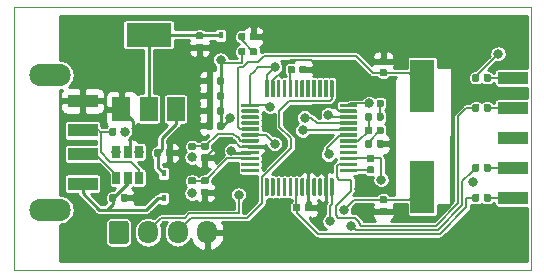
<source format=gbr>
G04 #@! TF.GenerationSoftware,KiCad,Pcbnew,(5.1.4)-1*
G04 #@! TF.CreationDate,2020-07-21T12:04:11+10:00*
G04 #@! TF.ProjectId,STLink2,53544c69-6e6b-4322-9e6b-696361645f70,rev?*
G04 #@! TF.SameCoordinates,Original*
G04 #@! TF.FileFunction,Copper,L1,Top*
G04 #@! TF.FilePolarity,Positive*
%FSLAX46Y46*%
G04 Gerber Fmt 4.6, Leading zero omitted, Abs format (unit mm)*
G04 Created by KiCad (PCBNEW (5.1.4)-1) date 2020-07-21 12:04:11*
%MOMM*%
%LPD*%
G04 APERTURE LIST*
G04 #@! TA.AperFunction,NonConductor*
%ADD10C,0.100000*%
G04 #@! TD*
G04 #@! TA.AperFunction,Conductor*
%ADD11C,0.150000*%
G04 #@! TD*
G04 #@! TA.AperFunction,SMDPad,CuDef*
%ADD12C,0.590000*%
G04 #@! TD*
G04 #@! TA.AperFunction,SMDPad,CuDef*
%ADD13R,0.450000X0.600000*%
G04 #@! TD*
G04 #@! TA.AperFunction,SMDPad,CuDef*
%ADD14R,2.500000X1.100000*%
G04 #@! TD*
G04 #@! TA.AperFunction,ComponentPad*
%ADD15O,3.500000X1.900000*%
G04 #@! TD*
G04 #@! TA.AperFunction,ComponentPad*
%ADD16C,1.700000*%
G04 #@! TD*
G04 #@! TA.AperFunction,ComponentPad*
%ADD17O,1.700000X1.950000*%
G04 #@! TD*
G04 #@! TA.AperFunction,SMDPad,CuDef*
%ADD18R,1.500000X2.000000*%
G04 #@! TD*
G04 #@! TA.AperFunction,SMDPad,CuDef*
%ADD19R,3.800000X2.000000*%
G04 #@! TD*
G04 #@! TA.AperFunction,SMDPad,CuDef*
%ADD20C,0.300000*%
G04 #@! TD*
G04 #@! TA.AperFunction,SMDPad,CuDef*
%ADD21R,0.650000X1.060000*%
G04 #@! TD*
G04 #@! TA.AperFunction,SMDPad,CuDef*
%ADD22R,2.000000X4.500000*%
G04 #@! TD*
G04 #@! TA.AperFunction,SMDPad,CuDef*
%ADD23R,2.540000X1.000000*%
G04 #@! TD*
G04 #@! TA.AperFunction,ViaPad*
%ADD24C,0.800000*%
G04 #@! TD*
G04 #@! TA.AperFunction,Conductor*
%ADD25C,0.250000*%
G04 #@! TD*
G04 #@! TA.AperFunction,Conductor*
%ADD26C,0.254000*%
G04 #@! TD*
G04 APERTURE END LIST*
D10*
X43180000Y-41910000D02*
X43180000Y-42545000D01*
X43180000Y-46990000D02*
X43180000Y-41910000D01*
X86995000Y-46990000D02*
X43180000Y-46990000D01*
X86995000Y-24765000D02*
X86995000Y-46990000D01*
X43180000Y-24765000D02*
X86995000Y-24765000D01*
X43180000Y-42545000D02*
X43180000Y-24765000D01*
D11*
G04 #@! TO.N,GND*
G04 #@! TO.C,C3*
G36*
X59559458Y-37211210D02*
G01*
X59573776Y-37213334D01*
X59587817Y-37216851D01*
X59601446Y-37221728D01*
X59614531Y-37227917D01*
X59626947Y-37235358D01*
X59638573Y-37243981D01*
X59649298Y-37253702D01*
X59659019Y-37264427D01*
X59667642Y-37276053D01*
X59675083Y-37288469D01*
X59681272Y-37301554D01*
X59686149Y-37315183D01*
X59689666Y-37329224D01*
X59691790Y-37343542D01*
X59692500Y-37358000D01*
X59692500Y-37653000D01*
X59691790Y-37667458D01*
X59689666Y-37681776D01*
X59686149Y-37695817D01*
X59681272Y-37709446D01*
X59675083Y-37722531D01*
X59667642Y-37734947D01*
X59659019Y-37746573D01*
X59649298Y-37757298D01*
X59638573Y-37767019D01*
X59626947Y-37775642D01*
X59614531Y-37783083D01*
X59601446Y-37789272D01*
X59587817Y-37794149D01*
X59573776Y-37797666D01*
X59559458Y-37799790D01*
X59545000Y-37800500D01*
X59200000Y-37800500D01*
X59185542Y-37799790D01*
X59171224Y-37797666D01*
X59157183Y-37794149D01*
X59143554Y-37789272D01*
X59130469Y-37783083D01*
X59118053Y-37775642D01*
X59106427Y-37767019D01*
X59095702Y-37757298D01*
X59085981Y-37746573D01*
X59077358Y-37734947D01*
X59069917Y-37722531D01*
X59063728Y-37709446D01*
X59058851Y-37695817D01*
X59055334Y-37681776D01*
X59053210Y-37667458D01*
X59052500Y-37653000D01*
X59052500Y-37358000D01*
X59053210Y-37343542D01*
X59055334Y-37329224D01*
X59058851Y-37315183D01*
X59063728Y-37301554D01*
X59069917Y-37288469D01*
X59077358Y-37276053D01*
X59085981Y-37264427D01*
X59095702Y-37253702D01*
X59106427Y-37243981D01*
X59118053Y-37235358D01*
X59130469Y-37227917D01*
X59143554Y-37221728D01*
X59157183Y-37216851D01*
X59171224Y-37213334D01*
X59185542Y-37211210D01*
X59200000Y-37210500D01*
X59545000Y-37210500D01*
X59559458Y-37211210D01*
X59559458Y-37211210D01*
G37*
D12*
G04 #@! TD*
G04 #@! TO.P,C3,2*
G04 #@! TO.N,GND*
X59372500Y-37505500D03*
D11*
G04 #@! TO.N,STM_RST*
G04 #@! TO.C,C3*
G36*
X59559458Y-36241210D02*
G01*
X59573776Y-36243334D01*
X59587817Y-36246851D01*
X59601446Y-36251728D01*
X59614531Y-36257917D01*
X59626947Y-36265358D01*
X59638573Y-36273981D01*
X59649298Y-36283702D01*
X59659019Y-36294427D01*
X59667642Y-36306053D01*
X59675083Y-36318469D01*
X59681272Y-36331554D01*
X59686149Y-36345183D01*
X59689666Y-36359224D01*
X59691790Y-36373542D01*
X59692500Y-36388000D01*
X59692500Y-36683000D01*
X59691790Y-36697458D01*
X59689666Y-36711776D01*
X59686149Y-36725817D01*
X59681272Y-36739446D01*
X59675083Y-36752531D01*
X59667642Y-36764947D01*
X59659019Y-36776573D01*
X59649298Y-36787298D01*
X59638573Y-36797019D01*
X59626947Y-36805642D01*
X59614531Y-36813083D01*
X59601446Y-36819272D01*
X59587817Y-36824149D01*
X59573776Y-36827666D01*
X59559458Y-36829790D01*
X59545000Y-36830500D01*
X59200000Y-36830500D01*
X59185542Y-36829790D01*
X59171224Y-36827666D01*
X59157183Y-36824149D01*
X59143554Y-36819272D01*
X59130469Y-36813083D01*
X59118053Y-36805642D01*
X59106427Y-36797019D01*
X59095702Y-36787298D01*
X59085981Y-36776573D01*
X59077358Y-36764947D01*
X59069917Y-36752531D01*
X59063728Y-36739446D01*
X59058851Y-36725817D01*
X59055334Y-36711776D01*
X59053210Y-36697458D01*
X59052500Y-36683000D01*
X59052500Y-36388000D01*
X59053210Y-36373542D01*
X59055334Y-36359224D01*
X59058851Y-36345183D01*
X59063728Y-36331554D01*
X59069917Y-36318469D01*
X59077358Y-36306053D01*
X59085981Y-36294427D01*
X59095702Y-36283702D01*
X59106427Y-36273981D01*
X59118053Y-36265358D01*
X59130469Y-36257917D01*
X59143554Y-36251728D01*
X59157183Y-36246851D01*
X59171224Y-36243334D01*
X59185542Y-36241210D01*
X59200000Y-36240500D01*
X59545000Y-36240500D01*
X59559458Y-36241210D01*
X59559458Y-36241210D01*
G37*
D12*
G04 #@! TD*
G04 #@! TO.P,C3,1*
G04 #@! TO.N,STM_RST*
X59372500Y-36535500D03*
D11*
G04 #@! TO.N,GND*
G04 #@! TO.C,C4*
G36*
X56526958Y-36764710D02*
G01*
X56541276Y-36766834D01*
X56555317Y-36770351D01*
X56568946Y-36775228D01*
X56582031Y-36781417D01*
X56594447Y-36788858D01*
X56606073Y-36797481D01*
X56616798Y-36807202D01*
X56626519Y-36817927D01*
X56635142Y-36829553D01*
X56642583Y-36841969D01*
X56648772Y-36855054D01*
X56653649Y-36868683D01*
X56657166Y-36882724D01*
X56659290Y-36897042D01*
X56660000Y-36911500D01*
X56660000Y-37256500D01*
X56659290Y-37270958D01*
X56657166Y-37285276D01*
X56653649Y-37299317D01*
X56648772Y-37312946D01*
X56642583Y-37326031D01*
X56635142Y-37338447D01*
X56626519Y-37350073D01*
X56616798Y-37360798D01*
X56606073Y-37370519D01*
X56594447Y-37379142D01*
X56582031Y-37386583D01*
X56568946Y-37392772D01*
X56555317Y-37397649D01*
X56541276Y-37401166D01*
X56526958Y-37403290D01*
X56512500Y-37404000D01*
X56217500Y-37404000D01*
X56203042Y-37403290D01*
X56188724Y-37401166D01*
X56174683Y-37397649D01*
X56161054Y-37392772D01*
X56147969Y-37386583D01*
X56135553Y-37379142D01*
X56123927Y-37370519D01*
X56113202Y-37360798D01*
X56103481Y-37350073D01*
X56094858Y-37338447D01*
X56087417Y-37326031D01*
X56081228Y-37312946D01*
X56076351Y-37299317D01*
X56072834Y-37285276D01*
X56070710Y-37270958D01*
X56070000Y-37256500D01*
X56070000Y-36911500D01*
X56070710Y-36897042D01*
X56072834Y-36882724D01*
X56076351Y-36868683D01*
X56081228Y-36855054D01*
X56087417Y-36841969D01*
X56094858Y-36829553D01*
X56103481Y-36817927D01*
X56113202Y-36807202D01*
X56123927Y-36797481D01*
X56135553Y-36788858D01*
X56147969Y-36781417D01*
X56161054Y-36775228D01*
X56174683Y-36770351D01*
X56188724Y-36766834D01*
X56203042Y-36764710D01*
X56217500Y-36764000D01*
X56512500Y-36764000D01*
X56526958Y-36764710D01*
X56526958Y-36764710D01*
G37*
D12*
G04 #@! TD*
G04 #@! TO.P,C4,2*
G04 #@! TO.N,GND*
X56365000Y-37084000D03*
D11*
G04 #@! TO.N,5V*
G04 #@! TO.C,C4*
G36*
X55556958Y-36764710D02*
G01*
X55571276Y-36766834D01*
X55585317Y-36770351D01*
X55598946Y-36775228D01*
X55612031Y-36781417D01*
X55624447Y-36788858D01*
X55636073Y-36797481D01*
X55646798Y-36807202D01*
X55656519Y-36817927D01*
X55665142Y-36829553D01*
X55672583Y-36841969D01*
X55678772Y-36855054D01*
X55683649Y-36868683D01*
X55687166Y-36882724D01*
X55689290Y-36897042D01*
X55690000Y-36911500D01*
X55690000Y-37256500D01*
X55689290Y-37270958D01*
X55687166Y-37285276D01*
X55683649Y-37299317D01*
X55678772Y-37312946D01*
X55672583Y-37326031D01*
X55665142Y-37338447D01*
X55656519Y-37350073D01*
X55646798Y-37360798D01*
X55636073Y-37370519D01*
X55624447Y-37379142D01*
X55612031Y-37386583D01*
X55598946Y-37392772D01*
X55585317Y-37397649D01*
X55571276Y-37401166D01*
X55556958Y-37403290D01*
X55542500Y-37404000D01*
X55247500Y-37404000D01*
X55233042Y-37403290D01*
X55218724Y-37401166D01*
X55204683Y-37397649D01*
X55191054Y-37392772D01*
X55177969Y-37386583D01*
X55165553Y-37379142D01*
X55153927Y-37370519D01*
X55143202Y-37360798D01*
X55133481Y-37350073D01*
X55124858Y-37338447D01*
X55117417Y-37326031D01*
X55111228Y-37312946D01*
X55106351Y-37299317D01*
X55102834Y-37285276D01*
X55100710Y-37270958D01*
X55100000Y-37256500D01*
X55100000Y-36911500D01*
X55100710Y-36897042D01*
X55102834Y-36882724D01*
X55106351Y-36868683D01*
X55111228Y-36855054D01*
X55117417Y-36841969D01*
X55124858Y-36829553D01*
X55133481Y-36817927D01*
X55143202Y-36807202D01*
X55153927Y-36797481D01*
X55165553Y-36788858D01*
X55177969Y-36781417D01*
X55191054Y-36775228D01*
X55204683Y-36770351D01*
X55218724Y-36766834D01*
X55233042Y-36764710D01*
X55247500Y-36764000D01*
X55542500Y-36764000D01*
X55556958Y-36764710D01*
X55556958Y-36764710D01*
G37*
D12*
G04 #@! TD*
G04 #@! TO.P,C4,1*
G04 #@! TO.N,5V*
X55395000Y-37084000D03*
D11*
G04 #@! TO.N,GND*
G04 #@! TO.C,C5*
G36*
X59114958Y-27853710D02*
G01*
X59129276Y-27855834D01*
X59143317Y-27859351D01*
X59156946Y-27864228D01*
X59170031Y-27870417D01*
X59182447Y-27877858D01*
X59194073Y-27886481D01*
X59204798Y-27896202D01*
X59214519Y-27906927D01*
X59223142Y-27918553D01*
X59230583Y-27930969D01*
X59236772Y-27944054D01*
X59241649Y-27957683D01*
X59245166Y-27971724D01*
X59247290Y-27986042D01*
X59248000Y-28000500D01*
X59248000Y-28295500D01*
X59247290Y-28309958D01*
X59245166Y-28324276D01*
X59241649Y-28338317D01*
X59236772Y-28351946D01*
X59230583Y-28365031D01*
X59223142Y-28377447D01*
X59214519Y-28389073D01*
X59204798Y-28399798D01*
X59194073Y-28409519D01*
X59182447Y-28418142D01*
X59170031Y-28425583D01*
X59156946Y-28431772D01*
X59143317Y-28436649D01*
X59129276Y-28440166D01*
X59114958Y-28442290D01*
X59100500Y-28443000D01*
X58755500Y-28443000D01*
X58741042Y-28442290D01*
X58726724Y-28440166D01*
X58712683Y-28436649D01*
X58699054Y-28431772D01*
X58685969Y-28425583D01*
X58673553Y-28418142D01*
X58661927Y-28409519D01*
X58651202Y-28399798D01*
X58641481Y-28389073D01*
X58632858Y-28377447D01*
X58625417Y-28365031D01*
X58619228Y-28351946D01*
X58614351Y-28338317D01*
X58610834Y-28324276D01*
X58608710Y-28309958D01*
X58608000Y-28295500D01*
X58608000Y-28000500D01*
X58608710Y-27986042D01*
X58610834Y-27971724D01*
X58614351Y-27957683D01*
X58619228Y-27944054D01*
X58625417Y-27930969D01*
X58632858Y-27918553D01*
X58641481Y-27906927D01*
X58651202Y-27896202D01*
X58661927Y-27886481D01*
X58673553Y-27877858D01*
X58685969Y-27870417D01*
X58699054Y-27864228D01*
X58712683Y-27859351D01*
X58726724Y-27855834D01*
X58741042Y-27853710D01*
X58755500Y-27853000D01*
X59100500Y-27853000D01*
X59114958Y-27853710D01*
X59114958Y-27853710D01*
G37*
D12*
G04 #@! TD*
G04 #@! TO.P,C5,2*
G04 #@! TO.N,GND*
X58928000Y-28148000D03*
D11*
G04 #@! TO.N,Net-(C5-Pad1)*
G04 #@! TO.C,C5*
G36*
X59114958Y-26883710D02*
G01*
X59129276Y-26885834D01*
X59143317Y-26889351D01*
X59156946Y-26894228D01*
X59170031Y-26900417D01*
X59182447Y-26907858D01*
X59194073Y-26916481D01*
X59204798Y-26926202D01*
X59214519Y-26936927D01*
X59223142Y-26948553D01*
X59230583Y-26960969D01*
X59236772Y-26974054D01*
X59241649Y-26987683D01*
X59245166Y-27001724D01*
X59247290Y-27016042D01*
X59248000Y-27030500D01*
X59248000Y-27325500D01*
X59247290Y-27339958D01*
X59245166Y-27354276D01*
X59241649Y-27368317D01*
X59236772Y-27381946D01*
X59230583Y-27395031D01*
X59223142Y-27407447D01*
X59214519Y-27419073D01*
X59204798Y-27429798D01*
X59194073Y-27439519D01*
X59182447Y-27448142D01*
X59170031Y-27455583D01*
X59156946Y-27461772D01*
X59143317Y-27466649D01*
X59129276Y-27470166D01*
X59114958Y-27472290D01*
X59100500Y-27473000D01*
X58755500Y-27473000D01*
X58741042Y-27472290D01*
X58726724Y-27470166D01*
X58712683Y-27466649D01*
X58699054Y-27461772D01*
X58685969Y-27455583D01*
X58673553Y-27448142D01*
X58661927Y-27439519D01*
X58651202Y-27429798D01*
X58641481Y-27419073D01*
X58632858Y-27407447D01*
X58625417Y-27395031D01*
X58619228Y-27381946D01*
X58614351Y-27368317D01*
X58610834Y-27354276D01*
X58608710Y-27339958D01*
X58608000Y-27325500D01*
X58608000Y-27030500D01*
X58608710Y-27016042D01*
X58610834Y-27001724D01*
X58614351Y-26987683D01*
X58619228Y-26974054D01*
X58625417Y-26960969D01*
X58632858Y-26948553D01*
X58641481Y-26936927D01*
X58651202Y-26926202D01*
X58661927Y-26916481D01*
X58673553Y-26907858D01*
X58685969Y-26900417D01*
X58699054Y-26894228D01*
X58712683Y-26889351D01*
X58726724Y-26885834D01*
X58741042Y-26883710D01*
X58755500Y-26883000D01*
X59100500Y-26883000D01*
X59114958Y-26883710D01*
X59114958Y-26883710D01*
G37*
D12*
G04 #@! TD*
G04 #@! TO.P,C5,1*
G04 #@! TO.N,Net-(C5-Pad1)*
X58928000Y-27178000D03*
D11*
G04 #@! TO.N,3.3V*
G04 #@! TO.C,C6*
G36*
X60867958Y-30668710D02*
G01*
X60882276Y-30670834D01*
X60896317Y-30674351D01*
X60909946Y-30679228D01*
X60923031Y-30685417D01*
X60935447Y-30692858D01*
X60947073Y-30701481D01*
X60957798Y-30711202D01*
X60967519Y-30721927D01*
X60976142Y-30733553D01*
X60983583Y-30745969D01*
X60989772Y-30759054D01*
X60994649Y-30772683D01*
X60998166Y-30786724D01*
X61000290Y-30801042D01*
X61001000Y-30815500D01*
X61001000Y-31160500D01*
X61000290Y-31174958D01*
X60998166Y-31189276D01*
X60994649Y-31203317D01*
X60989772Y-31216946D01*
X60983583Y-31230031D01*
X60976142Y-31242447D01*
X60967519Y-31254073D01*
X60957798Y-31264798D01*
X60947073Y-31274519D01*
X60935447Y-31283142D01*
X60923031Y-31290583D01*
X60909946Y-31296772D01*
X60896317Y-31301649D01*
X60882276Y-31305166D01*
X60867958Y-31307290D01*
X60853500Y-31308000D01*
X60558500Y-31308000D01*
X60544042Y-31307290D01*
X60529724Y-31305166D01*
X60515683Y-31301649D01*
X60502054Y-31296772D01*
X60488969Y-31290583D01*
X60476553Y-31283142D01*
X60464927Y-31274519D01*
X60454202Y-31264798D01*
X60444481Y-31254073D01*
X60435858Y-31242447D01*
X60428417Y-31230031D01*
X60422228Y-31216946D01*
X60417351Y-31203317D01*
X60413834Y-31189276D01*
X60411710Y-31174958D01*
X60411000Y-31160500D01*
X60411000Y-30815500D01*
X60411710Y-30801042D01*
X60413834Y-30786724D01*
X60417351Y-30772683D01*
X60422228Y-30759054D01*
X60428417Y-30745969D01*
X60435858Y-30733553D01*
X60444481Y-30721927D01*
X60454202Y-30711202D01*
X60464927Y-30701481D01*
X60476553Y-30692858D01*
X60488969Y-30685417D01*
X60502054Y-30679228D01*
X60515683Y-30674351D01*
X60529724Y-30670834D01*
X60544042Y-30668710D01*
X60558500Y-30668000D01*
X60853500Y-30668000D01*
X60867958Y-30668710D01*
X60867958Y-30668710D01*
G37*
D12*
G04 #@! TD*
G04 #@! TO.P,C6,1*
G04 #@! TO.N,3.3V*
X60706000Y-30988000D03*
D11*
G04 #@! TO.N,GND*
G04 #@! TO.C,C6*
G36*
X59897958Y-30668710D02*
G01*
X59912276Y-30670834D01*
X59926317Y-30674351D01*
X59939946Y-30679228D01*
X59953031Y-30685417D01*
X59965447Y-30692858D01*
X59977073Y-30701481D01*
X59987798Y-30711202D01*
X59997519Y-30721927D01*
X60006142Y-30733553D01*
X60013583Y-30745969D01*
X60019772Y-30759054D01*
X60024649Y-30772683D01*
X60028166Y-30786724D01*
X60030290Y-30801042D01*
X60031000Y-30815500D01*
X60031000Y-31160500D01*
X60030290Y-31174958D01*
X60028166Y-31189276D01*
X60024649Y-31203317D01*
X60019772Y-31216946D01*
X60013583Y-31230031D01*
X60006142Y-31242447D01*
X59997519Y-31254073D01*
X59987798Y-31264798D01*
X59977073Y-31274519D01*
X59965447Y-31283142D01*
X59953031Y-31290583D01*
X59939946Y-31296772D01*
X59926317Y-31301649D01*
X59912276Y-31305166D01*
X59897958Y-31307290D01*
X59883500Y-31308000D01*
X59588500Y-31308000D01*
X59574042Y-31307290D01*
X59559724Y-31305166D01*
X59545683Y-31301649D01*
X59532054Y-31296772D01*
X59518969Y-31290583D01*
X59506553Y-31283142D01*
X59494927Y-31274519D01*
X59484202Y-31264798D01*
X59474481Y-31254073D01*
X59465858Y-31242447D01*
X59458417Y-31230031D01*
X59452228Y-31216946D01*
X59447351Y-31203317D01*
X59443834Y-31189276D01*
X59441710Y-31174958D01*
X59441000Y-31160500D01*
X59441000Y-30815500D01*
X59441710Y-30801042D01*
X59443834Y-30786724D01*
X59447351Y-30772683D01*
X59452228Y-30759054D01*
X59458417Y-30745969D01*
X59465858Y-30733553D01*
X59474481Y-30721927D01*
X59484202Y-30711202D01*
X59494927Y-30701481D01*
X59506553Y-30692858D01*
X59518969Y-30685417D01*
X59532054Y-30679228D01*
X59545683Y-30674351D01*
X59559724Y-30670834D01*
X59574042Y-30668710D01*
X59588500Y-30668000D01*
X59883500Y-30668000D01*
X59897958Y-30668710D01*
X59897958Y-30668710D01*
G37*
D12*
G04 #@! TD*
G04 #@! TO.P,C6,2*
G04 #@! TO.N,GND*
X59736000Y-30988000D03*
D11*
G04 #@! TO.N,3.3V*
G04 #@! TO.C,C7*
G36*
X60867958Y-31938710D02*
G01*
X60882276Y-31940834D01*
X60896317Y-31944351D01*
X60909946Y-31949228D01*
X60923031Y-31955417D01*
X60935447Y-31962858D01*
X60947073Y-31971481D01*
X60957798Y-31981202D01*
X60967519Y-31991927D01*
X60976142Y-32003553D01*
X60983583Y-32015969D01*
X60989772Y-32029054D01*
X60994649Y-32042683D01*
X60998166Y-32056724D01*
X61000290Y-32071042D01*
X61001000Y-32085500D01*
X61001000Y-32430500D01*
X61000290Y-32444958D01*
X60998166Y-32459276D01*
X60994649Y-32473317D01*
X60989772Y-32486946D01*
X60983583Y-32500031D01*
X60976142Y-32512447D01*
X60967519Y-32524073D01*
X60957798Y-32534798D01*
X60947073Y-32544519D01*
X60935447Y-32553142D01*
X60923031Y-32560583D01*
X60909946Y-32566772D01*
X60896317Y-32571649D01*
X60882276Y-32575166D01*
X60867958Y-32577290D01*
X60853500Y-32578000D01*
X60558500Y-32578000D01*
X60544042Y-32577290D01*
X60529724Y-32575166D01*
X60515683Y-32571649D01*
X60502054Y-32566772D01*
X60488969Y-32560583D01*
X60476553Y-32553142D01*
X60464927Y-32544519D01*
X60454202Y-32534798D01*
X60444481Y-32524073D01*
X60435858Y-32512447D01*
X60428417Y-32500031D01*
X60422228Y-32486946D01*
X60417351Y-32473317D01*
X60413834Y-32459276D01*
X60411710Y-32444958D01*
X60411000Y-32430500D01*
X60411000Y-32085500D01*
X60411710Y-32071042D01*
X60413834Y-32056724D01*
X60417351Y-32042683D01*
X60422228Y-32029054D01*
X60428417Y-32015969D01*
X60435858Y-32003553D01*
X60444481Y-31991927D01*
X60454202Y-31981202D01*
X60464927Y-31971481D01*
X60476553Y-31962858D01*
X60488969Y-31955417D01*
X60502054Y-31949228D01*
X60515683Y-31944351D01*
X60529724Y-31940834D01*
X60544042Y-31938710D01*
X60558500Y-31938000D01*
X60853500Y-31938000D01*
X60867958Y-31938710D01*
X60867958Y-31938710D01*
G37*
D12*
G04 #@! TD*
G04 #@! TO.P,C7,1*
G04 #@! TO.N,3.3V*
X60706000Y-32258000D03*
D11*
G04 #@! TO.N,GND*
G04 #@! TO.C,C7*
G36*
X59897958Y-31938710D02*
G01*
X59912276Y-31940834D01*
X59926317Y-31944351D01*
X59939946Y-31949228D01*
X59953031Y-31955417D01*
X59965447Y-31962858D01*
X59977073Y-31971481D01*
X59987798Y-31981202D01*
X59997519Y-31991927D01*
X60006142Y-32003553D01*
X60013583Y-32015969D01*
X60019772Y-32029054D01*
X60024649Y-32042683D01*
X60028166Y-32056724D01*
X60030290Y-32071042D01*
X60031000Y-32085500D01*
X60031000Y-32430500D01*
X60030290Y-32444958D01*
X60028166Y-32459276D01*
X60024649Y-32473317D01*
X60019772Y-32486946D01*
X60013583Y-32500031D01*
X60006142Y-32512447D01*
X59997519Y-32524073D01*
X59987798Y-32534798D01*
X59977073Y-32544519D01*
X59965447Y-32553142D01*
X59953031Y-32560583D01*
X59939946Y-32566772D01*
X59926317Y-32571649D01*
X59912276Y-32575166D01*
X59897958Y-32577290D01*
X59883500Y-32578000D01*
X59588500Y-32578000D01*
X59574042Y-32577290D01*
X59559724Y-32575166D01*
X59545683Y-32571649D01*
X59532054Y-32566772D01*
X59518969Y-32560583D01*
X59506553Y-32553142D01*
X59494927Y-32544519D01*
X59484202Y-32534798D01*
X59474481Y-32524073D01*
X59465858Y-32512447D01*
X59458417Y-32500031D01*
X59452228Y-32486946D01*
X59447351Y-32473317D01*
X59443834Y-32459276D01*
X59441710Y-32444958D01*
X59441000Y-32430500D01*
X59441000Y-32085500D01*
X59441710Y-32071042D01*
X59443834Y-32056724D01*
X59447351Y-32042683D01*
X59452228Y-32029054D01*
X59458417Y-32015969D01*
X59465858Y-32003553D01*
X59474481Y-31991927D01*
X59484202Y-31981202D01*
X59494927Y-31971481D01*
X59506553Y-31962858D01*
X59518969Y-31955417D01*
X59532054Y-31949228D01*
X59545683Y-31944351D01*
X59559724Y-31940834D01*
X59574042Y-31938710D01*
X59588500Y-31938000D01*
X59883500Y-31938000D01*
X59897958Y-31938710D01*
X59897958Y-31938710D01*
G37*
D12*
G04 #@! TD*
G04 #@! TO.P,C7,2*
G04 #@! TO.N,GND*
X59736000Y-32258000D03*
D11*
G04 #@! TO.N,GND*
G04 #@! TO.C,C9*
G36*
X59897958Y-33208710D02*
G01*
X59912276Y-33210834D01*
X59926317Y-33214351D01*
X59939946Y-33219228D01*
X59953031Y-33225417D01*
X59965447Y-33232858D01*
X59977073Y-33241481D01*
X59987798Y-33251202D01*
X59997519Y-33261927D01*
X60006142Y-33273553D01*
X60013583Y-33285969D01*
X60019772Y-33299054D01*
X60024649Y-33312683D01*
X60028166Y-33326724D01*
X60030290Y-33341042D01*
X60031000Y-33355500D01*
X60031000Y-33700500D01*
X60030290Y-33714958D01*
X60028166Y-33729276D01*
X60024649Y-33743317D01*
X60019772Y-33756946D01*
X60013583Y-33770031D01*
X60006142Y-33782447D01*
X59997519Y-33794073D01*
X59987798Y-33804798D01*
X59977073Y-33814519D01*
X59965447Y-33823142D01*
X59953031Y-33830583D01*
X59939946Y-33836772D01*
X59926317Y-33841649D01*
X59912276Y-33845166D01*
X59897958Y-33847290D01*
X59883500Y-33848000D01*
X59588500Y-33848000D01*
X59574042Y-33847290D01*
X59559724Y-33845166D01*
X59545683Y-33841649D01*
X59532054Y-33836772D01*
X59518969Y-33830583D01*
X59506553Y-33823142D01*
X59494927Y-33814519D01*
X59484202Y-33804798D01*
X59474481Y-33794073D01*
X59465858Y-33782447D01*
X59458417Y-33770031D01*
X59452228Y-33756946D01*
X59447351Y-33743317D01*
X59443834Y-33729276D01*
X59441710Y-33714958D01*
X59441000Y-33700500D01*
X59441000Y-33355500D01*
X59441710Y-33341042D01*
X59443834Y-33326724D01*
X59447351Y-33312683D01*
X59452228Y-33299054D01*
X59458417Y-33285969D01*
X59465858Y-33273553D01*
X59474481Y-33261927D01*
X59484202Y-33251202D01*
X59494927Y-33241481D01*
X59506553Y-33232858D01*
X59518969Y-33225417D01*
X59532054Y-33219228D01*
X59545683Y-33214351D01*
X59559724Y-33210834D01*
X59574042Y-33208710D01*
X59588500Y-33208000D01*
X59883500Y-33208000D01*
X59897958Y-33208710D01*
X59897958Y-33208710D01*
G37*
D12*
G04 #@! TD*
G04 #@! TO.P,C9,2*
G04 #@! TO.N,GND*
X59736000Y-33528000D03*
D11*
G04 #@! TO.N,3.3V*
G04 #@! TO.C,C9*
G36*
X60867958Y-33208710D02*
G01*
X60882276Y-33210834D01*
X60896317Y-33214351D01*
X60909946Y-33219228D01*
X60923031Y-33225417D01*
X60935447Y-33232858D01*
X60947073Y-33241481D01*
X60957798Y-33251202D01*
X60967519Y-33261927D01*
X60976142Y-33273553D01*
X60983583Y-33285969D01*
X60989772Y-33299054D01*
X60994649Y-33312683D01*
X60998166Y-33326724D01*
X61000290Y-33341042D01*
X61001000Y-33355500D01*
X61001000Y-33700500D01*
X61000290Y-33714958D01*
X60998166Y-33729276D01*
X60994649Y-33743317D01*
X60989772Y-33756946D01*
X60983583Y-33770031D01*
X60976142Y-33782447D01*
X60967519Y-33794073D01*
X60957798Y-33804798D01*
X60947073Y-33814519D01*
X60935447Y-33823142D01*
X60923031Y-33830583D01*
X60909946Y-33836772D01*
X60896317Y-33841649D01*
X60882276Y-33845166D01*
X60867958Y-33847290D01*
X60853500Y-33848000D01*
X60558500Y-33848000D01*
X60544042Y-33847290D01*
X60529724Y-33845166D01*
X60515683Y-33841649D01*
X60502054Y-33836772D01*
X60488969Y-33830583D01*
X60476553Y-33823142D01*
X60464927Y-33814519D01*
X60454202Y-33804798D01*
X60444481Y-33794073D01*
X60435858Y-33782447D01*
X60428417Y-33770031D01*
X60422228Y-33756946D01*
X60417351Y-33743317D01*
X60413834Y-33729276D01*
X60411710Y-33714958D01*
X60411000Y-33700500D01*
X60411000Y-33355500D01*
X60411710Y-33341042D01*
X60413834Y-33326724D01*
X60417351Y-33312683D01*
X60422228Y-33299054D01*
X60428417Y-33285969D01*
X60435858Y-33273553D01*
X60444481Y-33261927D01*
X60454202Y-33251202D01*
X60464927Y-33241481D01*
X60476553Y-33232858D01*
X60488969Y-33225417D01*
X60502054Y-33219228D01*
X60515683Y-33214351D01*
X60529724Y-33210834D01*
X60544042Y-33208710D01*
X60558500Y-33208000D01*
X60853500Y-33208000D01*
X60867958Y-33208710D01*
X60867958Y-33208710D01*
G37*
D12*
G04 #@! TD*
G04 #@! TO.P,C9,1*
G04 #@! TO.N,3.3V*
X60706000Y-33528000D03*
D11*
G04 #@! TO.N,GND*
G04 #@! TO.C,C10*
G36*
X59897958Y-34478710D02*
G01*
X59912276Y-34480834D01*
X59926317Y-34484351D01*
X59939946Y-34489228D01*
X59953031Y-34495417D01*
X59965447Y-34502858D01*
X59977073Y-34511481D01*
X59987798Y-34521202D01*
X59997519Y-34531927D01*
X60006142Y-34543553D01*
X60013583Y-34555969D01*
X60019772Y-34569054D01*
X60024649Y-34582683D01*
X60028166Y-34596724D01*
X60030290Y-34611042D01*
X60031000Y-34625500D01*
X60031000Y-34970500D01*
X60030290Y-34984958D01*
X60028166Y-34999276D01*
X60024649Y-35013317D01*
X60019772Y-35026946D01*
X60013583Y-35040031D01*
X60006142Y-35052447D01*
X59997519Y-35064073D01*
X59987798Y-35074798D01*
X59977073Y-35084519D01*
X59965447Y-35093142D01*
X59953031Y-35100583D01*
X59939946Y-35106772D01*
X59926317Y-35111649D01*
X59912276Y-35115166D01*
X59897958Y-35117290D01*
X59883500Y-35118000D01*
X59588500Y-35118000D01*
X59574042Y-35117290D01*
X59559724Y-35115166D01*
X59545683Y-35111649D01*
X59532054Y-35106772D01*
X59518969Y-35100583D01*
X59506553Y-35093142D01*
X59494927Y-35084519D01*
X59484202Y-35074798D01*
X59474481Y-35064073D01*
X59465858Y-35052447D01*
X59458417Y-35040031D01*
X59452228Y-35026946D01*
X59447351Y-35013317D01*
X59443834Y-34999276D01*
X59441710Y-34984958D01*
X59441000Y-34970500D01*
X59441000Y-34625500D01*
X59441710Y-34611042D01*
X59443834Y-34596724D01*
X59447351Y-34582683D01*
X59452228Y-34569054D01*
X59458417Y-34555969D01*
X59465858Y-34543553D01*
X59474481Y-34531927D01*
X59484202Y-34521202D01*
X59494927Y-34511481D01*
X59506553Y-34502858D01*
X59518969Y-34495417D01*
X59532054Y-34489228D01*
X59545683Y-34484351D01*
X59559724Y-34480834D01*
X59574042Y-34478710D01*
X59588500Y-34478000D01*
X59883500Y-34478000D01*
X59897958Y-34478710D01*
X59897958Y-34478710D01*
G37*
D12*
G04 #@! TD*
G04 #@! TO.P,C10,2*
G04 #@! TO.N,GND*
X59736000Y-34798000D03*
D11*
G04 #@! TO.N,3.3V*
G04 #@! TO.C,C10*
G36*
X60867958Y-34478710D02*
G01*
X60882276Y-34480834D01*
X60896317Y-34484351D01*
X60909946Y-34489228D01*
X60923031Y-34495417D01*
X60935447Y-34502858D01*
X60947073Y-34511481D01*
X60957798Y-34521202D01*
X60967519Y-34531927D01*
X60976142Y-34543553D01*
X60983583Y-34555969D01*
X60989772Y-34569054D01*
X60994649Y-34582683D01*
X60998166Y-34596724D01*
X61000290Y-34611042D01*
X61001000Y-34625500D01*
X61001000Y-34970500D01*
X61000290Y-34984958D01*
X60998166Y-34999276D01*
X60994649Y-35013317D01*
X60989772Y-35026946D01*
X60983583Y-35040031D01*
X60976142Y-35052447D01*
X60967519Y-35064073D01*
X60957798Y-35074798D01*
X60947073Y-35084519D01*
X60935447Y-35093142D01*
X60923031Y-35100583D01*
X60909946Y-35106772D01*
X60896317Y-35111649D01*
X60882276Y-35115166D01*
X60867958Y-35117290D01*
X60853500Y-35118000D01*
X60558500Y-35118000D01*
X60544042Y-35117290D01*
X60529724Y-35115166D01*
X60515683Y-35111649D01*
X60502054Y-35106772D01*
X60488969Y-35100583D01*
X60476553Y-35093142D01*
X60464927Y-35084519D01*
X60454202Y-35074798D01*
X60444481Y-35064073D01*
X60435858Y-35052447D01*
X60428417Y-35040031D01*
X60422228Y-35026946D01*
X60417351Y-35013317D01*
X60413834Y-34999276D01*
X60411710Y-34984958D01*
X60411000Y-34970500D01*
X60411000Y-34625500D01*
X60411710Y-34611042D01*
X60413834Y-34596724D01*
X60417351Y-34582683D01*
X60422228Y-34569054D01*
X60428417Y-34555969D01*
X60435858Y-34543553D01*
X60444481Y-34531927D01*
X60454202Y-34521202D01*
X60464927Y-34511481D01*
X60476553Y-34502858D01*
X60488969Y-34495417D01*
X60502054Y-34489228D01*
X60515683Y-34484351D01*
X60529724Y-34480834D01*
X60544042Y-34478710D01*
X60558500Y-34478000D01*
X60853500Y-34478000D01*
X60867958Y-34478710D01*
X60867958Y-34478710D01*
G37*
D12*
G04 #@! TD*
G04 #@! TO.P,C10,1*
G04 #@! TO.N,3.3V*
X60706000Y-34798000D03*
D11*
G04 #@! TO.N,USB5V*
G04 #@! TO.C,C11*
G36*
X51746958Y-40574710D02*
G01*
X51761276Y-40576834D01*
X51775317Y-40580351D01*
X51788946Y-40585228D01*
X51802031Y-40591417D01*
X51814447Y-40598858D01*
X51826073Y-40607481D01*
X51836798Y-40617202D01*
X51846519Y-40627927D01*
X51855142Y-40639553D01*
X51862583Y-40651969D01*
X51868772Y-40665054D01*
X51873649Y-40678683D01*
X51877166Y-40692724D01*
X51879290Y-40707042D01*
X51880000Y-40721500D01*
X51880000Y-41066500D01*
X51879290Y-41080958D01*
X51877166Y-41095276D01*
X51873649Y-41109317D01*
X51868772Y-41122946D01*
X51862583Y-41136031D01*
X51855142Y-41148447D01*
X51846519Y-41160073D01*
X51836798Y-41170798D01*
X51826073Y-41180519D01*
X51814447Y-41189142D01*
X51802031Y-41196583D01*
X51788946Y-41202772D01*
X51775317Y-41207649D01*
X51761276Y-41211166D01*
X51746958Y-41213290D01*
X51732500Y-41214000D01*
X51437500Y-41214000D01*
X51423042Y-41213290D01*
X51408724Y-41211166D01*
X51394683Y-41207649D01*
X51381054Y-41202772D01*
X51367969Y-41196583D01*
X51355553Y-41189142D01*
X51343927Y-41180519D01*
X51333202Y-41170798D01*
X51323481Y-41160073D01*
X51314858Y-41148447D01*
X51307417Y-41136031D01*
X51301228Y-41122946D01*
X51296351Y-41109317D01*
X51292834Y-41095276D01*
X51290710Y-41080958D01*
X51290000Y-41066500D01*
X51290000Y-40721500D01*
X51290710Y-40707042D01*
X51292834Y-40692724D01*
X51296351Y-40678683D01*
X51301228Y-40665054D01*
X51307417Y-40651969D01*
X51314858Y-40639553D01*
X51323481Y-40627927D01*
X51333202Y-40617202D01*
X51343927Y-40607481D01*
X51355553Y-40598858D01*
X51367969Y-40591417D01*
X51381054Y-40585228D01*
X51394683Y-40580351D01*
X51408724Y-40576834D01*
X51423042Y-40574710D01*
X51437500Y-40574000D01*
X51732500Y-40574000D01*
X51746958Y-40574710D01*
X51746958Y-40574710D01*
G37*
D12*
G04 #@! TD*
G04 #@! TO.P,C11,1*
G04 #@! TO.N,USB5V*
X51585000Y-40894000D03*
D11*
G04 #@! TO.N,GND*
G04 #@! TO.C,C11*
G36*
X52716958Y-40574710D02*
G01*
X52731276Y-40576834D01*
X52745317Y-40580351D01*
X52758946Y-40585228D01*
X52772031Y-40591417D01*
X52784447Y-40598858D01*
X52796073Y-40607481D01*
X52806798Y-40617202D01*
X52816519Y-40627927D01*
X52825142Y-40639553D01*
X52832583Y-40651969D01*
X52838772Y-40665054D01*
X52843649Y-40678683D01*
X52847166Y-40692724D01*
X52849290Y-40707042D01*
X52850000Y-40721500D01*
X52850000Y-41066500D01*
X52849290Y-41080958D01*
X52847166Y-41095276D01*
X52843649Y-41109317D01*
X52838772Y-41122946D01*
X52832583Y-41136031D01*
X52825142Y-41148447D01*
X52816519Y-41160073D01*
X52806798Y-41170798D01*
X52796073Y-41180519D01*
X52784447Y-41189142D01*
X52772031Y-41196583D01*
X52758946Y-41202772D01*
X52745317Y-41207649D01*
X52731276Y-41211166D01*
X52716958Y-41213290D01*
X52702500Y-41214000D01*
X52407500Y-41214000D01*
X52393042Y-41213290D01*
X52378724Y-41211166D01*
X52364683Y-41207649D01*
X52351054Y-41202772D01*
X52337969Y-41196583D01*
X52325553Y-41189142D01*
X52313927Y-41180519D01*
X52303202Y-41170798D01*
X52293481Y-41160073D01*
X52284858Y-41148447D01*
X52277417Y-41136031D01*
X52271228Y-41122946D01*
X52266351Y-41109317D01*
X52262834Y-41095276D01*
X52260710Y-41080958D01*
X52260000Y-41066500D01*
X52260000Y-40721500D01*
X52260710Y-40707042D01*
X52262834Y-40692724D01*
X52266351Y-40678683D01*
X52271228Y-40665054D01*
X52277417Y-40651969D01*
X52284858Y-40639553D01*
X52293481Y-40627927D01*
X52303202Y-40617202D01*
X52313927Y-40607481D01*
X52325553Y-40598858D01*
X52337969Y-40591417D01*
X52351054Y-40585228D01*
X52364683Y-40580351D01*
X52378724Y-40576834D01*
X52393042Y-40574710D01*
X52407500Y-40574000D01*
X52702500Y-40574000D01*
X52716958Y-40574710D01*
X52716958Y-40574710D01*
G37*
D12*
G04 #@! TD*
G04 #@! TO.P,C11,2*
G04 #@! TO.N,GND*
X52555000Y-40894000D03*
D11*
G04 #@! TO.N,GND*
G04 #@! TO.C,C13*
G36*
X68274458Y-41400210D02*
G01*
X68288776Y-41402334D01*
X68302817Y-41405851D01*
X68316446Y-41410728D01*
X68329531Y-41416917D01*
X68341947Y-41424358D01*
X68353573Y-41432981D01*
X68364298Y-41442702D01*
X68374019Y-41453427D01*
X68382642Y-41465053D01*
X68390083Y-41477469D01*
X68396272Y-41490554D01*
X68401149Y-41504183D01*
X68404666Y-41518224D01*
X68406790Y-41532542D01*
X68407500Y-41547000D01*
X68407500Y-41892000D01*
X68406790Y-41906458D01*
X68404666Y-41920776D01*
X68401149Y-41934817D01*
X68396272Y-41948446D01*
X68390083Y-41961531D01*
X68382642Y-41973947D01*
X68374019Y-41985573D01*
X68364298Y-41996298D01*
X68353573Y-42006019D01*
X68341947Y-42014642D01*
X68329531Y-42022083D01*
X68316446Y-42028272D01*
X68302817Y-42033149D01*
X68288776Y-42036666D01*
X68274458Y-42038790D01*
X68260000Y-42039500D01*
X67965000Y-42039500D01*
X67950542Y-42038790D01*
X67936224Y-42036666D01*
X67922183Y-42033149D01*
X67908554Y-42028272D01*
X67895469Y-42022083D01*
X67883053Y-42014642D01*
X67871427Y-42006019D01*
X67860702Y-41996298D01*
X67850981Y-41985573D01*
X67842358Y-41973947D01*
X67834917Y-41961531D01*
X67828728Y-41948446D01*
X67823851Y-41934817D01*
X67820334Y-41920776D01*
X67818210Y-41906458D01*
X67817500Y-41892000D01*
X67817500Y-41547000D01*
X67818210Y-41532542D01*
X67820334Y-41518224D01*
X67823851Y-41504183D01*
X67828728Y-41490554D01*
X67834917Y-41477469D01*
X67842358Y-41465053D01*
X67850981Y-41453427D01*
X67860702Y-41442702D01*
X67871427Y-41432981D01*
X67883053Y-41424358D01*
X67895469Y-41416917D01*
X67908554Y-41410728D01*
X67922183Y-41405851D01*
X67936224Y-41402334D01*
X67950542Y-41400210D01*
X67965000Y-41399500D01*
X68260000Y-41399500D01*
X68274458Y-41400210D01*
X68274458Y-41400210D01*
G37*
D12*
G04 #@! TD*
G04 #@! TO.P,C13,2*
G04 #@! TO.N,GND*
X68112500Y-41719500D03*
D11*
G04 #@! TO.N,T_NRST*
G04 #@! TO.C,C13*
G36*
X67304458Y-41400210D02*
G01*
X67318776Y-41402334D01*
X67332817Y-41405851D01*
X67346446Y-41410728D01*
X67359531Y-41416917D01*
X67371947Y-41424358D01*
X67383573Y-41432981D01*
X67394298Y-41442702D01*
X67404019Y-41453427D01*
X67412642Y-41465053D01*
X67420083Y-41477469D01*
X67426272Y-41490554D01*
X67431149Y-41504183D01*
X67434666Y-41518224D01*
X67436790Y-41532542D01*
X67437500Y-41547000D01*
X67437500Y-41892000D01*
X67436790Y-41906458D01*
X67434666Y-41920776D01*
X67431149Y-41934817D01*
X67426272Y-41948446D01*
X67420083Y-41961531D01*
X67412642Y-41973947D01*
X67404019Y-41985573D01*
X67394298Y-41996298D01*
X67383573Y-42006019D01*
X67371947Y-42014642D01*
X67359531Y-42022083D01*
X67346446Y-42028272D01*
X67332817Y-42033149D01*
X67318776Y-42036666D01*
X67304458Y-42038790D01*
X67290000Y-42039500D01*
X66995000Y-42039500D01*
X66980542Y-42038790D01*
X66966224Y-42036666D01*
X66952183Y-42033149D01*
X66938554Y-42028272D01*
X66925469Y-42022083D01*
X66913053Y-42014642D01*
X66901427Y-42006019D01*
X66890702Y-41996298D01*
X66880981Y-41985573D01*
X66872358Y-41973947D01*
X66864917Y-41961531D01*
X66858728Y-41948446D01*
X66853851Y-41934817D01*
X66850334Y-41920776D01*
X66848210Y-41906458D01*
X66847500Y-41892000D01*
X66847500Y-41547000D01*
X66848210Y-41532542D01*
X66850334Y-41518224D01*
X66853851Y-41504183D01*
X66858728Y-41490554D01*
X66864917Y-41477469D01*
X66872358Y-41465053D01*
X66880981Y-41453427D01*
X66890702Y-41442702D01*
X66901427Y-41432981D01*
X66913053Y-41424358D01*
X66925469Y-41416917D01*
X66938554Y-41410728D01*
X66952183Y-41405851D01*
X66966224Y-41402334D01*
X66980542Y-41400210D01*
X66995000Y-41399500D01*
X67290000Y-41399500D01*
X67304458Y-41400210D01*
X67304458Y-41400210D01*
G37*
D12*
G04 #@! TD*
G04 #@! TO.P,C13,1*
G04 #@! TO.N,T_NRST*
X67142500Y-41719500D03*
D13*
G04 #@! TO.P,D1,1*
G04 #@! TO.N,3.3V*
X60706000Y-29244000D03*
G04 #@! TO.P,D1,2*
G04 #@! TO.N,Net-(C5-Pad1)*
X60706000Y-27144000D03*
G04 #@! TD*
D11*
G04 #@! TO.N,3.3V*
G04 #@! TO.C,D2*
G36*
X73400458Y-32573710D02*
G01*
X73414776Y-32575834D01*
X73428817Y-32579351D01*
X73442446Y-32584228D01*
X73455531Y-32590417D01*
X73467947Y-32597858D01*
X73479573Y-32606481D01*
X73490298Y-32616202D01*
X73500019Y-32626927D01*
X73508642Y-32638553D01*
X73516083Y-32650969D01*
X73522272Y-32664054D01*
X73527149Y-32677683D01*
X73530666Y-32691724D01*
X73532790Y-32706042D01*
X73533500Y-32720500D01*
X73533500Y-33065500D01*
X73532790Y-33079958D01*
X73530666Y-33094276D01*
X73527149Y-33108317D01*
X73522272Y-33121946D01*
X73516083Y-33135031D01*
X73508642Y-33147447D01*
X73500019Y-33159073D01*
X73490298Y-33169798D01*
X73479573Y-33179519D01*
X73467947Y-33188142D01*
X73455531Y-33195583D01*
X73442446Y-33201772D01*
X73428817Y-33206649D01*
X73414776Y-33210166D01*
X73400458Y-33212290D01*
X73386000Y-33213000D01*
X73091000Y-33213000D01*
X73076542Y-33212290D01*
X73062224Y-33210166D01*
X73048183Y-33206649D01*
X73034554Y-33201772D01*
X73021469Y-33195583D01*
X73009053Y-33188142D01*
X72997427Y-33179519D01*
X72986702Y-33169798D01*
X72976981Y-33159073D01*
X72968358Y-33147447D01*
X72960917Y-33135031D01*
X72954728Y-33121946D01*
X72949851Y-33108317D01*
X72946334Y-33094276D01*
X72944210Y-33079958D01*
X72943500Y-33065500D01*
X72943500Y-32720500D01*
X72944210Y-32706042D01*
X72946334Y-32691724D01*
X72949851Y-32677683D01*
X72954728Y-32664054D01*
X72960917Y-32650969D01*
X72968358Y-32638553D01*
X72976981Y-32626927D01*
X72986702Y-32616202D01*
X72997427Y-32606481D01*
X73009053Y-32597858D01*
X73021469Y-32590417D01*
X73034554Y-32584228D01*
X73048183Y-32579351D01*
X73062224Y-32575834D01*
X73076542Y-32573710D01*
X73091000Y-32573000D01*
X73386000Y-32573000D01*
X73400458Y-32573710D01*
X73400458Y-32573710D01*
G37*
D12*
G04 #@! TD*
G04 #@! TO.P,D2,2*
G04 #@! TO.N,3.3V*
X73238500Y-32893000D03*
D11*
G04 #@! TO.N,Net-(D2-Pad1)*
G04 #@! TO.C,D2*
G36*
X74370458Y-32573710D02*
G01*
X74384776Y-32575834D01*
X74398817Y-32579351D01*
X74412446Y-32584228D01*
X74425531Y-32590417D01*
X74437947Y-32597858D01*
X74449573Y-32606481D01*
X74460298Y-32616202D01*
X74470019Y-32626927D01*
X74478642Y-32638553D01*
X74486083Y-32650969D01*
X74492272Y-32664054D01*
X74497149Y-32677683D01*
X74500666Y-32691724D01*
X74502790Y-32706042D01*
X74503500Y-32720500D01*
X74503500Y-33065500D01*
X74502790Y-33079958D01*
X74500666Y-33094276D01*
X74497149Y-33108317D01*
X74492272Y-33121946D01*
X74486083Y-33135031D01*
X74478642Y-33147447D01*
X74470019Y-33159073D01*
X74460298Y-33169798D01*
X74449573Y-33179519D01*
X74437947Y-33188142D01*
X74425531Y-33195583D01*
X74412446Y-33201772D01*
X74398817Y-33206649D01*
X74384776Y-33210166D01*
X74370458Y-33212290D01*
X74356000Y-33213000D01*
X74061000Y-33213000D01*
X74046542Y-33212290D01*
X74032224Y-33210166D01*
X74018183Y-33206649D01*
X74004554Y-33201772D01*
X73991469Y-33195583D01*
X73979053Y-33188142D01*
X73967427Y-33179519D01*
X73956702Y-33169798D01*
X73946981Y-33159073D01*
X73938358Y-33147447D01*
X73930917Y-33135031D01*
X73924728Y-33121946D01*
X73919851Y-33108317D01*
X73916334Y-33094276D01*
X73914210Y-33079958D01*
X73913500Y-33065500D01*
X73913500Y-32720500D01*
X73914210Y-32706042D01*
X73916334Y-32691724D01*
X73919851Y-32677683D01*
X73924728Y-32664054D01*
X73930917Y-32650969D01*
X73938358Y-32638553D01*
X73946981Y-32626927D01*
X73956702Y-32616202D01*
X73967427Y-32606481D01*
X73979053Y-32597858D01*
X73991469Y-32590417D01*
X74004554Y-32584228D01*
X74018183Y-32579351D01*
X74032224Y-32575834D01*
X74046542Y-32573710D01*
X74061000Y-32573000D01*
X74356000Y-32573000D01*
X74370458Y-32573710D01*
X74370458Y-32573710D01*
G37*
D12*
G04 #@! TD*
G04 #@! TO.P,D2,1*
G04 #@! TO.N,Net-(D2-Pad1)*
X74208500Y-32893000D03*
D11*
G04 #@! TO.N,Net-(D3-Pad2)*
G04 #@! TO.C,D3*
G36*
X73400458Y-36002710D02*
G01*
X73414776Y-36004834D01*
X73428817Y-36008351D01*
X73442446Y-36013228D01*
X73455531Y-36019417D01*
X73467947Y-36026858D01*
X73479573Y-36035481D01*
X73490298Y-36045202D01*
X73500019Y-36055927D01*
X73508642Y-36067553D01*
X73516083Y-36079969D01*
X73522272Y-36093054D01*
X73527149Y-36106683D01*
X73530666Y-36120724D01*
X73532790Y-36135042D01*
X73533500Y-36149500D01*
X73533500Y-36494500D01*
X73532790Y-36508958D01*
X73530666Y-36523276D01*
X73527149Y-36537317D01*
X73522272Y-36550946D01*
X73516083Y-36564031D01*
X73508642Y-36576447D01*
X73500019Y-36588073D01*
X73490298Y-36598798D01*
X73479573Y-36608519D01*
X73467947Y-36617142D01*
X73455531Y-36624583D01*
X73442446Y-36630772D01*
X73428817Y-36635649D01*
X73414776Y-36639166D01*
X73400458Y-36641290D01*
X73386000Y-36642000D01*
X73091000Y-36642000D01*
X73076542Y-36641290D01*
X73062224Y-36639166D01*
X73048183Y-36635649D01*
X73034554Y-36630772D01*
X73021469Y-36624583D01*
X73009053Y-36617142D01*
X72997427Y-36608519D01*
X72986702Y-36598798D01*
X72976981Y-36588073D01*
X72968358Y-36576447D01*
X72960917Y-36564031D01*
X72954728Y-36550946D01*
X72949851Y-36537317D01*
X72946334Y-36523276D01*
X72944210Y-36508958D01*
X72943500Y-36494500D01*
X72943500Y-36149500D01*
X72944210Y-36135042D01*
X72946334Y-36120724D01*
X72949851Y-36106683D01*
X72954728Y-36093054D01*
X72960917Y-36079969D01*
X72968358Y-36067553D01*
X72976981Y-36055927D01*
X72986702Y-36045202D01*
X72997427Y-36035481D01*
X73009053Y-36026858D01*
X73021469Y-36019417D01*
X73034554Y-36013228D01*
X73048183Y-36008351D01*
X73062224Y-36004834D01*
X73076542Y-36002710D01*
X73091000Y-36002000D01*
X73386000Y-36002000D01*
X73400458Y-36002710D01*
X73400458Y-36002710D01*
G37*
D12*
G04 #@! TD*
G04 #@! TO.P,D3,2*
G04 #@! TO.N,Net-(D3-Pad2)*
X73238500Y-36322000D03*
D11*
G04 #@! TO.N,GND*
G04 #@! TO.C,D3*
G36*
X74370458Y-36002710D02*
G01*
X74384776Y-36004834D01*
X74398817Y-36008351D01*
X74412446Y-36013228D01*
X74425531Y-36019417D01*
X74437947Y-36026858D01*
X74449573Y-36035481D01*
X74460298Y-36045202D01*
X74470019Y-36055927D01*
X74478642Y-36067553D01*
X74486083Y-36079969D01*
X74492272Y-36093054D01*
X74497149Y-36106683D01*
X74500666Y-36120724D01*
X74502790Y-36135042D01*
X74503500Y-36149500D01*
X74503500Y-36494500D01*
X74502790Y-36508958D01*
X74500666Y-36523276D01*
X74497149Y-36537317D01*
X74492272Y-36550946D01*
X74486083Y-36564031D01*
X74478642Y-36576447D01*
X74470019Y-36588073D01*
X74460298Y-36598798D01*
X74449573Y-36608519D01*
X74437947Y-36617142D01*
X74425531Y-36624583D01*
X74412446Y-36630772D01*
X74398817Y-36635649D01*
X74384776Y-36639166D01*
X74370458Y-36641290D01*
X74356000Y-36642000D01*
X74061000Y-36642000D01*
X74046542Y-36641290D01*
X74032224Y-36639166D01*
X74018183Y-36635649D01*
X74004554Y-36630772D01*
X73991469Y-36624583D01*
X73979053Y-36617142D01*
X73967427Y-36608519D01*
X73956702Y-36598798D01*
X73946981Y-36588073D01*
X73938358Y-36576447D01*
X73930917Y-36564031D01*
X73924728Y-36550946D01*
X73919851Y-36537317D01*
X73916334Y-36523276D01*
X73914210Y-36508958D01*
X73913500Y-36494500D01*
X73913500Y-36149500D01*
X73914210Y-36135042D01*
X73916334Y-36120724D01*
X73919851Y-36106683D01*
X73924728Y-36093054D01*
X73930917Y-36079969D01*
X73938358Y-36067553D01*
X73946981Y-36055927D01*
X73956702Y-36045202D01*
X73967427Y-36035481D01*
X73979053Y-36026858D01*
X73991469Y-36019417D01*
X74004554Y-36013228D01*
X74018183Y-36008351D01*
X74032224Y-36004834D01*
X74046542Y-36002710D01*
X74061000Y-36002000D01*
X74356000Y-36002000D01*
X74370458Y-36002710D01*
X74370458Y-36002710D01*
G37*
D12*
G04 #@! TD*
G04 #@! TO.P,D3,1*
G04 #@! TO.N,GND*
X74208500Y-36322000D03*
D11*
G04 #@! TO.N,Net-(D4-Pad2)*
G04 #@! TO.C,D4*
G36*
X62668958Y-26922210D02*
G01*
X62683276Y-26924334D01*
X62697317Y-26927851D01*
X62710946Y-26932728D01*
X62724031Y-26938917D01*
X62736447Y-26946358D01*
X62748073Y-26954981D01*
X62758798Y-26964702D01*
X62768519Y-26975427D01*
X62777142Y-26987053D01*
X62784583Y-26999469D01*
X62790772Y-27012554D01*
X62795649Y-27026183D01*
X62799166Y-27040224D01*
X62801290Y-27054542D01*
X62802000Y-27069000D01*
X62802000Y-27414000D01*
X62801290Y-27428458D01*
X62799166Y-27442776D01*
X62795649Y-27456817D01*
X62790772Y-27470446D01*
X62784583Y-27483531D01*
X62777142Y-27495947D01*
X62768519Y-27507573D01*
X62758798Y-27518298D01*
X62748073Y-27528019D01*
X62736447Y-27536642D01*
X62724031Y-27544083D01*
X62710946Y-27550272D01*
X62697317Y-27555149D01*
X62683276Y-27558666D01*
X62668958Y-27560790D01*
X62654500Y-27561500D01*
X62359500Y-27561500D01*
X62345042Y-27560790D01*
X62330724Y-27558666D01*
X62316683Y-27555149D01*
X62303054Y-27550272D01*
X62289969Y-27544083D01*
X62277553Y-27536642D01*
X62265927Y-27528019D01*
X62255202Y-27518298D01*
X62245481Y-27507573D01*
X62236858Y-27495947D01*
X62229417Y-27483531D01*
X62223228Y-27470446D01*
X62218351Y-27456817D01*
X62214834Y-27442776D01*
X62212710Y-27428458D01*
X62212000Y-27414000D01*
X62212000Y-27069000D01*
X62212710Y-27054542D01*
X62214834Y-27040224D01*
X62218351Y-27026183D01*
X62223228Y-27012554D01*
X62229417Y-26999469D01*
X62236858Y-26987053D01*
X62245481Y-26975427D01*
X62255202Y-26964702D01*
X62265927Y-26954981D01*
X62277553Y-26946358D01*
X62289969Y-26938917D01*
X62303054Y-26932728D01*
X62316683Y-26927851D01*
X62330724Y-26924334D01*
X62345042Y-26922210D01*
X62359500Y-26921500D01*
X62654500Y-26921500D01*
X62668958Y-26922210D01*
X62668958Y-26922210D01*
G37*
D12*
G04 #@! TD*
G04 #@! TO.P,D4,2*
G04 #@! TO.N,Net-(D4-Pad2)*
X62507000Y-27241500D03*
D11*
G04 #@! TO.N,GND*
G04 #@! TO.C,D4*
G36*
X63638958Y-26922210D02*
G01*
X63653276Y-26924334D01*
X63667317Y-26927851D01*
X63680946Y-26932728D01*
X63694031Y-26938917D01*
X63706447Y-26946358D01*
X63718073Y-26954981D01*
X63728798Y-26964702D01*
X63738519Y-26975427D01*
X63747142Y-26987053D01*
X63754583Y-26999469D01*
X63760772Y-27012554D01*
X63765649Y-27026183D01*
X63769166Y-27040224D01*
X63771290Y-27054542D01*
X63772000Y-27069000D01*
X63772000Y-27414000D01*
X63771290Y-27428458D01*
X63769166Y-27442776D01*
X63765649Y-27456817D01*
X63760772Y-27470446D01*
X63754583Y-27483531D01*
X63747142Y-27495947D01*
X63738519Y-27507573D01*
X63728798Y-27518298D01*
X63718073Y-27528019D01*
X63706447Y-27536642D01*
X63694031Y-27544083D01*
X63680946Y-27550272D01*
X63667317Y-27555149D01*
X63653276Y-27558666D01*
X63638958Y-27560790D01*
X63624500Y-27561500D01*
X63329500Y-27561500D01*
X63315042Y-27560790D01*
X63300724Y-27558666D01*
X63286683Y-27555149D01*
X63273054Y-27550272D01*
X63259969Y-27544083D01*
X63247553Y-27536642D01*
X63235927Y-27528019D01*
X63225202Y-27518298D01*
X63215481Y-27507573D01*
X63206858Y-27495947D01*
X63199417Y-27483531D01*
X63193228Y-27470446D01*
X63188351Y-27456817D01*
X63184834Y-27442776D01*
X63182710Y-27428458D01*
X63182000Y-27414000D01*
X63182000Y-27069000D01*
X63182710Y-27054542D01*
X63184834Y-27040224D01*
X63188351Y-27026183D01*
X63193228Y-27012554D01*
X63199417Y-26999469D01*
X63206858Y-26987053D01*
X63215481Y-26975427D01*
X63225202Y-26964702D01*
X63235927Y-26954981D01*
X63247553Y-26946358D01*
X63259969Y-26938917D01*
X63273054Y-26932728D01*
X63286683Y-26927851D01*
X63300724Y-26924334D01*
X63315042Y-26922210D01*
X63329500Y-26921500D01*
X63624500Y-26921500D01*
X63638958Y-26922210D01*
X63638958Y-26922210D01*
G37*
D12*
G04 #@! TD*
G04 #@! TO.P,D4,1*
G04 #@! TO.N,GND*
X63477000Y-27241500D03*
D13*
G04 #@! TO.P,D5,2*
G04 #@! TO.N,USB5V*
X55880000Y-40928000D03*
G04 #@! TO.P,D5,1*
G04 #@! TO.N,5V*
X55880000Y-38828000D03*
G04 #@! TD*
D14*
G04 #@! TO.P,J1,2*
G04 #@! TO.N,U_CONN-*
X49020000Y-37195000D03*
G04 #@! TO.P,J1,3*
G04 #@! TO.N,U_CONN+*
X49020000Y-35195000D03*
G04 #@! TO.P,J1,1*
G04 #@! TO.N,USB5V*
X49020000Y-39695000D03*
G04 #@! TO.P,J1,4*
G04 #@! TO.N,GND*
X49020000Y-32695000D03*
D15*
G04 #@! TO.P,J1,5*
G04 #@! TO.N,Net-(J1-Pad5)*
X46270000Y-41895000D03*
X46270000Y-30495000D03*
G04 #@! TD*
D11*
G04 #@! TO.N,3.3V*
G04 #@! TO.C,J3*
G36*
X52694504Y-42841204D02*
G01*
X52718773Y-42844804D01*
X52742571Y-42850765D01*
X52765671Y-42859030D01*
X52787849Y-42869520D01*
X52808893Y-42882133D01*
X52828598Y-42896747D01*
X52846777Y-42913223D01*
X52863253Y-42931402D01*
X52877867Y-42951107D01*
X52890480Y-42972151D01*
X52900970Y-42994329D01*
X52909235Y-43017429D01*
X52915196Y-43041227D01*
X52918796Y-43065496D01*
X52920000Y-43090000D01*
X52920000Y-44540000D01*
X52918796Y-44564504D01*
X52915196Y-44588773D01*
X52909235Y-44612571D01*
X52900970Y-44635671D01*
X52890480Y-44657849D01*
X52877867Y-44678893D01*
X52863253Y-44698598D01*
X52846777Y-44716777D01*
X52828598Y-44733253D01*
X52808893Y-44747867D01*
X52787849Y-44760480D01*
X52765671Y-44770970D01*
X52742571Y-44779235D01*
X52718773Y-44785196D01*
X52694504Y-44788796D01*
X52670000Y-44790000D01*
X51470000Y-44790000D01*
X51445496Y-44788796D01*
X51421227Y-44785196D01*
X51397429Y-44779235D01*
X51374329Y-44770970D01*
X51352151Y-44760480D01*
X51331107Y-44747867D01*
X51311402Y-44733253D01*
X51293223Y-44716777D01*
X51276747Y-44698598D01*
X51262133Y-44678893D01*
X51249520Y-44657849D01*
X51239030Y-44635671D01*
X51230765Y-44612571D01*
X51224804Y-44588773D01*
X51221204Y-44564504D01*
X51220000Y-44540000D01*
X51220000Y-43090000D01*
X51221204Y-43065496D01*
X51224804Y-43041227D01*
X51230765Y-43017429D01*
X51239030Y-42994329D01*
X51249520Y-42972151D01*
X51262133Y-42951107D01*
X51276747Y-42931402D01*
X51293223Y-42913223D01*
X51311402Y-42896747D01*
X51331107Y-42882133D01*
X51352151Y-42869520D01*
X51374329Y-42859030D01*
X51397429Y-42850765D01*
X51421227Y-42844804D01*
X51445496Y-42841204D01*
X51470000Y-42840000D01*
X52670000Y-42840000D01*
X52694504Y-42841204D01*
X52694504Y-42841204D01*
G37*
D16*
G04 #@! TD*
G04 #@! TO.P,J3,1*
G04 #@! TO.N,3.3V*
X52070000Y-43815000D03*
D17*
G04 #@! TO.P,J3,2*
G04 #@! TO.N,STM_JTMS*
X54570000Y-43815000D03*
G04 #@! TO.P,J3,3*
G04 #@! TO.N,STM_JTCK*
X57070000Y-43815000D03*
G04 #@! TO.P,J3,4*
G04 #@! TO.N,GND*
X59570000Y-43815000D03*
G04 #@! TD*
D11*
G04 #@! TO.N,3.3V*
G04 #@! TO.C,R2*
G36*
X52716958Y-34986710D02*
G01*
X52731276Y-34988834D01*
X52745317Y-34992351D01*
X52758946Y-34997228D01*
X52772031Y-35003417D01*
X52784447Y-35010858D01*
X52796073Y-35019481D01*
X52806798Y-35029202D01*
X52816519Y-35039927D01*
X52825142Y-35051553D01*
X52832583Y-35063969D01*
X52838772Y-35077054D01*
X52843649Y-35090683D01*
X52847166Y-35104724D01*
X52849290Y-35119042D01*
X52850000Y-35133500D01*
X52850000Y-35478500D01*
X52849290Y-35492958D01*
X52847166Y-35507276D01*
X52843649Y-35521317D01*
X52838772Y-35534946D01*
X52832583Y-35548031D01*
X52825142Y-35560447D01*
X52816519Y-35572073D01*
X52806798Y-35582798D01*
X52796073Y-35592519D01*
X52784447Y-35601142D01*
X52772031Y-35608583D01*
X52758946Y-35614772D01*
X52745317Y-35619649D01*
X52731276Y-35623166D01*
X52716958Y-35625290D01*
X52702500Y-35626000D01*
X52407500Y-35626000D01*
X52393042Y-35625290D01*
X52378724Y-35623166D01*
X52364683Y-35619649D01*
X52351054Y-35614772D01*
X52337969Y-35608583D01*
X52325553Y-35601142D01*
X52313927Y-35592519D01*
X52303202Y-35582798D01*
X52293481Y-35572073D01*
X52284858Y-35560447D01*
X52277417Y-35548031D01*
X52271228Y-35534946D01*
X52266351Y-35521317D01*
X52262834Y-35507276D01*
X52260710Y-35492958D01*
X52260000Y-35478500D01*
X52260000Y-35133500D01*
X52260710Y-35119042D01*
X52262834Y-35104724D01*
X52266351Y-35090683D01*
X52271228Y-35077054D01*
X52277417Y-35063969D01*
X52284858Y-35051553D01*
X52293481Y-35039927D01*
X52303202Y-35029202D01*
X52313927Y-35019481D01*
X52325553Y-35010858D01*
X52337969Y-35003417D01*
X52351054Y-34997228D01*
X52364683Y-34992351D01*
X52378724Y-34988834D01*
X52393042Y-34986710D01*
X52407500Y-34986000D01*
X52702500Y-34986000D01*
X52716958Y-34986710D01*
X52716958Y-34986710D01*
G37*
D12*
G04 #@! TD*
G04 #@! TO.P,R2,2*
G04 #@! TO.N,3.3V*
X52555000Y-35306000D03*
D11*
G04 #@! TO.N,U_CONN+*
G04 #@! TO.C,R2*
G36*
X51746958Y-34986710D02*
G01*
X51761276Y-34988834D01*
X51775317Y-34992351D01*
X51788946Y-34997228D01*
X51802031Y-35003417D01*
X51814447Y-35010858D01*
X51826073Y-35019481D01*
X51836798Y-35029202D01*
X51846519Y-35039927D01*
X51855142Y-35051553D01*
X51862583Y-35063969D01*
X51868772Y-35077054D01*
X51873649Y-35090683D01*
X51877166Y-35104724D01*
X51879290Y-35119042D01*
X51880000Y-35133500D01*
X51880000Y-35478500D01*
X51879290Y-35492958D01*
X51877166Y-35507276D01*
X51873649Y-35521317D01*
X51868772Y-35534946D01*
X51862583Y-35548031D01*
X51855142Y-35560447D01*
X51846519Y-35572073D01*
X51836798Y-35582798D01*
X51826073Y-35592519D01*
X51814447Y-35601142D01*
X51802031Y-35608583D01*
X51788946Y-35614772D01*
X51775317Y-35619649D01*
X51761276Y-35623166D01*
X51746958Y-35625290D01*
X51732500Y-35626000D01*
X51437500Y-35626000D01*
X51423042Y-35625290D01*
X51408724Y-35623166D01*
X51394683Y-35619649D01*
X51381054Y-35614772D01*
X51367969Y-35608583D01*
X51355553Y-35601142D01*
X51343927Y-35592519D01*
X51333202Y-35582798D01*
X51323481Y-35572073D01*
X51314858Y-35560447D01*
X51307417Y-35548031D01*
X51301228Y-35534946D01*
X51296351Y-35521317D01*
X51292834Y-35507276D01*
X51290710Y-35492958D01*
X51290000Y-35478500D01*
X51290000Y-35133500D01*
X51290710Y-35119042D01*
X51292834Y-35104724D01*
X51296351Y-35090683D01*
X51301228Y-35077054D01*
X51307417Y-35063969D01*
X51314858Y-35051553D01*
X51323481Y-35039927D01*
X51333202Y-35029202D01*
X51343927Y-35019481D01*
X51355553Y-35010858D01*
X51367969Y-35003417D01*
X51381054Y-34997228D01*
X51394683Y-34992351D01*
X51408724Y-34988834D01*
X51423042Y-34986710D01*
X51437500Y-34986000D01*
X51732500Y-34986000D01*
X51746958Y-34986710D01*
X51746958Y-34986710D01*
G37*
D12*
G04 #@! TD*
G04 #@! TO.P,R2,1*
G04 #@! TO.N,U_CONN+*
X51585000Y-35306000D03*
D11*
G04 #@! TO.N,STM_RST*
G04 #@! TO.C,R4*
G36*
X58479958Y-36241210D02*
G01*
X58494276Y-36243334D01*
X58508317Y-36246851D01*
X58521946Y-36251728D01*
X58535031Y-36257917D01*
X58547447Y-36265358D01*
X58559073Y-36273981D01*
X58569798Y-36283702D01*
X58579519Y-36294427D01*
X58588142Y-36306053D01*
X58595583Y-36318469D01*
X58601772Y-36331554D01*
X58606649Y-36345183D01*
X58610166Y-36359224D01*
X58612290Y-36373542D01*
X58613000Y-36388000D01*
X58613000Y-36683000D01*
X58612290Y-36697458D01*
X58610166Y-36711776D01*
X58606649Y-36725817D01*
X58601772Y-36739446D01*
X58595583Y-36752531D01*
X58588142Y-36764947D01*
X58579519Y-36776573D01*
X58569798Y-36787298D01*
X58559073Y-36797019D01*
X58547447Y-36805642D01*
X58535031Y-36813083D01*
X58521946Y-36819272D01*
X58508317Y-36824149D01*
X58494276Y-36827666D01*
X58479958Y-36829790D01*
X58465500Y-36830500D01*
X58120500Y-36830500D01*
X58106042Y-36829790D01*
X58091724Y-36827666D01*
X58077683Y-36824149D01*
X58064054Y-36819272D01*
X58050969Y-36813083D01*
X58038553Y-36805642D01*
X58026927Y-36797019D01*
X58016202Y-36787298D01*
X58006481Y-36776573D01*
X57997858Y-36764947D01*
X57990417Y-36752531D01*
X57984228Y-36739446D01*
X57979351Y-36725817D01*
X57975834Y-36711776D01*
X57973710Y-36697458D01*
X57973000Y-36683000D01*
X57973000Y-36388000D01*
X57973710Y-36373542D01*
X57975834Y-36359224D01*
X57979351Y-36345183D01*
X57984228Y-36331554D01*
X57990417Y-36318469D01*
X57997858Y-36306053D01*
X58006481Y-36294427D01*
X58016202Y-36283702D01*
X58026927Y-36273981D01*
X58038553Y-36265358D01*
X58050969Y-36257917D01*
X58064054Y-36251728D01*
X58077683Y-36246851D01*
X58091724Y-36243334D01*
X58106042Y-36241210D01*
X58120500Y-36240500D01*
X58465500Y-36240500D01*
X58479958Y-36241210D01*
X58479958Y-36241210D01*
G37*
D12*
G04 #@! TD*
G04 #@! TO.P,R4,2*
G04 #@! TO.N,STM_RST*
X58293000Y-36535500D03*
D11*
G04 #@! TO.N,3.3V*
G04 #@! TO.C,R4*
G36*
X58479958Y-37211210D02*
G01*
X58494276Y-37213334D01*
X58508317Y-37216851D01*
X58521946Y-37221728D01*
X58535031Y-37227917D01*
X58547447Y-37235358D01*
X58559073Y-37243981D01*
X58569798Y-37253702D01*
X58579519Y-37264427D01*
X58588142Y-37276053D01*
X58595583Y-37288469D01*
X58601772Y-37301554D01*
X58606649Y-37315183D01*
X58610166Y-37329224D01*
X58612290Y-37343542D01*
X58613000Y-37358000D01*
X58613000Y-37653000D01*
X58612290Y-37667458D01*
X58610166Y-37681776D01*
X58606649Y-37695817D01*
X58601772Y-37709446D01*
X58595583Y-37722531D01*
X58588142Y-37734947D01*
X58579519Y-37746573D01*
X58569798Y-37757298D01*
X58559073Y-37767019D01*
X58547447Y-37775642D01*
X58535031Y-37783083D01*
X58521946Y-37789272D01*
X58508317Y-37794149D01*
X58494276Y-37797666D01*
X58479958Y-37799790D01*
X58465500Y-37800500D01*
X58120500Y-37800500D01*
X58106042Y-37799790D01*
X58091724Y-37797666D01*
X58077683Y-37794149D01*
X58064054Y-37789272D01*
X58050969Y-37783083D01*
X58038553Y-37775642D01*
X58026927Y-37767019D01*
X58016202Y-37757298D01*
X58006481Y-37746573D01*
X57997858Y-37734947D01*
X57990417Y-37722531D01*
X57984228Y-37709446D01*
X57979351Y-37695817D01*
X57975834Y-37681776D01*
X57973710Y-37667458D01*
X57973000Y-37653000D01*
X57973000Y-37358000D01*
X57973710Y-37343542D01*
X57975834Y-37329224D01*
X57979351Y-37315183D01*
X57984228Y-37301554D01*
X57990417Y-37288469D01*
X57997858Y-37276053D01*
X58006481Y-37264427D01*
X58016202Y-37253702D01*
X58026927Y-37243981D01*
X58038553Y-37235358D01*
X58050969Y-37227917D01*
X58064054Y-37221728D01*
X58077683Y-37216851D01*
X58091724Y-37213334D01*
X58106042Y-37211210D01*
X58120500Y-37210500D01*
X58465500Y-37210500D01*
X58479958Y-37211210D01*
X58479958Y-37211210D01*
G37*
D12*
G04 #@! TD*
G04 #@! TO.P,R4,1*
G04 #@! TO.N,3.3V*
X58293000Y-37505500D03*
D11*
G04 #@! TO.N,3.3V*
G04 #@! TO.C,R5*
G36*
X58479958Y-40132210D02*
G01*
X58494276Y-40134334D01*
X58508317Y-40137851D01*
X58521946Y-40142728D01*
X58535031Y-40148917D01*
X58547447Y-40156358D01*
X58559073Y-40164981D01*
X58569798Y-40174702D01*
X58579519Y-40185427D01*
X58588142Y-40197053D01*
X58595583Y-40209469D01*
X58601772Y-40222554D01*
X58606649Y-40236183D01*
X58610166Y-40250224D01*
X58612290Y-40264542D01*
X58613000Y-40279000D01*
X58613000Y-40574000D01*
X58612290Y-40588458D01*
X58610166Y-40602776D01*
X58606649Y-40616817D01*
X58601772Y-40630446D01*
X58595583Y-40643531D01*
X58588142Y-40655947D01*
X58579519Y-40667573D01*
X58569798Y-40678298D01*
X58559073Y-40688019D01*
X58547447Y-40696642D01*
X58535031Y-40704083D01*
X58521946Y-40710272D01*
X58508317Y-40715149D01*
X58494276Y-40718666D01*
X58479958Y-40720790D01*
X58465500Y-40721500D01*
X58120500Y-40721500D01*
X58106042Y-40720790D01*
X58091724Y-40718666D01*
X58077683Y-40715149D01*
X58064054Y-40710272D01*
X58050969Y-40704083D01*
X58038553Y-40696642D01*
X58026927Y-40688019D01*
X58016202Y-40678298D01*
X58006481Y-40667573D01*
X57997858Y-40655947D01*
X57990417Y-40643531D01*
X57984228Y-40630446D01*
X57979351Y-40616817D01*
X57975834Y-40602776D01*
X57973710Y-40588458D01*
X57973000Y-40574000D01*
X57973000Y-40279000D01*
X57973710Y-40264542D01*
X57975834Y-40250224D01*
X57979351Y-40236183D01*
X57984228Y-40222554D01*
X57990417Y-40209469D01*
X57997858Y-40197053D01*
X58006481Y-40185427D01*
X58016202Y-40174702D01*
X58026927Y-40164981D01*
X58038553Y-40156358D01*
X58050969Y-40148917D01*
X58064054Y-40142728D01*
X58077683Y-40137851D01*
X58091724Y-40134334D01*
X58106042Y-40132210D01*
X58120500Y-40131500D01*
X58465500Y-40131500D01*
X58479958Y-40132210D01*
X58479958Y-40132210D01*
G37*
D12*
G04 #@! TD*
G04 #@! TO.P,R5,1*
G04 #@! TO.N,3.3V*
X58293000Y-40426500D03*
D11*
G04 #@! TO.N,AIN1*
G04 #@! TO.C,R5*
G36*
X58479958Y-39162210D02*
G01*
X58494276Y-39164334D01*
X58508317Y-39167851D01*
X58521946Y-39172728D01*
X58535031Y-39178917D01*
X58547447Y-39186358D01*
X58559073Y-39194981D01*
X58569798Y-39204702D01*
X58579519Y-39215427D01*
X58588142Y-39227053D01*
X58595583Y-39239469D01*
X58601772Y-39252554D01*
X58606649Y-39266183D01*
X58610166Y-39280224D01*
X58612290Y-39294542D01*
X58613000Y-39309000D01*
X58613000Y-39604000D01*
X58612290Y-39618458D01*
X58610166Y-39632776D01*
X58606649Y-39646817D01*
X58601772Y-39660446D01*
X58595583Y-39673531D01*
X58588142Y-39685947D01*
X58579519Y-39697573D01*
X58569798Y-39708298D01*
X58559073Y-39718019D01*
X58547447Y-39726642D01*
X58535031Y-39734083D01*
X58521946Y-39740272D01*
X58508317Y-39745149D01*
X58494276Y-39748666D01*
X58479958Y-39750790D01*
X58465500Y-39751500D01*
X58120500Y-39751500D01*
X58106042Y-39750790D01*
X58091724Y-39748666D01*
X58077683Y-39745149D01*
X58064054Y-39740272D01*
X58050969Y-39734083D01*
X58038553Y-39726642D01*
X58026927Y-39718019D01*
X58016202Y-39708298D01*
X58006481Y-39697573D01*
X57997858Y-39685947D01*
X57990417Y-39673531D01*
X57984228Y-39660446D01*
X57979351Y-39646817D01*
X57975834Y-39632776D01*
X57973710Y-39618458D01*
X57973000Y-39604000D01*
X57973000Y-39309000D01*
X57973710Y-39294542D01*
X57975834Y-39280224D01*
X57979351Y-39266183D01*
X57984228Y-39252554D01*
X57990417Y-39239469D01*
X57997858Y-39227053D01*
X58006481Y-39215427D01*
X58016202Y-39204702D01*
X58026927Y-39194981D01*
X58038553Y-39186358D01*
X58050969Y-39178917D01*
X58064054Y-39172728D01*
X58077683Y-39167851D01*
X58091724Y-39164334D01*
X58106042Y-39162210D01*
X58120500Y-39161500D01*
X58465500Y-39161500D01*
X58479958Y-39162210D01*
X58479958Y-39162210D01*
G37*
D12*
G04 #@! TD*
G04 #@! TO.P,R5,2*
G04 #@! TO.N,AIN1*
X58293000Y-39456500D03*
D11*
G04 #@! TO.N,GND*
G04 #@! TO.C,R6*
G36*
X59559458Y-40132210D02*
G01*
X59573776Y-40134334D01*
X59587817Y-40137851D01*
X59601446Y-40142728D01*
X59614531Y-40148917D01*
X59626947Y-40156358D01*
X59638573Y-40164981D01*
X59649298Y-40174702D01*
X59659019Y-40185427D01*
X59667642Y-40197053D01*
X59675083Y-40209469D01*
X59681272Y-40222554D01*
X59686149Y-40236183D01*
X59689666Y-40250224D01*
X59691790Y-40264542D01*
X59692500Y-40279000D01*
X59692500Y-40574000D01*
X59691790Y-40588458D01*
X59689666Y-40602776D01*
X59686149Y-40616817D01*
X59681272Y-40630446D01*
X59675083Y-40643531D01*
X59667642Y-40655947D01*
X59659019Y-40667573D01*
X59649298Y-40678298D01*
X59638573Y-40688019D01*
X59626947Y-40696642D01*
X59614531Y-40704083D01*
X59601446Y-40710272D01*
X59587817Y-40715149D01*
X59573776Y-40718666D01*
X59559458Y-40720790D01*
X59545000Y-40721500D01*
X59200000Y-40721500D01*
X59185542Y-40720790D01*
X59171224Y-40718666D01*
X59157183Y-40715149D01*
X59143554Y-40710272D01*
X59130469Y-40704083D01*
X59118053Y-40696642D01*
X59106427Y-40688019D01*
X59095702Y-40678298D01*
X59085981Y-40667573D01*
X59077358Y-40655947D01*
X59069917Y-40643531D01*
X59063728Y-40630446D01*
X59058851Y-40616817D01*
X59055334Y-40602776D01*
X59053210Y-40588458D01*
X59052500Y-40574000D01*
X59052500Y-40279000D01*
X59053210Y-40264542D01*
X59055334Y-40250224D01*
X59058851Y-40236183D01*
X59063728Y-40222554D01*
X59069917Y-40209469D01*
X59077358Y-40197053D01*
X59085981Y-40185427D01*
X59095702Y-40174702D01*
X59106427Y-40164981D01*
X59118053Y-40156358D01*
X59130469Y-40148917D01*
X59143554Y-40142728D01*
X59157183Y-40137851D01*
X59171224Y-40134334D01*
X59185542Y-40132210D01*
X59200000Y-40131500D01*
X59545000Y-40131500D01*
X59559458Y-40132210D01*
X59559458Y-40132210D01*
G37*
D12*
G04 #@! TD*
G04 #@! TO.P,R6,2*
G04 #@! TO.N,GND*
X59372500Y-40426500D03*
D11*
G04 #@! TO.N,AIN1*
G04 #@! TO.C,R6*
G36*
X59559458Y-39162210D02*
G01*
X59573776Y-39164334D01*
X59587817Y-39167851D01*
X59601446Y-39172728D01*
X59614531Y-39178917D01*
X59626947Y-39186358D01*
X59638573Y-39194981D01*
X59649298Y-39204702D01*
X59659019Y-39215427D01*
X59667642Y-39227053D01*
X59675083Y-39239469D01*
X59681272Y-39252554D01*
X59686149Y-39266183D01*
X59689666Y-39280224D01*
X59691790Y-39294542D01*
X59692500Y-39309000D01*
X59692500Y-39604000D01*
X59691790Y-39618458D01*
X59689666Y-39632776D01*
X59686149Y-39646817D01*
X59681272Y-39660446D01*
X59675083Y-39673531D01*
X59667642Y-39685947D01*
X59659019Y-39697573D01*
X59649298Y-39708298D01*
X59638573Y-39718019D01*
X59626947Y-39726642D01*
X59614531Y-39734083D01*
X59601446Y-39740272D01*
X59587817Y-39745149D01*
X59573776Y-39748666D01*
X59559458Y-39750790D01*
X59545000Y-39751500D01*
X59200000Y-39751500D01*
X59185542Y-39750790D01*
X59171224Y-39748666D01*
X59157183Y-39745149D01*
X59143554Y-39740272D01*
X59130469Y-39734083D01*
X59118053Y-39726642D01*
X59106427Y-39718019D01*
X59095702Y-39708298D01*
X59085981Y-39697573D01*
X59077358Y-39685947D01*
X59069917Y-39673531D01*
X59063728Y-39660446D01*
X59058851Y-39646817D01*
X59055334Y-39632776D01*
X59053210Y-39618458D01*
X59052500Y-39604000D01*
X59052500Y-39309000D01*
X59053210Y-39294542D01*
X59055334Y-39280224D01*
X59058851Y-39266183D01*
X59063728Y-39252554D01*
X59069917Y-39239469D01*
X59077358Y-39227053D01*
X59085981Y-39215427D01*
X59095702Y-39204702D01*
X59106427Y-39194981D01*
X59118053Y-39186358D01*
X59130469Y-39178917D01*
X59143554Y-39172728D01*
X59157183Y-39167851D01*
X59171224Y-39164334D01*
X59185542Y-39162210D01*
X59200000Y-39161500D01*
X59545000Y-39161500D01*
X59559458Y-39162210D01*
X59559458Y-39162210D01*
G37*
D12*
G04 #@! TD*
G04 #@! TO.P,R6,1*
G04 #@! TO.N,AIN1*
X59372500Y-39456500D03*
D11*
G04 #@! TO.N,BOOT0*
G04 #@! TO.C,R7*
G36*
X66859958Y-29716210D02*
G01*
X66874276Y-29718334D01*
X66888317Y-29721851D01*
X66901946Y-29726728D01*
X66915031Y-29732917D01*
X66927447Y-29740358D01*
X66939073Y-29748981D01*
X66949798Y-29758702D01*
X66959519Y-29769427D01*
X66968142Y-29781053D01*
X66975583Y-29793469D01*
X66981772Y-29806554D01*
X66986649Y-29820183D01*
X66990166Y-29834224D01*
X66992290Y-29848542D01*
X66993000Y-29863000D01*
X66993000Y-30208000D01*
X66992290Y-30222458D01*
X66990166Y-30236776D01*
X66986649Y-30250817D01*
X66981772Y-30264446D01*
X66975583Y-30277531D01*
X66968142Y-30289947D01*
X66959519Y-30301573D01*
X66949798Y-30312298D01*
X66939073Y-30322019D01*
X66927447Y-30330642D01*
X66915031Y-30338083D01*
X66901946Y-30344272D01*
X66888317Y-30349149D01*
X66874276Y-30352666D01*
X66859958Y-30354790D01*
X66845500Y-30355500D01*
X66550500Y-30355500D01*
X66536042Y-30354790D01*
X66521724Y-30352666D01*
X66507683Y-30349149D01*
X66494054Y-30344272D01*
X66480969Y-30338083D01*
X66468553Y-30330642D01*
X66456927Y-30322019D01*
X66446202Y-30312298D01*
X66436481Y-30301573D01*
X66427858Y-30289947D01*
X66420417Y-30277531D01*
X66414228Y-30264446D01*
X66409351Y-30250817D01*
X66405834Y-30236776D01*
X66403710Y-30222458D01*
X66403000Y-30208000D01*
X66403000Y-29863000D01*
X66403710Y-29848542D01*
X66405834Y-29834224D01*
X66409351Y-29820183D01*
X66414228Y-29806554D01*
X66420417Y-29793469D01*
X66427858Y-29781053D01*
X66436481Y-29769427D01*
X66446202Y-29758702D01*
X66456927Y-29748981D01*
X66468553Y-29740358D01*
X66480969Y-29732917D01*
X66494054Y-29726728D01*
X66507683Y-29721851D01*
X66521724Y-29718334D01*
X66536042Y-29716210D01*
X66550500Y-29715500D01*
X66845500Y-29715500D01*
X66859958Y-29716210D01*
X66859958Y-29716210D01*
G37*
D12*
G04 #@! TD*
G04 #@! TO.P,R7,1*
G04 #@! TO.N,BOOT0*
X66698000Y-30035500D03*
D11*
G04 #@! TO.N,GND*
G04 #@! TO.C,R7*
G36*
X67829958Y-29716210D02*
G01*
X67844276Y-29718334D01*
X67858317Y-29721851D01*
X67871946Y-29726728D01*
X67885031Y-29732917D01*
X67897447Y-29740358D01*
X67909073Y-29748981D01*
X67919798Y-29758702D01*
X67929519Y-29769427D01*
X67938142Y-29781053D01*
X67945583Y-29793469D01*
X67951772Y-29806554D01*
X67956649Y-29820183D01*
X67960166Y-29834224D01*
X67962290Y-29848542D01*
X67963000Y-29863000D01*
X67963000Y-30208000D01*
X67962290Y-30222458D01*
X67960166Y-30236776D01*
X67956649Y-30250817D01*
X67951772Y-30264446D01*
X67945583Y-30277531D01*
X67938142Y-30289947D01*
X67929519Y-30301573D01*
X67919798Y-30312298D01*
X67909073Y-30322019D01*
X67897447Y-30330642D01*
X67885031Y-30338083D01*
X67871946Y-30344272D01*
X67858317Y-30349149D01*
X67844276Y-30352666D01*
X67829958Y-30354790D01*
X67815500Y-30355500D01*
X67520500Y-30355500D01*
X67506042Y-30354790D01*
X67491724Y-30352666D01*
X67477683Y-30349149D01*
X67464054Y-30344272D01*
X67450969Y-30338083D01*
X67438553Y-30330642D01*
X67426927Y-30322019D01*
X67416202Y-30312298D01*
X67406481Y-30301573D01*
X67397858Y-30289947D01*
X67390417Y-30277531D01*
X67384228Y-30264446D01*
X67379351Y-30250817D01*
X67375834Y-30236776D01*
X67373710Y-30222458D01*
X67373000Y-30208000D01*
X67373000Y-29863000D01*
X67373710Y-29848542D01*
X67375834Y-29834224D01*
X67379351Y-29820183D01*
X67384228Y-29806554D01*
X67390417Y-29793469D01*
X67397858Y-29781053D01*
X67406481Y-29769427D01*
X67416202Y-29758702D01*
X67426927Y-29748981D01*
X67438553Y-29740358D01*
X67450969Y-29732917D01*
X67464054Y-29726728D01*
X67477683Y-29721851D01*
X67491724Y-29718334D01*
X67506042Y-29716210D01*
X67520500Y-29715500D01*
X67815500Y-29715500D01*
X67829958Y-29716210D01*
X67829958Y-29716210D01*
G37*
D12*
G04 #@! TD*
G04 #@! TO.P,R7,2*
G04 #@! TO.N,GND*
X67668000Y-30035500D03*
D11*
G04 #@! TO.N,LED_STLink*
G04 #@! TO.C,R8*
G36*
X73400458Y-33716710D02*
G01*
X73414776Y-33718834D01*
X73428817Y-33722351D01*
X73442446Y-33727228D01*
X73455531Y-33733417D01*
X73467947Y-33740858D01*
X73479573Y-33749481D01*
X73490298Y-33759202D01*
X73500019Y-33769927D01*
X73508642Y-33781553D01*
X73516083Y-33793969D01*
X73522272Y-33807054D01*
X73527149Y-33820683D01*
X73530666Y-33834724D01*
X73532790Y-33849042D01*
X73533500Y-33863500D01*
X73533500Y-34208500D01*
X73532790Y-34222958D01*
X73530666Y-34237276D01*
X73527149Y-34251317D01*
X73522272Y-34264946D01*
X73516083Y-34278031D01*
X73508642Y-34290447D01*
X73500019Y-34302073D01*
X73490298Y-34312798D01*
X73479573Y-34322519D01*
X73467947Y-34331142D01*
X73455531Y-34338583D01*
X73442446Y-34344772D01*
X73428817Y-34349649D01*
X73414776Y-34353166D01*
X73400458Y-34355290D01*
X73386000Y-34356000D01*
X73091000Y-34356000D01*
X73076542Y-34355290D01*
X73062224Y-34353166D01*
X73048183Y-34349649D01*
X73034554Y-34344772D01*
X73021469Y-34338583D01*
X73009053Y-34331142D01*
X72997427Y-34322519D01*
X72986702Y-34312798D01*
X72976981Y-34302073D01*
X72968358Y-34290447D01*
X72960917Y-34278031D01*
X72954728Y-34264946D01*
X72949851Y-34251317D01*
X72946334Y-34237276D01*
X72944210Y-34222958D01*
X72943500Y-34208500D01*
X72943500Y-33863500D01*
X72944210Y-33849042D01*
X72946334Y-33834724D01*
X72949851Y-33820683D01*
X72954728Y-33807054D01*
X72960917Y-33793969D01*
X72968358Y-33781553D01*
X72976981Y-33769927D01*
X72986702Y-33759202D01*
X72997427Y-33749481D01*
X73009053Y-33740858D01*
X73021469Y-33733417D01*
X73034554Y-33727228D01*
X73048183Y-33722351D01*
X73062224Y-33718834D01*
X73076542Y-33716710D01*
X73091000Y-33716000D01*
X73386000Y-33716000D01*
X73400458Y-33716710D01*
X73400458Y-33716710D01*
G37*
D12*
G04 #@! TD*
G04 #@! TO.P,R8,1*
G04 #@! TO.N,LED_STLink*
X73238500Y-34036000D03*
D11*
G04 #@! TO.N,Net-(D2-Pad1)*
G04 #@! TO.C,R8*
G36*
X74370458Y-33716710D02*
G01*
X74384776Y-33718834D01*
X74398817Y-33722351D01*
X74412446Y-33727228D01*
X74425531Y-33733417D01*
X74437947Y-33740858D01*
X74449573Y-33749481D01*
X74460298Y-33759202D01*
X74470019Y-33769927D01*
X74478642Y-33781553D01*
X74486083Y-33793969D01*
X74492272Y-33807054D01*
X74497149Y-33820683D01*
X74500666Y-33834724D01*
X74502790Y-33849042D01*
X74503500Y-33863500D01*
X74503500Y-34208500D01*
X74502790Y-34222958D01*
X74500666Y-34237276D01*
X74497149Y-34251317D01*
X74492272Y-34264946D01*
X74486083Y-34278031D01*
X74478642Y-34290447D01*
X74470019Y-34302073D01*
X74460298Y-34312798D01*
X74449573Y-34322519D01*
X74437947Y-34331142D01*
X74425531Y-34338583D01*
X74412446Y-34344772D01*
X74398817Y-34349649D01*
X74384776Y-34353166D01*
X74370458Y-34355290D01*
X74356000Y-34356000D01*
X74061000Y-34356000D01*
X74046542Y-34355290D01*
X74032224Y-34353166D01*
X74018183Y-34349649D01*
X74004554Y-34344772D01*
X73991469Y-34338583D01*
X73979053Y-34331142D01*
X73967427Y-34322519D01*
X73956702Y-34312798D01*
X73946981Y-34302073D01*
X73938358Y-34290447D01*
X73930917Y-34278031D01*
X73924728Y-34264946D01*
X73919851Y-34251317D01*
X73916334Y-34237276D01*
X73914210Y-34222958D01*
X73913500Y-34208500D01*
X73913500Y-33863500D01*
X73914210Y-33849042D01*
X73916334Y-33834724D01*
X73919851Y-33820683D01*
X73924728Y-33807054D01*
X73930917Y-33793969D01*
X73938358Y-33781553D01*
X73946981Y-33769927D01*
X73956702Y-33759202D01*
X73967427Y-33749481D01*
X73979053Y-33740858D01*
X73991469Y-33733417D01*
X74004554Y-33727228D01*
X74018183Y-33722351D01*
X74032224Y-33718834D01*
X74046542Y-33716710D01*
X74061000Y-33716000D01*
X74356000Y-33716000D01*
X74370458Y-33716710D01*
X74370458Y-33716710D01*
G37*
D12*
G04 #@! TD*
G04 #@! TO.P,R8,2*
G04 #@! TO.N,Net-(D2-Pad1)*
X74208500Y-34036000D03*
D11*
G04 #@! TO.N,Net-(D3-Pad2)*
G04 #@! TO.C,R9*
G36*
X74370458Y-34859710D02*
G01*
X74384776Y-34861834D01*
X74398817Y-34865351D01*
X74412446Y-34870228D01*
X74425531Y-34876417D01*
X74437947Y-34883858D01*
X74449573Y-34892481D01*
X74460298Y-34902202D01*
X74470019Y-34912927D01*
X74478642Y-34924553D01*
X74486083Y-34936969D01*
X74492272Y-34950054D01*
X74497149Y-34963683D01*
X74500666Y-34977724D01*
X74502790Y-34992042D01*
X74503500Y-35006500D01*
X74503500Y-35351500D01*
X74502790Y-35365958D01*
X74500666Y-35380276D01*
X74497149Y-35394317D01*
X74492272Y-35407946D01*
X74486083Y-35421031D01*
X74478642Y-35433447D01*
X74470019Y-35445073D01*
X74460298Y-35455798D01*
X74449573Y-35465519D01*
X74437947Y-35474142D01*
X74425531Y-35481583D01*
X74412446Y-35487772D01*
X74398817Y-35492649D01*
X74384776Y-35496166D01*
X74370458Y-35498290D01*
X74356000Y-35499000D01*
X74061000Y-35499000D01*
X74046542Y-35498290D01*
X74032224Y-35496166D01*
X74018183Y-35492649D01*
X74004554Y-35487772D01*
X73991469Y-35481583D01*
X73979053Y-35474142D01*
X73967427Y-35465519D01*
X73956702Y-35455798D01*
X73946981Y-35445073D01*
X73938358Y-35433447D01*
X73930917Y-35421031D01*
X73924728Y-35407946D01*
X73919851Y-35394317D01*
X73916334Y-35380276D01*
X73914210Y-35365958D01*
X73913500Y-35351500D01*
X73913500Y-35006500D01*
X73914210Y-34992042D01*
X73916334Y-34977724D01*
X73919851Y-34963683D01*
X73924728Y-34950054D01*
X73930917Y-34936969D01*
X73938358Y-34924553D01*
X73946981Y-34912927D01*
X73956702Y-34902202D01*
X73967427Y-34892481D01*
X73979053Y-34883858D01*
X73991469Y-34876417D01*
X74004554Y-34870228D01*
X74018183Y-34865351D01*
X74032224Y-34861834D01*
X74046542Y-34859710D01*
X74061000Y-34859000D01*
X74356000Y-34859000D01*
X74370458Y-34859710D01*
X74370458Y-34859710D01*
G37*
D12*
G04 #@! TD*
G04 #@! TO.P,R9,2*
G04 #@! TO.N,Net-(D3-Pad2)*
X74208500Y-35179000D03*
D11*
G04 #@! TO.N,LED_STLink*
G04 #@! TO.C,R9*
G36*
X73400458Y-34859710D02*
G01*
X73414776Y-34861834D01*
X73428817Y-34865351D01*
X73442446Y-34870228D01*
X73455531Y-34876417D01*
X73467947Y-34883858D01*
X73479573Y-34892481D01*
X73490298Y-34902202D01*
X73500019Y-34912927D01*
X73508642Y-34924553D01*
X73516083Y-34936969D01*
X73522272Y-34950054D01*
X73527149Y-34963683D01*
X73530666Y-34977724D01*
X73532790Y-34992042D01*
X73533500Y-35006500D01*
X73533500Y-35351500D01*
X73532790Y-35365958D01*
X73530666Y-35380276D01*
X73527149Y-35394317D01*
X73522272Y-35407946D01*
X73516083Y-35421031D01*
X73508642Y-35433447D01*
X73500019Y-35445073D01*
X73490298Y-35455798D01*
X73479573Y-35465519D01*
X73467947Y-35474142D01*
X73455531Y-35481583D01*
X73442446Y-35487772D01*
X73428817Y-35492649D01*
X73414776Y-35496166D01*
X73400458Y-35498290D01*
X73386000Y-35499000D01*
X73091000Y-35499000D01*
X73076542Y-35498290D01*
X73062224Y-35496166D01*
X73048183Y-35492649D01*
X73034554Y-35487772D01*
X73021469Y-35481583D01*
X73009053Y-35474142D01*
X72997427Y-35465519D01*
X72986702Y-35455798D01*
X72976981Y-35445073D01*
X72968358Y-35433447D01*
X72960917Y-35421031D01*
X72954728Y-35407946D01*
X72949851Y-35394317D01*
X72946334Y-35380276D01*
X72944210Y-35365958D01*
X72943500Y-35351500D01*
X72943500Y-35006500D01*
X72944210Y-34992042D01*
X72946334Y-34977724D01*
X72949851Y-34963683D01*
X72954728Y-34950054D01*
X72960917Y-34936969D01*
X72968358Y-34924553D01*
X72976981Y-34912927D01*
X72986702Y-34902202D01*
X72997427Y-34892481D01*
X73009053Y-34883858D01*
X73021469Y-34876417D01*
X73034554Y-34870228D01*
X73048183Y-34865351D01*
X73062224Y-34861834D01*
X73076542Y-34859710D01*
X73091000Y-34859000D01*
X73386000Y-34859000D01*
X73400458Y-34859710D01*
X73400458Y-34859710D01*
G37*
D12*
G04 #@! TD*
G04 #@! TO.P,R9,1*
G04 #@! TO.N,LED_STLink*
X73238500Y-35179000D03*
D11*
G04 #@! TO.N,T_JTMS*
G04 #@! TO.C,R10*
G36*
X73592958Y-37257210D02*
G01*
X73607276Y-37259334D01*
X73621317Y-37262851D01*
X73634946Y-37267728D01*
X73648031Y-37273917D01*
X73660447Y-37281358D01*
X73672073Y-37289981D01*
X73682798Y-37299702D01*
X73692519Y-37310427D01*
X73701142Y-37322053D01*
X73708583Y-37334469D01*
X73714772Y-37347554D01*
X73719649Y-37361183D01*
X73723166Y-37375224D01*
X73725290Y-37389542D01*
X73726000Y-37404000D01*
X73726000Y-37699000D01*
X73725290Y-37713458D01*
X73723166Y-37727776D01*
X73719649Y-37741817D01*
X73714772Y-37755446D01*
X73708583Y-37768531D01*
X73701142Y-37780947D01*
X73692519Y-37792573D01*
X73682798Y-37803298D01*
X73672073Y-37813019D01*
X73660447Y-37821642D01*
X73648031Y-37829083D01*
X73634946Y-37835272D01*
X73621317Y-37840149D01*
X73607276Y-37843666D01*
X73592958Y-37845790D01*
X73578500Y-37846500D01*
X73233500Y-37846500D01*
X73219042Y-37845790D01*
X73204724Y-37843666D01*
X73190683Y-37840149D01*
X73177054Y-37835272D01*
X73163969Y-37829083D01*
X73151553Y-37821642D01*
X73139927Y-37813019D01*
X73129202Y-37803298D01*
X73119481Y-37792573D01*
X73110858Y-37780947D01*
X73103417Y-37768531D01*
X73097228Y-37755446D01*
X73092351Y-37741817D01*
X73088834Y-37727776D01*
X73086710Y-37713458D01*
X73086000Y-37699000D01*
X73086000Y-37404000D01*
X73086710Y-37389542D01*
X73088834Y-37375224D01*
X73092351Y-37361183D01*
X73097228Y-37347554D01*
X73103417Y-37334469D01*
X73110858Y-37322053D01*
X73119481Y-37310427D01*
X73129202Y-37299702D01*
X73139927Y-37289981D01*
X73151553Y-37281358D01*
X73163969Y-37273917D01*
X73177054Y-37267728D01*
X73190683Y-37262851D01*
X73204724Y-37259334D01*
X73219042Y-37257210D01*
X73233500Y-37256500D01*
X73578500Y-37256500D01*
X73592958Y-37257210D01*
X73592958Y-37257210D01*
G37*
D12*
G04 #@! TD*
G04 #@! TO.P,R10,1*
G04 #@! TO.N,T_JTMS*
X73406000Y-37551500D03*
D11*
G04 #@! TO.N,T_SWDIO_IN*
G04 #@! TO.C,R10*
G36*
X73592958Y-38227210D02*
G01*
X73607276Y-38229334D01*
X73621317Y-38232851D01*
X73634946Y-38237728D01*
X73648031Y-38243917D01*
X73660447Y-38251358D01*
X73672073Y-38259981D01*
X73682798Y-38269702D01*
X73692519Y-38280427D01*
X73701142Y-38292053D01*
X73708583Y-38304469D01*
X73714772Y-38317554D01*
X73719649Y-38331183D01*
X73723166Y-38345224D01*
X73725290Y-38359542D01*
X73726000Y-38374000D01*
X73726000Y-38669000D01*
X73725290Y-38683458D01*
X73723166Y-38697776D01*
X73719649Y-38711817D01*
X73714772Y-38725446D01*
X73708583Y-38738531D01*
X73701142Y-38750947D01*
X73692519Y-38762573D01*
X73682798Y-38773298D01*
X73672073Y-38783019D01*
X73660447Y-38791642D01*
X73648031Y-38799083D01*
X73634946Y-38805272D01*
X73621317Y-38810149D01*
X73607276Y-38813666D01*
X73592958Y-38815790D01*
X73578500Y-38816500D01*
X73233500Y-38816500D01*
X73219042Y-38815790D01*
X73204724Y-38813666D01*
X73190683Y-38810149D01*
X73177054Y-38805272D01*
X73163969Y-38799083D01*
X73151553Y-38791642D01*
X73139927Y-38783019D01*
X73129202Y-38773298D01*
X73119481Y-38762573D01*
X73110858Y-38750947D01*
X73103417Y-38738531D01*
X73097228Y-38725446D01*
X73092351Y-38711817D01*
X73088834Y-38697776D01*
X73086710Y-38683458D01*
X73086000Y-38669000D01*
X73086000Y-38374000D01*
X73086710Y-38359542D01*
X73088834Y-38345224D01*
X73092351Y-38331183D01*
X73097228Y-38317554D01*
X73103417Y-38304469D01*
X73110858Y-38292053D01*
X73119481Y-38280427D01*
X73129202Y-38269702D01*
X73139927Y-38259981D01*
X73151553Y-38251358D01*
X73163969Y-38243917D01*
X73177054Y-38237728D01*
X73190683Y-38232851D01*
X73204724Y-38229334D01*
X73219042Y-38227210D01*
X73233500Y-38226500D01*
X73578500Y-38226500D01*
X73592958Y-38227210D01*
X73592958Y-38227210D01*
G37*
D12*
G04 #@! TD*
G04 #@! TO.P,R10,2*
G04 #@! TO.N,T_SWDIO_IN*
X73406000Y-38521500D03*
D11*
G04 #@! TO.N,3.3V*
G04 #@! TO.C,R11*
G36*
X62668958Y-28192210D02*
G01*
X62683276Y-28194334D01*
X62697317Y-28197851D01*
X62710946Y-28202728D01*
X62724031Y-28208917D01*
X62736447Y-28216358D01*
X62748073Y-28224981D01*
X62758798Y-28234702D01*
X62768519Y-28245427D01*
X62777142Y-28257053D01*
X62784583Y-28269469D01*
X62790772Y-28282554D01*
X62795649Y-28296183D01*
X62799166Y-28310224D01*
X62801290Y-28324542D01*
X62802000Y-28339000D01*
X62802000Y-28684000D01*
X62801290Y-28698458D01*
X62799166Y-28712776D01*
X62795649Y-28726817D01*
X62790772Y-28740446D01*
X62784583Y-28753531D01*
X62777142Y-28765947D01*
X62768519Y-28777573D01*
X62758798Y-28788298D01*
X62748073Y-28798019D01*
X62736447Y-28806642D01*
X62724031Y-28814083D01*
X62710946Y-28820272D01*
X62697317Y-28825149D01*
X62683276Y-28828666D01*
X62668958Y-28830790D01*
X62654500Y-28831500D01*
X62359500Y-28831500D01*
X62345042Y-28830790D01*
X62330724Y-28828666D01*
X62316683Y-28825149D01*
X62303054Y-28820272D01*
X62289969Y-28814083D01*
X62277553Y-28806642D01*
X62265927Y-28798019D01*
X62255202Y-28788298D01*
X62245481Y-28777573D01*
X62236858Y-28765947D01*
X62229417Y-28753531D01*
X62223228Y-28740446D01*
X62218351Y-28726817D01*
X62214834Y-28712776D01*
X62212710Y-28698458D01*
X62212000Y-28684000D01*
X62212000Y-28339000D01*
X62212710Y-28324542D01*
X62214834Y-28310224D01*
X62218351Y-28296183D01*
X62223228Y-28282554D01*
X62229417Y-28269469D01*
X62236858Y-28257053D01*
X62245481Y-28245427D01*
X62255202Y-28234702D01*
X62265927Y-28224981D01*
X62277553Y-28216358D01*
X62289969Y-28208917D01*
X62303054Y-28202728D01*
X62316683Y-28197851D01*
X62330724Y-28194334D01*
X62345042Y-28192210D01*
X62359500Y-28191500D01*
X62654500Y-28191500D01*
X62668958Y-28192210D01*
X62668958Y-28192210D01*
G37*
D12*
G04 #@! TD*
G04 #@! TO.P,R11,1*
G04 #@! TO.N,3.3V*
X62507000Y-28511500D03*
D11*
G04 #@! TO.N,Net-(D4-Pad2)*
G04 #@! TO.C,R11*
G36*
X63638958Y-28192210D02*
G01*
X63653276Y-28194334D01*
X63667317Y-28197851D01*
X63680946Y-28202728D01*
X63694031Y-28208917D01*
X63706447Y-28216358D01*
X63718073Y-28224981D01*
X63728798Y-28234702D01*
X63738519Y-28245427D01*
X63747142Y-28257053D01*
X63754583Y-28269469D01*
X63760772Y-28282554D01*
X63765649Y-28296183D01*
X63769166Y-28310224D01*
X63771290Y-28324542D01*
X63772000Y-28339000D01*
X63772000Y-28684000D01*
X63771290Y-28698458D01*
X63769166Y-28712776D01*
X63765649Y-28726817D01*
X63760772Y-28740446D01*
X63754583Y-28753531D01*
X63747142Y-28765947D01*
X63738519Y-28777573D01*
X63728798Y-28788298D01*
X63718073Y-28798019D01*
X63706447Y-28806642D01*
X63694031Y-28814083D01*
X63680946Y-28820272D01*
X63667317Y-28825149D01*
X63653276Y-28828666D01*
X63638958Y-28830790D01*
X63624500Y-28831500D01*
X63329500Y-28831500D01*
X63315042Y-28830790D01*
X63300724Y-28828666D01*
X63286683Y-28825149D01*
X63273054Y-28820272D01*
X63259969Y-28814083D01*
X63247553Y-28806642D01*
X63235927Y-28798019D01*
X63225202Y-28788298D01*
X63215481Y-28777573D01*
X63206858Y-28765947D01*
X63199417Y-28753531D01*
X63193228Y-28740446D01*
X63188351Y-28726817D01*
X63184834Y-28712776D01*
X63182710Y-28698458D01*
X63182000Y-28684000D01*
X63182000Y-28339000D01*
X63182710Y-28324542D01*
X63184834Y-28310224D01*
X63188351Y-28296183D01*
X63193228Y-28282554D01*
X63199417Y-28269469D01*
X63206858Y-28257053D01*
X63215481Y-28245427D01*
X63225202Y-28234702D01*
X63235927Y-28224981D01*
X63247553Y-28216358D01*
X63259969Y-28208917D01*
X63273054Y-28202728D01*
X63286683Y-28197851D01*
X63300724Y-28194334D01*
X63315042Y-28192210D01*
X63329500Y-28191500D01*
X63624500Y-28191500D01*
X63638958Y-28192210D01*
X63638958Y-28192210D01*
G37*
D12*
G04 #@! TD*
G04 #@! TO.P,R11,2*
G04 #@! TO.N,Net-(D4-Pad2)*
X63477000Y-28511500D03*
D18*
G04 #@! TO.P,U1,1*
G04 #@! TO.N,GND*
X52310000Y-33376000D03*
G04 #@! TO.P,U1,3*
G04 #@! TO.N,5V*
X56910000Y-33376000D03*
G04 #@! TO.P,U1,2*
G04 #@! TO.N,Net-(C5-Pad1)*
X54610000Y-33376000D03*
D19*
X54610000Y-27076000D03*
G04 #@! TD*
D11*
G04 #@! TO.N,3.3V*
G04 #@! TO.C,U2*
G36*
X64705851Y-30914361D02*
G01*
X64713132Y-30915441D01*
X64720271Y-30917229D01*
X64727201Y-30919709D01*
X64733855Y-30922856D01*
X64740168Y-30926640D01*
X64746079Y-30931024D01*
X64751533Y-30935967D01*
X64756476Y-30941421D01*
X64760860Y-30947332D01*
X64764644Y-30953645D01*
X64767791Y-30960299D01*
X64770271Y-30967229D01*
X64772059Y-30974368D01*
X64773139Y-30981649D01*
X64773500Y-30989000D01*
X64773500Y-32314000D01*
X64773139Y-32321351D01*
X64772059Y-32328632D01*
X64770271Y-32335771D01*
X64767791Y-32342701D01*
X64764644Y-32349355D01*
X64760860Y-32355668D01*
X64756476Y-32361579D01*
X64751533Y-32367033D01*
X64746079Y-32371976D01*
X64740168Y-32376360D01*
X64733855Y-32380144D01*
X64727201Y-32383291D01*
X64720271Y-32385771D01*
X64713132Y-32387559D01*
X64705851Y-32388639D01*
X64698500Y-32389000D01*
X64548500Y-32389000D01*
X64541149Y-32388639D01*
X64533868Y-32387559D01*
X64526729Y-32385771D01*
X64519799Y-32383291D01*
X64513145Y-32380144D01*
X64506832Y-32376360D01*
X64500921Y-32371976D01*
X64495467Y-32367033D01*
X64490524Y-32361579D01*
X64486140Y-32355668D01*
X64482356Y-32349355D01*
X64479209Y-32342701D01*
X64476729Y-32335771D01*
X64474941Y-32328632D01*
X64473861Y-32321351D01*
X64473500Y-32314000D01*
X64473500Y-30989000D01*
X64473861Y-30981649D01*
X64474941Y-30974368D01*
X64476729Y-30967229D01*
X64479209Y-30960299D01*
X64482356Y-30953645D01*
X64486140Y-30947332D01*
X64490524Y-30941421D01*
X64495467Y-30935967D01*
X64500921Y-30931024D01*
X64506832Y-30926640D01*
X64513145Y-30922856D01*
X64519799Y-30919709D01*
X64526729Y-30917229D01*
X64533868Y-30915441D01*
X64541149Y-30914361D01*
X64548500Y-30914000D01*
X64698500Y-30914000D01*
X64705851Y-30914361D01*
X64705851Y-30914361D01*
G37*
D20*
G04 #@! TD*
G04 #@! TO.P,U2,48*
G04 #@! TO.N,3.3V*
X64623500Y-31651500D03*
D11*
G04 #@! TO.N,GND*
G04 #@! TO.C,U2*
G36*
X65205851Y-30914361D02*
G01*
X65213132Y-30915441D01*
X65220271Y-30917229D01*
X65227201Y-30919709D01*
X65233855Y-30922856D01*
X65240168Y-30926640D01*
X65246079Y-30931024D01*
X65251533Y-30935967D01*
X65256476Y-30941421D01*
X65260860Y-30947332D01*
X65264644Y-30953645D01*
X65267791Y-30960299D01*
X65270271Y-30967229D01*
X65272059Y-30974368D01*
X65273139Y-30981649D01*
X65273500Y-30989000D01*
X65273500Y-32314000D01*
X65273139Y-32321351D01*
X65272059Y-32328632D01*
X65270271Y-32335771D01*
X65267791Y-32342701D01*
X65264644Y-32349355D01*
X65260860Y-32355668D01*
X65256476Y-32361579D01*
X65251533Y-32367033D01*
X65246079Y-32371976D01*
X65240168Y-32376360D01*
X65233855Y-32380144D01*
X65227201Y-32383291D01*
X65220271Y-32385771D01*
X65213132Y-32387559D01*
X65205851Y-32388639D01*
X65198500Y-32389000D01*
X65048500Y-32389000D01*
X65041149Y-32388639D01*
X65033868Y-32387559D01*
X65026729Y-32385771D01*
X65019799Y-32383291D01*
X65013145Y-32380144D01*
X65006832Y-32376360D01*
X65000921Y-32371976D01*
X64995467Y-32367033D01*
X64990524Y-32361579D01*
X64986140Y-32355668D01*
X64982356Y-32349355D01*
X64979209Y-32342701D01*
X64976729Y-32335771D01*
X64974941Y-32328632D01*
X64973861Y-32321351D01*
X64973500Y-32314000D01*
X64973500Y-30989000D01*
X64973861Y-30981649D01*
X64974941Y-30974368D01*
X64976729Y-30967229D01*
X64979209Y-30960299D01*
X64982356Y-30953645D01*
X64986140Y-30947332D01*
X64990524Y-30941421D01*
X64995467Y-30935967D01*
X65000921Y-30931024D01*
X65006832Y-30926640D01*
X65013145Y-30922856D01*
X65019799Y-30919709D01*
X65026729Y-30917229D01*
X65033868Y-30915441D01*
X65041149Y-30914361D01*
X65048500Y-30914000D01*
X65198500Y-30914000D01*
X65205851Y-30914361D01*
X65205851Y-30914361D01*
G37*
D20*
G04 #@! TD*
G04 #@! TO.P,U2,47*
G04 #@! TO.N,GND*
X65123500Y-31651500D03*
D11*
G04 #@! TO.N,Net-(U2-Pad46)*
G04 #@! TO.C,U2*
G36*
X65705851Y-30914361D02*
G01*
X65713132Y-30915441D01*
X65720271Y-30917229D01*
X65727201Y-30919709D01*
X65733855Y-30922856D01*
X65740168Y-30926640D01*
X65746079Y-30931024D01*
X65751533Y-30935967D01*
X65756476Y-30941421D01*
X65760860Y-30947332D01*
X65764644Y-30953645D01*
X65767791Y-30960299D01*
X65770271Y-30967229D01*
X65772059Y-30974368D01*
X65773139Y-30981649D01*
X65773500Y-30989000D01*
X65773500Y-32314000D01*
X65773139Y-32321351D01*
X65772059Y-32328632D01*
X65770271Y-32335771D01*
X65767791Y-32342701D01*
X65764644Y-32349355D01*
X65760860Y-32355668D01*
X65756476Y-32361579D01*
X65751533Y-32367033D01*
X65746079Y-32371976D01*
X65740168Y-32376360D01*
X65733855Y-32380144D01*
X65727201Y-32383291D01*
X65720271Y-32385771D01*
X65713132Y-32387559D01*
X65705851Y-32388639D01*
X65698500Y-32389000D01*
X65548500Y-32389000D01*
X65541149Y-32388639D01*
X65533868Y-32387559D01*
X65526729Y-32385771D01*
X65519799Y-32383291D01*
X65513145Y-32380144D01*
X65506832Y-32376360D01*
X65500921Y-32371976D01*
X65495467Y-32367033D01*
X65490524Y-32361579D01*
X65486140Y-32355668D01*
X65482356Y-32349355D01*
X65479209Y-32342701D01*
X65476729Y-32335771D01*
X65474941Y-32328632D01*
X65473861Y-32321351D01*
X65473500Y-32314000D01*
X65473500Y-30989000D01*
X65473861Y-30981649D01*
X65474941Y-30974368D01*
X65476729Y-30967229D01*
X65479209Y-30960299D01*
X65482356Y-30953645D01*
X65486140Y-30947332D01*
X65490524Y-30941421D01*
X65495467Y-30935967D01*
X65500921Y-30931024D01*
X65506832Y-30926640D01*
X65513145Y-30922856D01*
X65519799Y-30919709D01*
X65526729Y-30917229D01*
X65533868Y-30915441D01*
X65541149Y-30914361D01*
X65548500Y-30914000D01*
X65698500Y-30914000D01*
X65705851Y-30914361D01*
X65705851Y-30914361D01*
G37*
D20*
G04 #@! TD*
G04 #@! TO.P,U2,46*
G04 #@! TO.N,Net-(U2-Pad46)*
X65623500Y-31651500D03*
D11*
G04 #@! TO.N,Net-(U2-Pad45)*
G04 #@! TO.C,U2*
G36*
X66205851Y-30914361D02*
G01*
X66213132Y-30915441D01*
X66220271Y-30917229D01*
X66227201Y-30919709D01*
X66233855Y-30922856D01*
X66240168Y-30926640D01*
X66246079Y-30931024D01*
X66251533Y-30935967D01*
X66256476Y-30941421D01*
X66260860Y-30947332D01*
X66264644Y-30953645D01*
X66267791Y-30960299D01*
X66270271Y-30967229D01*
X66272059Y-30974368D01*
X66273139Y-30981649D01*
X66273500Y-30989000D01*
X66273500Y-32314000D01*
X66273139Y-32321351D01*
X66272059Y-32328632D01*
X66270271Y-32335771D01*
X66267791Y-32342701D01*
X66264644Y-32349355D01*
X66260860Y-32355668D01*
X66256476Y-32361579D01*
X66251533Y-32367033D01*
X66246079Y-32371976D01*
X66240168Y-32376360D01*
X66233855Y-32380144D01*
X66227201Y-32383291D01*
X66220271Y-32385771D01*
X66213132Y-32387559D01*
X66205851Y-32388639D01*
X66198500Y-32389000D01*
X66048500Y-32389000D01*
X66041149Y-32388639D01*
X66033868Y-32387559D01*
X66026729Y-32385771D01*
X66019799Y-32383291D01*
X66013145Y-32380144D01*
X66006832Y-32376360D01*
X66000921Y-32371976D01*
X65995467Y-32367033D01*
X65990524Y-32361579D01*
X65986140Y-32355668D01*
X65982356Y-32349355D01*
X65979209Y-32342701D01*
X65976729Y-32335771D01*
X65974941Y-32328632D01*
X65973861Y-32321351D01*
X65973500Y-32314000D01*
X65973500Y-30989000D01*
X65973861Y-30981649D01*
X65974941Y-30974368D01*
X65976729Y-30967229D01*
X65979209Y-30960299D01*
X65982356Y-30953645D01*
X65986140Y-30947332D01*
X65990524Y-30941421D01*
X65995467Y-30935967D01*
X66000921Y-30931024D01*
X66006832Y-30926640D01*
X66013145Y-30922856D01*
X66019799Y-30919709D01*
X66026729Y-30917229D01*
X66033868Y-30915441D01*
X66041149Y-30914361D01*
X66048500Y-30914000D01*
X66198500Y-30914000D01*
X66205851Y-30914361D01*
X66205851Y-30914361D01*
G37*
D20*
G04 #@! TD*
G04 #@! TO.P,U2,45*
G04 #@! TO.N,Net-(U2-Pad45)*
X66123500Y-31651500D03*
D11*
G04 #@! TO.N,BOOT0*
G04 #@! TO.C,U2*
G36*
X66705851Y-30914361D02*
G01*
X66713132Y-30915441D01*
X66720271Y-30917229D01*
X66727201Y-30919709D01*
X66733855Y-30922856D01*
X66740168Y-30926640D01*
X66746079Y-30931024D01*
X66751533Y-30935967D01*
X66756476Y-30941421D01*
X66760860Y-30947332D01*
X66764644Y-30953645D01*
X66767791Y-30960299D01*
X66770271Y-30967229D01*
X66772059Y-30974368D01*
X66773139Y-30981649D01*
X66773500Y-30989000D01*
X66773500Y-32314000D01*
X66773139Y-32321351D01*
X66772059Y-32328632D01*
X66770271Y-32335771D01*
X66767791Y-32342701D01*
X66764644Y-32349355D01*
X66760860Y-32355668D01*
X66756476Y-32361579D01*
X66751533Y-32367033D01*
X66746079Y-32371976D01*
X66740168Y-32376360D01*
X66733855Y-32380144D01*
X66727201Y-32383291D01*
X66720271Y-32385771D01*
X66713132Y-32387559D01*
X66705851Y-32388639D01*
X66698500Y-32389000D01*
X66548500Y-32389000D01*
X66541149Y-32388639D01*
X66533868Y-32387559D01*
X66526729Y-32385771D01*
X66519799Y-32383291D01*
X66513145Y-32380144D01*
X66506832Y-32376360D01*
X66500921Y-32371976D01*
X66495467Y-32367033D01*
X66490524Y-32361579D01*
X66486140Y-32355668D01*
X66482356Y-32349355D01*
X66479209Y-32342701D01*
X66476729Y-32335771D01*
X66474941Y-32328632D01*
X66473861Y-32321351D01*
X66473500Y-32314000D01*
X66473500Y-30989000D01*
X66473861Y-30981649D01*
X66474941Y-30974368D01*
X66476729Y-30967229D01*
X66479209Y-30960299D01*
X66482356Y-30953645D01*
X66486140Y-30947332D01*
X66490524Y-30941421D01*
X66495467Y-30935967D01*
X66500921Y-30931024D01*
X66506832Y-30926640D01*
X66513145Y-30922856D01*
X66519799Y-30919709D01*
X66526729Y-30917229D01*
X66533868Y-30915441D01*
X66541149Y-30914361D01*
X66548500Y-30914000D01*
X66698500Y-30914000D01*
X66705851Y-30914361D01*
X66705851Y-30914361D01*
G37*
D20*
G04 #@! TD*
G04 #@! TO.P,U2,44*
G04 #@! TO.N,BOOT0*
X66623500Y-31651500D03*
D11*
G04 #@! TO.N,Net-(U2-Pad43)*
G04 #@! TO.C,U2*
G36*
X67205851Y-30914361D02*
G01*
X67213132Y-30915441D01*
X67220271Y-30917229D01*
X67227201Y-30919709D01*
X67233855Y-30922856D01*
X67240168Y-30926640D01*
X67246079Y-30931024D01*
X67251533Y-30935967D01*
X67256476Y-30941421D01*
X67260860Y-30947332D01*
X67264644Y-30953645D01*
X67267791Y-30960299D01*
X67270271Y-30967229D01*
X67272059Y-30974368D01*
X67273139Y-30981649D01*
X67273500Y-30989000D01*
X67273500Y-32314000D01*
X67273139Y-32321351D01*
X67272059Y-32328632D01*
X67270271Y-32335771D01*
X67267791Y-32342701D01*
X67264644Y-32349355D01*
X67260860Y-32355668D01*
X67256476Y-32361579D01*
X67251533Y-32367033D01*
X67246079Y-32371976D01*
X67240168Y-32376360D01*
X67233855Y-32380144D01*
X67227201Y-32383291D01*
X67220271Y-32385771D01*
X67213132Y-32387559D01*
X67205851Y-32388639D01*
X67198500Y-32389000D01*
X67048500Y-32389000D01*
X67041149Y-32388639D01*
X67033868Y-32387559D01*
X67026729Y-32385771D01*
X67019799Y-32383291D01*
X67013145Y-32380144D01*
X67006832Y-32376360D01*
X67000921Y-32371976D01*
X66995467Y-32367033D01*
X66990524Y-32361579D01*
X66986140Y-32355668D01*
X66982356Y-32349355D01*
X66979209Y-32342701D01*
X66976729Y-32335771D01*
X66974941Y-32328632D01*
X66973861Y-32321351D01*
X66973500Y-32314000D01*
X66973500Y-30989000D01*
X66973861Y-30981649D01*
X66974941Y-30974368D01*
X66976729Y-30967229D01*
X66979209Y-30960299D01*
X66982356Y-30953645D01*
X66986140Y-30947332D01*
X66990524Y-30941421D01*
X66995467Y-30935967D01*
X67000921Y-30931024D01*
X67006832Y-30926640D01*
X67013145Y-30922856D01*
X67019799Y-30919709D01*
X67026729Y-30917229D01*
X67033868Y-30915441D01*
X67041149Y-30914361D01*
X67048500Y-30914000D01*
X67198500Y-30914000D01*
X67205851Y-30914361D01*
X67205851Y-30914361D01*
G37*
D20*
G04 #@! TD*
G04 #@! TO.P,U2,43*
G04 #@! TO.N,Net-(U2-Pad43)*
X67123500Y-31651500D03*
D11*
G04 #@! TO.N,Net-(U2-Pad42)*
G04 #@! TO.C,U2*
G36*
X67705851Y-30914361D02*
G01*
X67713132Y-30915441D01*
X67720271Y-30917229D01*
X67727201Y-30919709D01*
X67733855Y-30922856D01*
X67740168Y-30926640D01*
X67746079Y-30931024D01*
X67751533Y-30935967D01*
X67756476Y-30941421D01*
X67760860Y-30947332D01*
X67764644Y-30953645D01*
X67767791Y-30960299D01*
X67770271Y-30967229D01*
X67772059Y-30974368D01*
X67773139Y-30981649D01*
X67773500Y-30989000D01*
X67773500Y-32314000D01*
X67773139Y-32321351D01*
X67772059Y-32328632D01*
X67770271Y-32335771D01*
X67767791Y-32342701D01*
X67764644Y-32349355D01*
X67760860Y-32355668D01*
X67756476Y-32361579D01*
X67751533Y-32367033D01*
X67746079Y-32371976D01*
X67740168Y-32376360D01*
X67733855Y-32380144D01*
X67727201Y-32383291D01*
X67720271Y-32385771D01*
X67713132Y-32387559D01*
X67705851Y-32388639D01*
X67698500Y-32389000D01*
X67548500Y-32389000D01*
X67541149Y-32388639D01*
X67533868Y-32387559D01*
X67526729Y-32385771D01*
X67519799Y-32383291D01*
X67513145Y-32380144D01*
X67506832Y-32376360D01*
X67500921Y-32371976D01*
X67495467Y-32367033D01*
X67490524Y-32361579D01*
X67486140Y-32355668D01*
X67482356Y-32349355D01*
X67479209Y-32342701D01*
X67476729Y-32335771D01*
X67474941Y-32328632D01*
X67473861Y-32321351D01*
X67473500Y-32314000D01*
X67473500Y-30989000D01*
X67473861Y-30981649D01*
X67474941Y-30974368D01*
X67476729Y-30967229D01*
X67479209Y-30960299D01*
X67482356Y-30953645D01*
X67486140Y-30947332D01*
X67490524Y-30941421D01*
X67495467Y-30935967D01*
X67500921Y-30931024D01*
X67506832Y-30926640D01*
X67513145Y-30922856D01*
X67519799Y-30919709D01*
X67526729Y-30917229D01*
X67533868Y-30915441D01*
X67541149Y-30914361D01*
X67548500Y-30914000D01*
X67698500Y-30914000D01*
X67705851Y-30914361D01*
X67705851Y-30914361D01*
G37*
D20*
G04 #@! TD*
G04 #@! TO.P,U2,42*
G04 #@! TO.N,Net-(U2-Pad42)*
X67623500Y-31651500D03*
D11*
G04 #@! TO.N,Net-(U2-Pad41)*
G04 #@! TO.C,U2*
G36*
X68205851Y-30914361D02*
G01*
X68213132Y-30915441D01*
X68220271Y-30917229D01*
X68227201Y-30919709D01*
X68233855Y-30922856D01*
X68240168Y-30926640D01*
X68246079Y-30931024D01*
X68251533Y-30935967D01*
X68256476Y-30941421D01*
X68260860Y-30947332D01*
X68264644Y-30953645D01*
X68267791Y-30960299D01*
X68270271Y-30967229D01*
X68272059Y-30974368D01*
X68273139Y-30981649D01*
X68273500Y-30989000D01*
X68273500Y-32314000D01*
X68273139Y-32321351D01*
X68272059Y-32328632D01*
X68270271Y-32335771D01*
X68267791Y-32342701D01*
X68264644Y-32349355D01*
X68260860Y-32355668D01*
X68256476Y-32361579D01*
X68251533Y-32367033D01*
X68246079Y-32371976D01*
X68240168Y-32376360D01*
X68233855Y-32380144D01*
X68227201Y-32383291D01*
X68220271Y-32385771D01*
X68213132Y-32387559D01*
X68205851Y-32388639D01*
X68198500Y-32389000D01*
X68048500Y-32389000D01*
X68041149Y-32388639D01*
X68033868Y-32387559D01*
X68026729Y-32385771D01*
X68019799Y-32383291D01*
X68013145Y-32380144D01*
X68006832Y-32376360D01*
X68000921Y-32371976D01*
X67995467Y-32367033D01*
X67990524Y-32361579D01*
X67986140Y-32355668D01*
X67982356Y-32349355D01*
X67979209Y-32342701D01*
X67976729Y-32335771D01*
X67974941Y-32328632D01*
X67973861Y-32321351D01*
X67973500Y-32314000D01*
X67973500Y-30989000D01*
X67973861Y-30981649D01*
X67974941Y-30974368D01*
X67976729Y-30967229D01*
X67979209Y-30960299D01*
X67982356Y-30953645D01*
X67986140Y-30947332D01*
X67990524Y-30941421D01*
X67995467Y-30935967D01*
X68000921Y-30931024D01*
X68006832Y-30926640D01*
X68013145Y-30922856D01*
X68019799Y-30919709D01*
X68026729Y-30917229D01*
X68033868Y-30915441D01*
X68041149Y-30914361D01*
X68048500Y-30914000D01*
X68198500Y-30914000D01*
X68205851Y-30914361D01*
X68205851Y-30914361D01*
G37*
D20*
G04 #@! TD*
G04 #@! TO.P,U2,41*
G04 #@! TO.N,Net-(U2-Pad41)*
X68123500Y-31651500D03*
D11*
G04 #@! TO.N,Net-(U2-Pad40)*
G04 #@! TO.C,U2*
G36*
X68705851Y-30914361D02*
G01*
X68713132Y-30915441D01*
X68720271Y-30917229D01*
X68727201Y-30919709D01*
X68733855Y-30922856D01*
X68740168Y-30926640D01*
X68746079Y-30931024D01*
X68751533Y-30935967D01*
X68756476Y-30941421D01*
X68760860Y-30947332D01*
X68764644Y-30953645D01*
X68767791Y-30960299D01*
X68770271Y-30967229D01*
X68772059Y-30974368D01*
X68773139Y-30981649D01*
X68773500Y-30989000D01*
X68773500Y-32314000D01*
X68773139Y-32321351D01*
X68772059Y-32328632D01*
X68770271Y-32335771D01*
X68767791Y-32342701D01*
X68764644Y-32349355D01*
X68760860Y-32355668D01*
X68756476Y-32361579D01*
X68751533Y-32367033D01*
X68746079Y-32371976D01*
X68740168Y-32376360D01*
X68733855Y-32380144D01*
X68727201Y-32383291D01*
X68720271Y-32385771D01*
X68713132Y-32387559D01*
X68705851Y-32388639D01*
X68698500Y-32389000D01*
X68548500Y-32389000D01*
X68541149Y-32388639D01*
X68533868Y-32387559D01*
X68526729Y-32385771D01*
X68519799Y-32383291D01*
X68513145Y-32380144D01*
X68506832Y-32376360D01*
X68500921Y-32371976D01*
X68495467Y-32367033D01*
X68490524Y-32361579D01*
X68486140Y-32355668D01*
X68482356Y-32349355D01*
X68479209Y-32342701D01*
X68476729Y-32335771D01*
X68474941Y-32328632D01*
X68473861Y-32321351D01*
X68473500Y-32314000D01*
X68473500Y-30989000D01*
X68473861Y-30981649D01*
X68474941Y-30974368D01*
X68476729Y-30967229D01*
X68479209Y-30960299D01*
X68482356Y-30953645D01*
X68486140Y-30947332D01*
X68490524Y-30941421D01*
X68495467Y-30935967D01*
X68500921Y-30931024D01*
X68506832Y-30926640D01*
X68513145Y-30922856D01*
X68519799Y-30919709D01*
X68526729Y-30917229D01*
X68533868Y-30915441D01*
X68541149Y-30914361D01*
X68548500Y-30914000D01*
X68698500Y-30914000D01*
X68705851Y-30914361D01*
X68705851Y-30914361D01*
G37*
D20*
G04 #@! TD*
G04 #@! TO.P,U2,40*
G04 #@! TO.N,Net-(U2-Pad40)*
X68623500Y-31651500D03*
D11*
G04 #@! TO.N,Net-(U2-Pad39)*
G04 #@! TO.C,U2*
G36*
X69205851Y-30914361D02*
G01*
X69213132Y-30915441D01*
X69220271Y-30917229D01*
X69227201Y-30919709D01*
X69233855Y-30922856D01*
X69240168Y-30926640D01*
X69246079Y-30931024D01*
X69251533Y-30935967D01*
X69256476Y-30941421D01*
X69260860Y-30947332D01*
X69264644Y-30953645D01*
X69267791Y-30960299D01*
X69270271Y-30967229D01*
X69272059Y-30974368D01*
X69273139Y-30981649D01*
X69273500Y-30989000D01*
X69273500Y-32314000D01*
X69273139Y-32321351D01*
X69272059Y-32328632D01*
X69270271Y-32335771D01*
X69267791Y-32342701D01*
X69264644Y-32349355D01*
X69260860Y-32355668D01*
X69256476Y-32361579D01*
X69251533Y-32367033D01*
X69246079Y-32371976D01*
X69240168Y-32376360D01*
X69233855Y-32380144D01*
X69227201Y-32383291D01*
X69220271Y-32385771D01*
X69213132Y-32387559D01*
X69205851Y-32388639D01*
X69198500Y-32389000D01*
X69048500Y-32389000D01*
X69041149Y-32388639D01*
X69033868Y-32387559D01*
X69026729Y-32385771D01*
X69019799Y-32383291D01*
X69013145Y-32380144D01*
X69006832Y-32376360D01*
X69000921Y-32371976D01*
X68995467Y-32367033D01*
X68990524Y-32361579D01*
X68986140Y-32355668D01*
X68982356Y-32349355D01*
X68979209Y-32342701D01*
X68976729Y-32335771D01*
X68974941Y-32328632D01*
X68973861Y-32321351D01*
X68973500Y-32314000D01*
X68973500Y-30989000D01*
X68973861Y-30981649D01*
X68974941Y-30974368D01*
X68976729Y-30967229D01*
X68979209Y-30960299D01*
X68982356Y-30953645D01*
X68986140Y-30947332D01*
X68990524Y-30941421D01*
X68995467Y-30935967D01*
X69000921Y-30931024D01*
X69006832Y-30926640D01*
X69013145Y-30922856D01*
X69019799Y-30919709D01*
X69026729Y-30917229D01*
X69033868Y-30915441D01*
X69041149Y-30914361D01*
X69048500Y-30914000D01*
X69198500Y-30914000D01*
X69205851Y-30914361D01*
X69205851Y-30914361D01*
G37*
D20*
G04 #@! TD*
G04 #@! TO.P,U2,39*
G04 #@! TO.N,Net-(U2-Pad39)*
X69123500Y-31651500D03*
D11*
G04 #@! TO.N,Net-(U2-Pad38)*
G04 #@! TO.C,U2*
G36*
X69705851Y-30914361D02*
G01*
X69713132Y-30915441D01*
X69720271Y-30917229D01*
X69727201Y-30919709D01*
X69733855Y-30922856D01*
X69740168Y-30926640D01*
X69746079Y-30931024D01*
X69751533Y-30935967D01*
X69756476Y-30941421D01*
X69760860Y-30947332D01*
X69764644Y-30953645D01*
X69767791Y-30960299D01*
X69770271Y-30967229D01*
X69772059Y-30974368D01*
X69773139Y-30981649D01*
X69773500Y-30989000D01*
X69773500Y-32314000D01*
X69773139Y-32321351D01*
X69772059Y-32328632D01*
X69770271Y-32335771D01*
X69767791Y-32342701D01*
X69764644Y-32349355D01*
X69760860Y-32355668D01*
X69756476Y-32361579D01*
X69751533Y-32367033D01*
X69746079Y-32371976D01*
X69740168Y-32376360D01*
X69733855Y-32380144D01*
X69727201Y-32383291D01*
X69720271Y-32385771D01*
X69713132Y-32387559D01*
X69705851Y-32388639D01*
X69698500Y-32389000D01*
X69548500Y-32389000D01*
X69541149Y-32388639D01*
X69533868Y-32387559D01*
X69526729Y-32385771D01*
X69519799Y-32383291D01*
X69513145Y-32380144D01*
X69506832Y-32376360D01*
X69500921Y-32371976D01*
X69495467Y-32367033D01*
X69490524Y-32361579D01*
X69486140Y-32355668D01*
X69482356Y-32349355D01*
X69479209Y-32342701D01*
X69476729Y-32335771D01*
X69474941Y-32328632D01*
X69473861Y-32321351D01*
X69473500Y-32314000D01*
X69473500Y-30989000D01*
X69473861Y-30981649D01*
X69474941Y-30974368D01*
X69476729Y-30967229D01*
X69479209Y-30960299D01*
X69482356Y-30953645D01*
X69486140Y-30947332D01*
X69490524Y-30941421D01*
X69495467Y-30935967D01*
X69500921Y-30931024D01*
X69506832Y-30926640D01*
X69513145Y-30922856D01*
X69519799Y-30919709D01*
X69526729Y-30917229D01*
X69533868Y-30915441D01*
X69541149Y-30914361D01*
X69548500Y-30914000D01*
X69698500Y-30914000D01*
X69705851Y-30914361D01*
X69705851Y-30914361D01*
G37*
D20*
G04 #@! TD*
G04 #@! TO.P,U2,38*
G04 #@! TO.N,Net-(U2-Pad38)*
X69623500Y-31651500D03*
D11*
G04 #@! TO.N,STM_JTCK*
G04 #@! TO.C,U2*
G36*
X70205851Y-30914361D02*
G01*
X70213132Y-30915441D01*
X70220271Y-30917229D01*
X70227201Y-30919709D01*
X70233855Y-30922856D01*
X70240168Y-30926640D01*
X70246079Y-30931024D01*
X70251533Y-30935967D01*
X70256476Y-30941421D01*
X70260860Y-30947332D01*
X70264644Y-30953645D01*
X70267791Y-30960299D01*
X70270271Y-30967229D01*
X70272059Y-30974368D01*
X70273139Y-30981649D01*
X70273500Y-30989000D01*
X70273500Y-32314000D01*
X70273139Y-32321351D01*
X70272059Y-32328632D01*
X70270271Y-32335771D01*
X70267791Y-32342701D01*
X70264644Y-32349355D01*
X70260860Y-32355668D01*
X70256476Y-32361579D01*
X70251533Y-32367033D01*
X70246079Y-32371976D01*
X70240168Y-32376360D01*
X70233855Y-32380144D01*
X70227201Y-32383291D01*
X70220271Y-32385771D01*
X70213132Y-32387559D01*
X70205851Y-32388639D01*
X70198500Y-32389000D01*
X70048500Y-32389000D01*
X70041149Y-32388639D01*
X70033868Y-32387559D01*
X70026729Y-32385771D01*
X70019799Y-32383291D01*
X70013145Y-32380144D01*
X70006832Y-32376360D01*
X70000921Y-32371976D01*
X69995467Y-32367033D01*
X69990524Y-32361579D01*
X69986140Y-32355668D01*
X69982356Y-32349355D01*
X69979209Y-32342701D01*
X69976729Y-32335771D01*
X69974941Y-32328632D01*
X69973861Y-32321351D01*
X69973500Y-32314000D01*
X69973500Y-30989000D01*
X69973861Y-30981649D01*
X69974941Y-30974368D01*
X69976729Y-30967229D01*
X69979209Y-30960299D01*
X69982356Y-30953645D01*
X69986140Y-30947332D01*
X69990524Y-30941421D01*
X69995467Y-30935967D01*
X70000921Y-30931024D01*
X70006832Y-30926640D01*
X70013145Y-30922856D01*
X70019799Y-30919709D01*
X70026729Y-30917229D01*
X70033868Y-30915441D01*
X70041149Y-30914361D01*
X70048500Y-30914000D01*
X70198500Y-30914000D01*
X70205851Y-30914361D01*
X70205851Y-30914361D01*
G37*
D20*
G04 #@! TD*
G04 #@! TO.P,U2,37*
G04 #@! TO.N,STM_JTCK*
X70123500Y-31651500D03*
D11*
G04 #@! TO.N,3.3V*
G04 #@! TO.C,U2*
G36*
X72205851Y-32914361D02*
G01*
X72213132Y-32915441D01*
X72220271Y-32917229D01*
X72227201Y-32919709D01*
X72233855Y-32922856D01*
X72240168Y-32926640D01*
X72246079Y-32931024D01*
X72251533Y-32935967D01*
X72256476Y-32941421D01*
X72260860Y-32947332D01*
X72264644Y-32953645D01*
X72267791Y-32960299D01*
X72270271Y-32967229D01*
X72272059Y-32974368D01*
X72273139Y-32981649D01*
X72273500Y-32989000D01*
X72273500Y-33139000D01*
X72273139Y-33146351D01*
X72272059Y-33153632D01*
X72270271Y-33160771D01*
X72267791Y-33167701D01*
X72264644Y-33174355D01*
X72260860Y-33180668D01*
X72256476Y-33186579D01*
X72251533Y-33192033D01*
X72246079Y-33196976D01*
X72240168Y-33201360D01*
X72233855Y-33205144D01*
X72227201Y-33208291D01*
X72220271Y-33210771D01*
X72213132Y-33212559D01*
X72205851Y-33213639D01*
X72198500Y-33214000D01*
X70873500Y-33214000D01*
X70866149Y-33213639D01*
X70858868Y-33212559D01*
X70851729Y-33210771D01*
X70844799Y-33208291D01*
X70838145Y-33205144D01*
X70831832Y-33201360D01*
X70825921Y-33196976D01*
X70820467Y-33192033D01*
X70815524Y-33186579D01*
X70811140Y-33180668D01*
X70807356Y-33174355D01*
X70804209Y-33167701D01*
X70801729Y-33160771D01*
X70799941Y-33153632D01*
X70798861Y-33146351D01*
X70798500Y-33139000D01*
X70798500Y-32989000D01*
X70798861Y-32981649D01*
X70799941Y-32974368D01*
X70801729Y-32967229D01*
X70804209Y-32960299D01*
X70807356Y-32953645D01*
X70811140Y-32947332D01*
X70815524Y-32941421D01*
X70820467Y-32935967D01*
X70825921Y-32931024D01*
X70831832Y-32926640D01*
X70838145Y-32922856D01*
X70844799Y-32919709D01*
X70851729Y-32917229D01*
X70858868Y-32915441D01*
X70866149Y-32914361D01*
X70873500Y-32914000D01*
X72198500Y-32914000D01*
X72205851Y-32914361D01*
X72205851Y-32914361D01*
G37*
D20*
G04 #@! TD*
G04 #@! TO.P,U2,36*
G04 #@! TO.N,3.3V*
X71536000Y-33064000D03*
D11*
G04 #@! TO.N,GND*
G04 #@! TO.C,U2*
G36*
X72205851Y-33414361D02*
G01*
X72213132Y-33415441D01*
X72220271Y-33417229D01*
X72227201Y-33419709D01*
X72233855Y-33422856D01*
X72240168Y-33426640D01*
X72246079Y-33431024D01*
X72251533Y-33435967D01*
X72256476Y-33441421D01*
X72260860Y-33447332D01*
X72264644Y-33453645D01*
X72267791Y-33460299D01*
X72270271Y-33467229D01*
X72272059Y-33474368D01*
X72273139Y-33481649D01*
X72273500Y-33489000D01*
X72273500Y-33639000D01*
X72273139Y-33646351D01*
X72272059Y-33653632D01*
X72270271Y-33660771D01*
X72267791Y-33667701D01*
X72264644Y-33674355D01*
X72260860Y-33680668D01*
X72256476Y-33686579D01*
X72251533Y-33692033D01*
X72246079Y-33696976D01*
X72240168Y-33701360D01*
X72233855Y-33705144D01*
X72227201Y-33708291D01*
X72220271Y-33710771D01*
X72213132Y-33712559D01*
X72205851Y-33713639D01*
X72198500Y-33714000D01*
X70873500Y-33714000D01*
X70866149Y-33713639D01*
X70858868Y-33712559D01*
X70851729Y-33710771D01*
X70844799Y-33708291D01*
X70838145Y-33705144D01*
X70831832Y-33701360D01*
X70825921Y-33696976D01*
X70820467Y-33692033D01*
X70815524Y-33686579D01*
X70811140Y-33680668D01*
X70807356Y-33674355D01*
X70804209Y-33667701D01*
X70801729Y-33660771D01*
X70799941Y-33653632D01*
X70798861Y-33646351D01*
X70798500Y-33639000D01*
X70798500Y-33489000D01*
X70798861Y-33481649D01*
X70799941Y-33474368D01*
X70801729Y-33467229D01*
X70804209Y-33460299D01*
X70807356Y-33453645D01*
X70811140Y-33447332D01*
X70815524Y-33441421D01*
X70820467Y-33435967D01*
X70825921Y-33431024D01*
X70831832Y-33426640D01*
X70838145Y-33422856D01*
X70844799Y-33419709D01*
X70851729Y-33417229D01*
X70858868Y-33415441D01*
X70866149Y-33414361D01*
X70873500Y-33414000D01*
X72198500Y-33414000D01*
X72205851Y-33414361D01*
X72205851Y-33414361D01*
G37*
D20*
G04 #@! TD*
G04 #@! TO.P,U2,35*
G04 #@! TO.N,GND*
X71536000Y-33564000D03*
D11*
G04 #@! TO.N,STM_JTMS*
G04 #@! TO.C,U2*
G36*
X72205851Y-33914361D02*
G01*
X72213132Y-33915441D01*
X72220271Y-33917229D01*
X72227201Y-33919709D01*
X72233855Y-33922856D01*
X72240168Y-33926640D01*
X72246079Y-33931024D01*
X72251533Y-33935967D01*
X72256476Y-33941421D01*
X72260860Y-33947332D01*
X72264644Y-33953645D01*
X72267791Y-33960299D01*
X72270271Y-33967229D01*
X72272059Y-33974368D01*
X72273139Y-33981649D01*
X72273500Y-33989000D01*
X72273500Y-34139000D01*
X72273139Y-34146351D01*
X72272059Y-34153632D01*
X72270271Y-34160771D01*
X72267791Y-34167701D01*
X72264644Y-34174355D01*
X72260860Y-34180668D01*
X72256476Y-34186579D01*
X72251533Y-34192033D01*
X72246079Y-34196976D01*
X72240168Y-34201360D01*
X72233855Y-34205144D01*
X72227201Y-34208291D01*
X72220271Y-34210771D01*
X72213132Y-34212559D01*
X72205851Y-34213639D01*
X72198500Y-34214000D01*
X70873500Y-34214000D01*
X70866149Y-34213639D01*
X70858868Y-34212559D01*
X70851729Y-34210771D01*
X70844799Y-34208291D01*
X70838145Y-34205144D01*
X70831832Y-34201360D01*
X70825921Y-34196976D01*
X70820467Y-34192033D01*
X70815524Y-34186579D01*
X70811140Y-34180668D01*
X70807356Y-34174355D01*
X70804209Y-34167701D01*
X70801729Y-34160771D01*
X70799941Y-34153632D01*
X70798861Y-34146351D01*
X70798500Y-34139000D01*
X70798500Y-33989000D01*
X70798861Y-33981649D01*
X70799941Y-33974368D01*
X70801729Y-33967229D01*
X70804209Y-33960299D01*
X70807356Y-33953645D01*
X70811140Y-33947332D01*
X70815524Y-33941421D01*
X70820467Y-33935967D01*
X70825921Y-33931024D01*
X70831832Y-33926640D01*
X70838145Y-33922856D01*
X70844799Y-33919709D01*
X70851729Y-33917229D01*
X70858868Y-33915441D01*
X70866149Y-33914361D01*
X70873500Y-33914000D01*
X72198500Y-33914000D01*
X72205851Y-33914361D01*
X72205851Y-33914361D01*
G37*
D20*
G04 #@! TD*
G04 #@! TO.P,U2,34*
G04 #@! TO.N,STM_JTMS*
X71536000Y-34064000D03*
D11*
G04 #@! TO.N,USBD+*
G04 #@! TO.C,U2*
G36*
X72205851Y-34414361D02*
G01*
X72213132Y-34415441D01*
X72220271Y-34417229D01*
X72227201Y-34419709D01*
X72233855Y-34422856D01*
X72240168Y-34426640D01*
X72246079Y-34431024D01*
X72251533Y-34435967D01*
X72256476Y-34441421D01*
X72260860Y-34447332D01*
X72264644Y-34453645D01*
X72267791Y-34460299D01*
X72270271Y-34467229D01*
X72272059Y-34474368D01*
X72273139Y-34481649D01*
X72273500Y-34489000D01*
X72273500Y-34639000D01*
X72273139Y-34646351D01*
X72272059Y-34653632D01*
X72270271Y-34660771D01*
X72267791Y-34667701D01*
X72264644Y-34674355D01*
X72260860Y-34680668D01*
X72256476Y-34686579D01*
X72251533Y-34692033D01*
X72246079Y-34696976D01*
X72240168Y-34701360D01*
X72233855Y-34705144D01*
X72227201Y-34708291D01*
X72220271Y-34710771D01*
X72213132Y-34712559D01*
X72205851Y-34713639D01*
X72198500Y-34714000D01*
X70873500Y-34714000D01*
X70866149Y-34713639D01*
X70858868Y-34712559D01*
X70851729Y-34710771D01*
X70844799Y-34708291D01*
X70838145Y-34705144D01*
X70831832Y-34701360D01*
X70825921Y-34696976D01*
X70820467Y-34692033D01*
X70815524Y-34686579D01*
X70811140Y-34680668D01*
X70807356Y-34674355D01*
X70804209Y-34667701D01*
X70801729Y-34660771D01*
X70799941Y-34653632D01*
X70798861Y-34646351D01*
X70798500Y-34639000D01*
X70798500Y-34489000D01*
X70798861Y-34481649D01*
X70799941Y-34474368D01*
X70801729Y-34467229D01*
X70804209Y-34460299D01*
X70807356Y-34453645D01*
X70811140Y-34447332D01*
X70815524Y-34441421D01*
X70820467Y-34435967D01*
X70825921Y-34431024D01*
X70831832Y-34426640D01*
X70838145Y-34422856D01*
X70844799Y-34419709D01*
X70851729Y-34417229D01*
X70858868Y-34415441D01*
X70866149Y-34414361D01*
X70873500Y-34414000D01*
X72198500Y-34414000D01*
X72205851Y-34414361D01*
X72205851Y-34414361D01*
G37*
D20*
G04 #@! TD*
G04 #@! TO.P,U2,33*
G04 #@! TO.N,USBD+*
X71536000Y-34564000D03*
D11*
G04 #@! TO.N,USBD-*
G04 #@! TO.C,U2*
G36*
X72205851Y-34914361D02*
G01*
X72213132Y-34915441D01*
X72220271Y-34917229D01*
X72227201Y-34919709D01*
X72233855Y-34922856D01*
X72240168Y-34926640D01*
X72246079Y-34931024D01*
X72251533Y-34935967D01*
X72256476Y-34941421D01*
X72260860Y-34947332D01*
X72264644Y-34953645D01*
X72267791Y-34960299D01*
X72270271Y-34967229D01*
X72272059Y-34974368D01*
X72273139Y-34981649D01*
X72273500Y-34989000D01*
X72273500Y-35139000D01*
X72273139Y-35146351D01*
X72272059Y-35153632D01*
X72270271Y-35160771D01*
X72267791Y-35167701D01*
X72264644Y-35174355D01*
X72260860Y-35180668D01*
X72256476Y-35186579D01*
X72251533Y-35192033D01*
X72246079Y-35196976D01*
X72240168Y-35201360D01*
X72233855Y-35205144D01*
X72227201Y-35208291D01*
X72220271Y-35210771D01*
X72213132Y-35212559D01*
X72205851Y-35213639D01*
X72198500Y-35214000D01*
X70873500Y-35214000D01*
X70866149Y-35213639D01*
X70858868Y-35212559D01*
X70851729Y-35210771D01*
X70844799Y-35208291D01*
X70838145Y-35205144D01*
X70831832Y-35201360D01*
X70825921Y-35196976D01*
X70820467Y-35192033D01*
X70815524Y-35186579D01*
X70811140Y-35180668D01*
X70807356Y-35174355D01*
X70804209Y-35167701D01*
X70801729Y-35160771D01*
X70799941Y-35153632D01*
X70798861Y-35146351D01*
X70798500Y-35139000D01*
X70798500Y-34989000D01*
X70798861Y-34981649D01*
X70799941Y-34974368D01*
X70801729Y-34967229D01*
X70804209Y-34960299D01*
X70807356Y-34953645D01*
X70811140Y-34947332D01*
X70815524Y-34941421D01*
X70820467Y-34935967D01*
X70825921Y-34931024D01*
X70831832Y-34926640D01*
X70838145Y-34922856D01*
X70844799Y-34919709D01*
X70851729Y-34917229D01*
X70858868Y-34915441D01*
X70866149Y-34914361D01*
X70873500Y-34914000D01*
X72198500Y-34914000D01*
X72205851Y-34914361D01*
X72205851Y-34914361D01*
G37*
D20*
G04 #@! TD*
G04 #@! TO.P,U2,32*
G04 #@! TO.N,USBD-*
X71536000Y-35064000D03*
D11*
G04 #@! TO.N,T_SWO*
G04 #@! TO.C,U2*
G36*
X72205851Y-35414361D02*
G01*
X72213132Y-35415441D01*
X72220271Y-35417229D01*
X72227201Y-35419709D01*
X72233855Y-35422856D01*
X72240168Y-35426640D01*
X72246079Y-35431024D01*
X72251533Y-35435967D01*
X72256476Y-35441421D01*
X72260860Y-35447332D01*
X72264644Y-35453645D01*
X72267791Y-35460299D01*
X72270271Y-35467229D01*
X72272059Y-35474368D01*
X72273139Y-35481649D01*
X72273500Y-35489000D01*
X72273500Y-35639000D01*
X72273139Y-35646351D01*
X72272059Y-35653632D01*
X72270271Y-35660771D01*
X72267791Y-35667701D01*
X72264644Y-35674355D01*
X72260860Y-35680668D01*
X72256476Y-35686579D01*
X72251533Y-35692033D01*
X72246079Y-35696976D01*
X72240168Y-35701360D01*
X72233855Y-35705144D01*
X72227201Y-35708291D01*
X72220271Y-35710771D01*
X72213132Y-35712559D01*
X72205851Y-35713639D01*
X72198500Y-35714000D01*
X70873500Y-35714000D01*
X70866149Y-35713639D01*
X70858868Y-35712559D01*
X70851729Y-35710771D01*
X70844799Y-35708291D01*
X70838145Y-35705144D01*
X70831832Y-35701360D01*
X70825921Y-35696976D01*
X70820467Y-35692033D01*
X70815524Y-35686579D01*
X70811140Y-35680668D01*
X70807356Y-35674355D01*
X70804209Y-35667701D01*
X70801729Y-35660771D01*
X70799941Y-35653632D01*
X70798861Y-35646351D01*
X70798500Y-35639000D01*
X70798500Y-35489000D01*
X70798861Y-35481649D01*
X70799941Y-35474368D01*
X70801729Y-35467229D01*
X70804209Y-35460299D01*
X70807356Y-35453645D01*
X70811140Y-35447332D01*
X70815524Y-35441421D01*
X70820467Y-35435967D01*
X70825921Y-35431024D01*
X70831832Y-35426640D01*
X70838145Y-35422856D01*
X70844799Y-35419709D01*
X70851729Y-35417229D01*
X70858868Y-35415441D01*
X70866149Y-35414361D01*
X70873500Y-35414000D01*
X72198500Y-35414000D01*
X72205851Y-35414361D01*
X72205851Y-35414361D01*
G37*
D20*
G04 #@! TD*
G04 #@! TO.P,U2,31*
G04 #@! TO.N,T_SWO*
X71536000Y-35564000D03*
D11*
G04 #@! TO.N,LED_STLink*
G04 #@! TO.C,U2*
G36*
X72205851Y-35914361D02*
G01*
X72213132Y-35915441D01*
X72220271Y-35917229D01*
X72227201Y-35919709D01*
X72233855Y-35922856D01*
X72240168Y-35926640D01*
X72246079Y-35931024D01*
X72251533Y-35935967D01*
X72256476Y-35941421D01*
X72260860Y-35947332D01*
X72264644Y-35953645D01*
X72267791Y-35960299D01*
X72270271Y-35967229D01*
X72272059Y-35974368D01*
X72273139Y-35981649D01*
X72273500Y-35989000D01*
X72273500Y-36139000D01*
X72273139Y-36146351D01*
X72272059Y-36153632D01*
X72270271Y-36160771D01*
X72267791Y-36167701D01*
X72264644Y-36174355D01*
X72260860Y-36180668D01*
X72256476Y-36186579D01*
X72251533Y-36192033D01*
X72246079Y-36196976D01*
X72240168Y-36201360D01*
X72233855Y-36205144D01*
X72227201Y-36208291D01*
X72220271Y-36210771D01*
X72213132Y-36212559D01*
X72205851Y-36213639D01*
X72198500Y-36214000D01*
X70873500Y-36214000D01*
X70866149Y-36213639D01*
X70858868Y-36212559D01*
X70851729Y-36210771D01*
X70844799Y-36208291D01*
X70838145Y-36205144D01*
X70831832Y-36201360D01*
X70825921Y-36196976D01*
X70820467Y-36192033D01*
X70815524Y-36186579D01*
X70811140Y-36180668D01*
X70807356Y-36174355D01*
X70804209Y-36167701D01*
X70801729Y-36160771D01*
X70799941Y-36153632D01*
X70798861Y-36146351D01*
X70798500Y-36139000D01*
X70798500Y-35989000D01*
X70798861Y-35981649D01*
X70799941Y-35974368D01*
X70801729Y-35967229D01*
X70804209Y-35960299D01*
X70807356Y-35953645D01*
X70811140Y-35947332D01*
X70815524Y-35941421D01*
X70820467Y-35935967D01*
X70825921Y-35931024D01*
X70831832Y-35926640D01*
X70838145Y-35922856D01*
X70844799Y-35919709D01*
X70851729Y-35917229D01*
X70858868Y-35915441D01*
X70866149Y-35914361D01*
X70873500Y-35914000D01*
X72198500Y-35914000D01*
X72205851Y-35914361D01*
X72205851Y-35914361D01*
G37*
D20*
G04 #@! TD*
G04 #@! TO.P,U2,30*
G04 #@! TO.N,LED_STLink*
X71536000Y-36064000D03*
D11*
G04 #@! TO.N,Net-(U2-Pad29)*
G04 #@! TO.C,U2*
G36*
X72205851Y-36414361D02*
G01*
X72213132Y-36415441D01*
X72220271Y-36417229D01*
X72227201Y-36419709D01*
X72233855Y-36422856D01*
X72240168Y-36426640D01*
X72246079Y-36431024D01*
X72251533Y-36435967D01*
X72256476Y-36441421D01*
X72260860Y-36447332D01*
X72264644Y-36453645D01*
X72267791Y-36460299D01*
X72270271Y-36467229D01*
X72272059Y-36474368D01*
X72273139Y-36481649D01*
X72273500Y-36489000D01*
X72273500Y-36639000D01*
X72273139Y-36646351D01*
X72272059Y-36653632D01*
X72270271Y-36660771D01*
X72267791Y-36667701D01*
X72264644Y-36674355D01*
X72260860Y-36680668D01*
X72256476Y-36686579D01*
X72251533Y-36692033D01*
X72246079Y-36696976D01*
X72240168Y-36701360D01*
X72233855Y-36705144D01*
X72227201Y-36708291D01*
X72220271Y-36710771D01*
X72213132Y-36712559D01*
X72205851Y-36713639D01*
X72198500Y-36714000D01*
X70873500Y-36714000D01*
X70866149Y-36713639D01*
X70858868Y-36712559D01*
X70851729Y-36710771D01*
X70844799Y-36708291D01*
X70838145Y-36705144D01*
X70831832Y-36701360D01*
X70825921Y-36696976D01*
X70820467Y-36692033D01*
X70815524Y-36686579D01*
X70811140Y-36680668D01*
X70807356Y-36674355D01*
X70804209Y-36667701D01*
X70801729Y-36660771D01*
X70799941Y-36653632D01*
X70798861Y-36646351D01*
X70798500Y-36639000D01*
X70798500Y-36489000D01*
X70798861Y-36481649D01*
X70799941Y-36474368D01*
X70801729Y-36467229D01*
X70804209Y-36460299D01*
X70807356Y-36453645D01*
X70811140Y-36447332D01*
X70815524Y-36441421D01*
X70820467Y-36435967D01*
X70825921Y-36431024D01*
X70831832Y-36426640D01*
X70838145Y-36422856D01*
X70844799Y-36419709D01*
X70851729Y-36417229D01*
X70858868Y-36415441D01*
X70866149Y-36414361D01*
X70873500Y-36414000D01*
X72198500Y-36414000D01*
X72205851Y-36414361D01*
X72205851Y-36414361D01*
G37*
D20*
G04 #@! TD*
G04 #@! TO.P,U2,29*
G04 #@! TO.N,Net-(U2-Pad29)*
X71536000Y-36564000D03*
D11*
G04 #@! TO.N,Net-(U2-Pad28)*
G04 #@! TO.C,U2*
G36*
X72205851Y-36914361D02*
G01*
X72213132Y-36915441D01*
X72220271Y-36917229D01*
X72227201Y-36919709D01*
X72233855Y-36922856D01*
X72240168Y-36926640D01*
X72246079Y-36931024D01*
X72251533Y-36935967D01*
X72256476Y-36941421D01*
X72260860Y-36947332D01*
X72264644Y-36953645D01*
X72267791Y-36960299D01*
X72270271Y-36967229D01*
X72272059Y-36974368D01*
X72273139Y-36981649D01*
X72273500Y-36989000D01*
X72273500Y-37139000D01*
X72273139Y-37146351D01*
X72272059Y-37153632D01*
X72270271Y-37160771D01*
X72267791Y-37167701D01*
X72264644Y-37174355D01*
X72260860Y-37180668D01*
X72256476Y-37186579D01*
X72251533Y-37192033D01*
X72246079Y-37196976D01*
X72240168Y-37201360D01*
X72233855Y-37205144D01*
X72227201Y-37208291D01*
X72220271Y-37210771D01*
X72213132Y-37212559D01*
X72205851Y-37213639D01*
X72198500Y-37214000D01*
X70873500Y-37214000D01*
X70866149Y-37213639D01*
X70858868Y-37212559D01*
X70851729Y-37210771D01*
X70844799Y-37208291D01*
X70838145Y-37205144D01*
X70831832Y-37201360D01*
X70825921Y-37196976D01*
X70820467Y-37192033D01*
X70815524Y-37186579D01*
X70811140Y-37180668D01*
X70807356Y-37174355D01*
X70804209Y-37167701D01*
X70801729Y-37160771D01*
X70799941Y-37153632D01*
X70798861Y-37146351D01*
X70798500Y-37139000D01*
X70798500Y-36989000D01*
X70798861Y-36981649D01*
X70799941Y-36974368D01*
X70801729Y-36967229D01*
X70804209Y-36960299D01*
X70807356Y-36953645D01*
X70811140Y-36947332D01*
X70815524Y-36941421D01*
X70820467Y-36935967D01*
X70825921Y-36931024D01*
X70831832Y-36926640D01*
X70838145Y-36922856D01*
X70844799Y-36919709D01*
X70851729Y-36917229D01*
X70858868Y-36915441D01*
X70866149Y-36914361D01*
X70873500Y-36914000D01*
X72198500Y-36914000D01*
X72205851Y-36914361D01*
X72205851Y-36914361D01*
G37*
D20*
G04 #@! TD*
G04 #@! TO.P,U2,28*
G04 #@! TO.N,Net-(U2-Pad28)*
X71536000Y-37064000D03*
D11*
G04 #@! TO.N,T_JTMS*
G04 #@! TO.C,U2*
G36*
X72205851Y-37414361D02*
G01*
X72213132Y-37415441D01*
X72220271Y-37417229D01*
X72227201Y-37419709D01*
X72233855Y-37422856D01*
X72240168Y-37426640D01*
X72246079Y-37431024D01*
X72251533Y-37435967D01*
X72256476Y-37441421D01*
X72260860Y-37447332D01*
X72264644Y-37453645D01*
X72267791Y-37460299D01*
X72270271Y-37467229D01*
X72272059Y-37474368D01*
X72273139Y-37481649D01*
X72273500Y-37489000D01*
X72273500Y-37639000D01*
X72273139Y-37646351D01*
X72272059Y-37653632D01*
X72270271Y-37660771D01*
X72267791Y-37667701D01*
X72264644Y-37674355D01*
X72260860Y-37680668D01*
X72256476Y-37686579D01*
X72251533Y-37692033D01*
X72246079Y-37696976D01*
X72240168Y-37701360D01*
X72233855Y-37705144D01*
X72227201Y-37708291D01*
X72220271Y-37710771D01*
X72213132Y-37712559D01*
X72205851Y-37713639D01*
X72198500Y-37714000D01*
X70873500Y-37714000D01*
X70866149Y-37713639D01*
X70858868Y-37712559D01*
X70851729Y-37710771D01*
X70844799Y-37708291D01*
X70838145Y-37705144D01*
X70831832Y-37701360D01*
X70825921Y-37696976D01*
X70820467Y-37692033D01*
X70815524Y-37686579D01*
X70811140Y-37680668D01*
X70807356Y-37674355D01*
X70804209Y-37667701D01*
X70801729Y-37660771D01*
X70799941Y-37653632D01*
X70798861Y-37646351D01*
X70798500Y-37639000D01*
X70798500Y-37489000D01*
X70798861Y-37481649D01*
X70799941Y-37474368D01*
X70801729Y-37467229D01*
X70804209Y-37460299D01*
X70807356Y-37453645D01*
X70811140Y-37447332D01*
X70815524Y-37441421D01*
X70820467Y-37435967D01*
X70825921Y-37431024D01*
X70831832Y-37426640D01*
X70838145Y-37422856D01*
X70844799Y-37419709D01*
X70851729Y-37417229D01*
X70858868Y-37415441D01*
X70866149Y-37414361D01*
X70873500Y-37414000D01*
X72198500Y-37414000D01*
X72205851Y-37414361D01*
X72205851Y-37414361D01*
G37*
D20*
G04 #@! TD*
G04 #@! TO.P,U2,27*
G04 #@! TO.N,T_JTMS*
X71536000Y-37564000D03*
D11*
G04 #@! TO.N,T_JTCK*
G04 #@! TO.C,U2*
G36*
X72205851Y-37914361D02*
G01*
X72213132Y-37915441D01*
X72220271Y-37917229D01*
X72227201Y-37919709D01*
X72233855Y-37922856D01*
X72240168Y-37926640D01*
X72246079Y-37931024D01*
X72251533Y-37935967D01*
X72256476Y-37941421D01*
X72260860Y-37947332D01*
X72264644Y-37953645D01*
X72267791Y-37960299D01*
X72270271Y-37967229D01*
X72272059Y-37974368D01*
X72273139Y-37981649D01*
X72273500Y-37989000D01*
X72273500Y-38139000D01*
X72273139Y-38146351D01*
X72272059Y-38153632D01*
X72270271Y-38160771D01*
X72267791Y-38167701D01*
X72264644Y-38174355D01*
X72260860Y-38180668D01*
X72256476Y-38186579D01*
X72251533Y-38192033D01*
X72246079Y-38196976D01*
X72240168Y-38201360D01*
X72233855Y-38205144D01*
X72227201Y-38208291D01*
X72220271Y-38210771D01*
X72213132Y-38212559D01*
X72205851Y-38213639D01*
X72198500Y-38214000D01*
X70873500Y-38214000D01*
X70866149Y-38213639D01*
X70858868Y-38212559D01*
X70851729Y-38210771D01*
X70844799Y-38208291D01*
X70838145Y-38205144D01*
X70831832Y-38201360D01*
X70825921Y-38196976D01*
X70820467Y-38192033D01*
X70815524Y-38186579D01*
X70811140Y-38180668D01*
X70807356Y-38174355D01*
X70804209Y-38167701D01*
X70801729Y-38160771D01*
X70799941Y-38153632D01*
X70798861Y-38146351D01*
X70798500Y-38139000D01*
X70798500Y-37989000D01*
X70798861Y-37981649D01*
X70799941Y-37974368D01*
X70801729Y-37967229D01*
X70804209Y-37960299D01*
X70807356Y-37953645D01*
X70811140Y-37947332D01*
X70815524Y-37941421D01*
X70820467Y-37935967D01*
X70825921Y-37931024D01*
X70831832Y-37926640D01*
X70838145Y-37922856D01*
X70844799Y-37919709D01*
X70851729Y-37917229D01*
X70858868Y-37915441D01*
X70866149Y-37914361D01*
X70873500Y-37914000D01*
X72198500Y-37914000D01*
X72205851Y-37914361D01*
X72205851Y-37914361D01*
G37*
D20*
G04 #@! TD*
G04 #@! TO.P,U2,26*
G04 #@! TO.N,T_JTCK*
X71536000Y-38064000D03*
D11*
G04 #@! TO.N,T_SWDIO_IN*
G04 #@! TO.C,U2*
G36*
X72205851Y-38414361D02*
G01*
X72213132Y-38415441D01*
X72220271Y-38417229D01*
X72227201Y-38419709D01*
X72233855Y-38422856D01*
X72240168Y-38426640D01*
X72246079Y-38431024D01*
X72251533Y-38435967D01*
X72256476Y-38441421D01*
X72260860Y-38447332D01*
X72264644Y-38453645D01*
X72267791Y-38460299D01*
X72270271Y-38467229D01*
X72272059Y-38474368D01*
X72273139Y-38481649D01*
X72273500Y-38489000D01*
X72273500Y-38639000D01*
X72273139Y-38646351D01*
X72272059Y-38653632D01*
X72270271Y-38660771D01*
X72267791Y-38667701D01*
X72264644Y-38674355D01*
X72260860Y-38680668D01*
X72256476Y-38686579D01*
X72251533Y-38692033D01*
X72246079Y-38696976D01*
X72240168Y-38701360D01*
X72233855Y-38705144D01*
X72227201Y-38708291D01*
X72220271Y-38710771D01*
X72213132Y-38712559D01*
X72205851Y-38713639D01*
X72198500Y-38714000D01*
X70873500Y-38714000D01*
X70866149Y-38713639D01*
X70858868Y-38712559D01*
X70851729Y-38710771D01*
X70844799Y-38708291D01*
X70838145Y-38705144D01*
X70831832Y-38701360D01*
X70825921Y-38696976D01*
X70820467Y-38692033D01*
X70815524Y-38686579D01*
X70811140Y-38680668D01*
X70807356Y-38674355D01*
X70804209Y-38667701D01*
X70801729Y-38660771D01*
X70799941Y-38653632D01*
X70798861Y-38646351D01*
X70798500Y-38639000D01*
X70798500Y-38489000D01*
X70798861Y-38481649D01*
X70799941Y-38474368D01*
X70801729Y-38467229D01*
X70804209Y-38460299D01*
X70807356Y-38453645D01*
X70811140Y-38447332D01*
X70815524Y-38441421D01*
X70820467Y-38435967D01*
X70825921Y-38431024D01*
X70831832Y-38426640D01*
X70838145Y-38422856D01*
X70844799Y-38419709D01*
X70851729Y-38417229D01*
X70858868Y-38415441D01*
X70866149Y-38414361D01*
X70873500Y-38414000D01*
X72198500Y-38414000D01*
X72205851Y-38414361D01*
X72205851Y-38414361D01*
G37*
D20*
G04 #@! TD*
G04 #@! TO.P,U2,25*
G04 #@! TO.N,T_SWDIO_IN*
X71536000Y-38564000D03*
D11*
G04 #@! TO.N,3.3V*
G04 #@! TO.C,U2*
G36*
X70205851Y-39239361D02*
G01*
X70213132Y-39240441D01*
X70220271Y-39242229D01*
X70227201Y-39244709D01*
X70233855Y-39247856D01*
X70240168Y-39251640D01*
X70246079Y-39256024D01*
X70251533Y-39260967D01*
X70256476Y-39266421D01*
X70260860Y-39272332D01*
X70264644Y-39278645D01*
X70267791Y-39285299D01*
X70270271Y-39292229D01*
X70272059Y-39299368D01*
X70273139Y-39306649D01*
X70273500Y-39314000D01*
X70273500Y-40639000D01*
X70273139Y-40646351D01*
X70272059Y-40653632D01*
X70270271Y-40660771D01*
X70267791Y-40667701D01*
X70264644Y-40674355D01*
X70260860Y-40680668D01*
X70256476Y-40686579D01*
X70251533Y-40692033D01*
X70246079Y-40696976D01*
X70240168Y-40701360D01*
X70233855Y-40705144D01*
X70227201Y-40708291D01*
X70220271Y-40710771D01*
X70213132Y-40712559D01*
X70205851Y-40713639D01*
X70198500Y-40714000D01*
X70048500Y-40714000D01*
X70041149Y-40713639D01*
X70033868Y-40712559D01*
X70026729Y-40710771D01*
X70019799Y-40708291D01*
X70013145Y-40705144D01*
X70006832Y-40701360D01*
X70000921Y-40696976D01*
X69995467Y-40692033D01*
X69990524Y-40686579D01*
X69986140Y-40680668D01*
X69982356Y-40674355D01*
X69979209Y-40667701D01*
X69976729Y-40660771D01*
X69974941Y-40653632D01*
X69973861Y-40646351D01*
X69973500Y-40639000D01*
X69973500Y-39314000D01*
X69973861Y-39306649D01*
X69974941Y-39299368D01*
X69976729Y-39292229D01*
X69979209Y-39285299D01*
X69982356Y-39278645D01*
X69986140Y-39272332D01*
X69990524Y-39266421D01*
X69995467Y-39260967D01*
X70000921Y-39256024D01*
X70006832Y-39251640D01*
X70013145Y-39247856D01*
X70019799Y-39244709D01*
X70026729Y-39242229D01*
X70033868Y-39240441D01*
X70041149Y-39239361D01*
X70048500Y-39239000D01*
X70198500Y-39239000D01*
X70205851Y-39239361D01*
X70205851Y-39239361D01*
G37*
D20*
G04 #@! TD*
G04 #@! TO.P,U2,24*
G04 #@! TO.N,3.3V*
X70123500Y-39976500D03*
D11*
G04 #@! TO.N,GND*
G04 #@! TO.C,U2*
G36*
X69705851Y-39239361D02*
G01*
X69713132Y-39240441D01*
X69720271Y-39242229D01*
X69727201Y-39244709D01*
X69733855Y-39247856D01*
X69740168Y-39251640D01*
X69746079Y-39256024D01*
X69751533Y-39260967D01*
X69756476Y-39266421D01*
X69760860Y-39272332D01*
X69764644Y-39278645D01*
X69767791Y-39285299D01*
X69770271Y-39292229D01*
X69772059Y-39299368D01*
X69773139Y-39306649D01*
X69773500Y-39314000D01*
X69773500Y-40639000D01*
X69773139Y-40646351D01*
X69772059Y-40653632D01*
X69770271Y-40660771D01*
X69767791Y-40667701D01*
X69764644Y-40674355D01*
X69760860Y-40680668D01*
X69756476Y-40686579D01*
X69751533Y-40692033D01*
X69746079Y-40696976D01*
X69740168Y-40701360D01*
X69733855Y-40705144D01*
X69727201Y-40708291D01*
X69720271Y-40710771D01*
X69713132Y-40712559D01*
X69705851Y-40713639D01*
X69698500Y-40714000D01*
X69548500Y-40714000D01*
X69541149Y-40713639D01*
X69533868Y-40712559D01*
X69526729Y-40710771D01*
X69519799Y-40708291D01*
X69513145Y-40705144D01*
X69506832Y-40701360D01*
X69500921Y-40696976D01*
X69495467Y-40692033D01*
X69490524Y-40686579D01*
X69486140Y-40680668D01*
X69482356Y-40674355D01*
X69479209Y-40667701D01*
X69476729Y-40660771D01*
X69474941Y-40653632D01*
X69473861Y-40646351D01*
X69473500Y-40639000D01*
X69473500Y-39314000D01*
X69473861Y-39306649D01*
X69474941Y-39299368D01*
X69476729Y-39292229D01*
X69479209Y-39285299D01*
X69482356Y-39278645D01*
X69486140Y-39272332D01*
X69490524Y-39266421D01*
X69495467Y-39260967D01*
X69500921Y-39256024D01*
X69506832Y-39251640D01*
X69513145Y-39247856D01*
X69519799Y-39244709D01*
X69526729Y-39242229D01*
X69533868Y-39240441D01*
X69541149Y-39239361D01*
X69548500Y-39239000D01*
X69698500Y-39239000D01*
X69705851Y-39239361D01*
X69705851Y-39239361D01*
G37*
D20*
G04 #@! TD*
G04 #@! TO.P,U2,23*
G04 #@! TO.N,GND*
X69623500Y-39976500D03*
D11*
G04 #@! TO.N,Net-(U2-Pad22)*
G04 #@! TO.C,U2*
G36*
X69205851Y-39239361D02*
G01*
X69213132Y-39240441D01*
X69220271Y-39242229D01*
X69227201Y-39244709D01*
X69233855Y-39247856D01*
X69240168Y-39251640D01*
X69246079Y-39256024D01*
X69251533Y-39260967D01*
X69256476Y-39266421D01*
X69260860Y-39272332D01*
X69264644Y-39278645D01*
X69267791Y-39285299D01*
X69270271Y-39292229D01*
X69272059Y-39299368D01*
X69273139Y-39306649D01*
X69273500Y-39314000D01*
X69273500Y-40639000D01*
X69273139Y-40646351D01*
X69272059Y-40653632D01*
X69270271Y-40660771D01*
X69267791Y-40667701D01*
X69264644Y-40674355D01*
X69260860Y-40680668D01*
X69256476Y-40686579D01*
X69251533Y-40692033D01*
X69246079Y-40696976D01*
X69240168Y-40701360D01*
X69233855Y-40705144D01*
X69227201Y-40708291D01*
X69220271Y-40710771D01*
X69213132Y-40712559D01*
X69205851Y-40713639D01*
X69198500Y-40714000D01*
X69048500Y-40714000D01*
X69041149Y-40713639D01*
X69033868Y-40712559D01*
X69026729Y-40710771D01*
X69019799Y-40708291D01*
X69013145Y-40705144D01*
X69006832Y-40701360D01*
X69000921Y-40696976D01*
X68995467Y-40692033D01*
X68990524Y-40686579D01*
X68986140Y-40680668D01*
X68982356Y-40674355D01*
X68979209Y-40667701D01*
X68976729Y-40660771D01*
X68974941Y-40653632D01*
X68973861Y-40646351D01*
X68973500Y-40639000D01*
X68973500Y-39314000D01*
X68973861Y-39306649D01*
X68974941Y-39299368D01*
X68976729Y-39292229D01*
X68979209Y-39285299D01*
X68982356Y-39278645D01*
X68986140Y-39272332D01*
X68990524Y-39266421D01*
X68995467Y-39260967D01*
X69000921Y-39256024D01*
X69006832Y-39251640D01*
X69013145Y-39247856D01*
X69019799Y-39244709D01*
X69026729Y-39242229D01*
X69033868Y-39240441D01*
X69041149Y-39239361D01*
X69048500Y-39239000D01*
X69198500Y-39239000D01*
X69205851Y-39239361D01*
X69205851Y-39239361D01*
G37*
D20*
G04 #@! TD*
G04 #@! TO.P,U2,22*
G04 #@! TO.N,Net-(U2-Pad22)*
X69123500Y-39976500D03*
D11*
G04 #@! TO.N,Net-(U2-Pad21)*
G04 #@! TO.C,U2*
G36*
X68705851Y-39239361D02*
G01*
X68713132Y-39240441D01*
X68720271Y-39242229D01*
X68727201Y-39244709D01*
X68733855Y-39247856D01*
X68740168Y-39251640D01*
X68746079Y-39256024D01*
X68751533Y-39260967D01*
X68756476Y-39266421D01*
X68760860Y-39272332D01*
X68764644Y-39278645D01*
X68767791Y-39285299D01*
X68770271Y-39292229D01*
X68772059Y-39299368D01*
X68773139Y-39306649D01*
X68773500Y-39314000D01*
X68773500Y-40639000D01*
X68773139Y-40646351D01*
X68772059Y-40653632D01*
X68770271Y-40660771D01*
X68767791Y-40667701D01*
X68764644Y-40674355D01*
X68760860Y-40680668D01*
X68756476Y-40686579D01*
X68751533Y-40692033D01*
X68746079Y-40696976D01*
X68740168Y-40701360D01*
X68733855Y-40705144D01*
X68727201Y-40708291D01*
X68720271Y-40710771D01*
X68713132Y-40712559D01*
X68705851Y-40713639D01*
X68698500Y-40714000D01*
X68548500Y-40714000D01*
X68541149Y-40713639D01*
X68533868Y-40712559D01*
X68526729Y-40710771D01*
X68519799Y-40708291D01*
X68513145Y-40705144D01*
X68506832Y-40701360D01*
X68500921Y-40696976D01*
X68495467Y-40692033D01*
X68490524Y-40686579D01*
X68486140Y-40680668D01*
X68482356Y-40674355D01*
X68479209Y-40667701D01*
X68476729Y-40660771D01*
X68474941Y-40653632D01*
X68473861Y-40646351D01*
X68473500Y-40639000D01*
X68473500Y-39314000D01*
X68473861Y-39306649D01*
X68474941Y-39299368D01*
X68476729Y-39292229D01*
X68479209Y-39285299D01*
X68482356Y-39278645D01*
X68486140Y-39272332D01*
X68490524Y-39266421D01*
X68495467Y-39260967D01*
X68500921Y-39256024D01*
X68506832Y-39251640D01*
X68513145Y-39247856D01*
X68519799Y-39244709D01*
X68526729Y-39242229D01*
X68533868Y-39240441D01*
X68541149Y-39239361D01*
X68548500Y-39239000D01*
X68698500Y-39239000D01*
X68705851Y-39239361D01*
X68705851Y-39239361D01*
G37*
D20*
G04 #@! TD*
G04 #@! TO.P,U2,21*
G04 #@! TO.N,Net-(U2-Pad21)*
X68623500Y-39976500D03*
D11*
G04 #@! TO.N,GND*
G04 #@! TO.C,U2*
G36*
X68205851Y-39239361D02*
G01*
X68213132Y-39240441D01*
X68220271Y-39242229D01*
X68227201Y-39244709D01*
X68233855Y-39247856D01*
X68240168Y-39251640D01*
X68246079Y-39256024D01*
X68251533Y-39260967D01*
X68256476Y-39266421D01*
X68260860Y-39272332D01*
X68264644Y-39278645D01*
X68267791Y-39285299D01*
X68270271Y-39292229D01*
X68272059Y-39299368D01*
X68273139Y-39306649D01*
X68273500Y-39314000D01*
X68273500Y-40639000D01*
X68273139Y-40646351D01*
X68272059Y-40653632D01*
X68270271Y-40660771D01*
X68267791Y-40667701D01*
X68264644Y-40674355D01*
X68260860Y-40680668D01*
X68256476Y-40686579D01*
X68251533Y-40692033D01*
X68246079Y-40696976D01*
X68240168Y-40701360D01*
X68233855Y-40705144D01*
X68227201Y-40708291D01*
X68220271Y-40710771D01*
X68213132Y-40712559D01*
X68205851Y-40713639D01*
X68198500Y-40714000D01*
X68048500Y-40714000D01*
X68041149Y-40713639D01*
X68033868Y-40712559D01*
X68026729Y-40710771D01*
X68019799Y-40708291D01*
X68013145Y-40705144D01*
X68006832Y-40701360D01*
X68000921Y-40696976D01*
X67995467Y-40692033D01*
X67990524Y-40686579D01*
X67986140Y-40680668D01*
X67982356Y-40674355D01*
X67979209Y-40667701D01*
X67976729Y-40660771D01*
X67974941Y-40653632D01*
X67973861Y-40646351D01*
X67973500Y-40639000D01*
X67973500Y-39314000D01*
X67973861Y-39306649D01*
X67974941Y-39299368D01*
X67976729Y-39292229D01*
X67979209Y-39285299D01*
X67982356Y-39278645D01*
X67986140Y-39272332D01*
X67990524Y-39266421D01*
X67995467Y-39260967D01*
X68000921Y-39256024D01*
X68006832Y-39251640D01*
X68013145Y-39247856D01*
X68019799Y-39244709D01*
X68026729Y-39242229D01*
X68033868Y-39240441D01*
X68041149Y-39239361D01*
X68048500Y-39239000D01*
X68198500Y-39239000D01*
X68205851Y-39239361D01*
X68205851Y-39239361D01*
G37*
D20*
G04 #@! TD*
G04 #@! TO.P,U2,20*
G04 #@! TO.N,GND*
X68123500Y-39976500D03*
D11*
G04 #@! TO.N,Net-(U2-Pad19)*
G04 #@! TO.C,U2*
G36*
X67705851Y-39239361D02*
G01*
X67713132Y-39240441D01*
X67720271Y-39242229D01*
X67727201Y-39244709D01*
X67733855Y-39247856D01*
X67740168Y-39251640D01*
X67746079Y-39256024D01*
X67751533Y-39260967D01*
X67756476Y-39266421D01*
X67760860Y-39272332D01*
X67764644Y-39278645D01*
X67767791Y-39285299D01*
X67770271Y-39292229D01*
X67772059Y-39299368D01*
X67773139Y-39306649D01*
X67773500Y-39314000D01*
X67773500Y-40639000D01*
X67773139Y-40646351D01*
X67772059Y-40653632D01*
X67770271Y-40660771D01*
X67767791Y-40667701D01*
X67764644Y-40674355D01*
X67760860Y-40680668D01*
X67756476Y-40686579D01*
X67751533Y-40692033D01*
X67746079Y-40696976D01*
X67740168Y-40701360D01*
X67733855Y-40705144D01*
X67727201Y-40708291D01*
X67720271Y-40710771D01*
X67713132Y-40712559D01*
X67705851Y-40713639D01*
X67698500Y-40714000D01*
X67548500Y-40714000D01*
X67541149Y-40713639D01*
X67533868Y-40712559D01*
X67526729Y-40710771D01*
X67519799Y-40708291D01*
X67513145Y-40705144D01*
X67506832Y-40701360D01*
X67500921Y-40696976D01*
X67495467Y-40692033D01*
X67490524Y-40686579D01*
X67486140Y-40680668D01*
X67482356Y-40674355D01*
X67479209Y-40667701D01*
X67476729Y-40660771D01*
X67474941Y-40653632D01*
X67473861Y-40646351D01*
X67473500Y-40639000D01*
X67473500Y-39314000D01*
X67473861Y-39306649D01*
X67474941Y-39299368D01*
X67476729Y-39292229D01*
X67479209Y-39285299D01*
X67482356Y-39278645D01*
X67486140Y-39272332D01*
X67490524Y-39266421D01*
X67495467Y-39260967D01*
X67500921Y-39256024D01*
X67506832Y-39251640D01*
X67513145Y-39247856D01*
X67519799Y-39244709D01*
X67526729Y-39242229D01*
X67533868Y-39240441D01*
X67541149Y-39239361D01*
X67548500Y-39239000D01*
X67698500Y-39239000D01*
X67705851Y-39239361D01*
X67705851Y-39239361D01*
G37*
D20*
G04 #@! TD*
G04 #@! TO.P,U2,19*
G04 #@! TO.N,Net-(U2-Pad19)*
X67623500Y-39976500D03*
D11*
G04 #@! TO.N,T_NRST*
G04 #@! TO.C,U2*
G36*
X67205851Y-39239361D02*
G01*
X67213132Y-39240441D01*
X67220271Y-39242229D01*
X67227201Y-39244709D01*
X67233855Y-39247856D01*
X67240168Y-39251640D01*
X67246079Y-39256024D01*
X67251533Y-39260967D01*
X67256476Y-39266421D01*
X67260860Y-39272332D01*
X67264644Y-39278645D01*
X67267791Y-39285299D01*
X67270271Y-39292229D01*
X67272059Y-39299368D01*
X67273139Y-39306649D01*
X67273500Y-39314000D01*
X67273500Y-40639000D01*
X67273139Y-40646351D01*
X67272059Y-40653632D01*
X67270271Y-40660771D01*
X67267791Y-40667701D01*
X67264644Y-40674355D01*
X67260860Y-40680668D01*
X67256476Y-40686579D01*
X67251533Y-40692033D01*
X67246079Y-40696976D01*
X67240168Y-40701360D01*
X67233855Y-40705144D01*
X67227201Y-40708291D01*
X67220271Y-40710771D01*
X67213132Y-40712559D01*
X67205851Y-40713639D01*
X67198500Y-40714000D01*
X67048500Y-40714000D01*
X67041149Y-40713639D01*
X67033868Y-40712559D01*
X67026729Y-40710771D01*
X67019799Y-40708291D01*
X67013145Y-40705144D01*
X67006832Y-40701360D01*
X67000921Y-40696976D01*
X66995467Y-40692033D01*
X66990524Y-40686579D01*
X66986140Y-40680668D01*
X66982356Y-40674355D01*
X66979209Y-40667701D01*
X66976729Y-40660771D01*
X66974941Y-40653632D01*
X66973861Y-40646351D01*
X66973500Y-40639000D01*
X66973500Y-39314000D01*
X66973861Y-39306649D01*
X66974941Y-39299368D01*
X66976729Y-39292229D01*
X66979209Y-39285299D01*
X66982356Y-39278645D01*
X66986140Y-39272332D01*
X66990524Y-39266421D01*
X66995467Y-39260967D01*
X67000921Y-39256024D01*
X67006832Y-39251640D01*
X67013145Y-39247856D01*
X67019799Y-39244709D01*
X67026729Y-39242229D01*
X67033868Y-39240441D01*
X67041149Y-39239361D01*
X67048500Y-39239000D01*
X67198500Y-39239000D01*
X67205851Y-39239361D01*
X67205851Y-39239361D01*
G37*
D20*
G04 #@! TD*
G04 #@! TO.P,U2,18*
G04 #@! TO.N,T_NRST*
X67123500Y-39976500D03*
D11*
G04 #@! TO.N,Net-(U2-Pad17)*
G04 #@! TO.C,U2*
G36*
X66705851Y-39239361D02*
G01*
X66713132Y-39240441D01*
X66720271Y-39242229D01*
X66727201Y-39244709D01*
X66733855Y-39247856D01*
X66740168Y-39251640D01*
X66746079Y-39256024D01*
X66751533Y-39260967D01*
X66756476Y-39266421D01*
X66760860Y-39272332D01*
X66764644Y-39278645D01*
X66767791Y-39285299D01*
X66770271Y-39292229D01*
X66772059Y-39299368D01*
X66773139Y-39306649D01*
X66773500Y-39314000D01*
X66773500Y-40639000D01*
X66773139Y-40646351D01*
X66772059Y-40653632D01*
X66770271Y-40660771D01*
X66767791Y-40667701D01*
X66764644Y-40674355D01*
X66760860Y-40680668D01*
X66756476Y-40686579D01*
X66751533Y-40692033D01*
X66746079Y-40696976D01*
X66740168Y-40701360D01*
X66733855Y-40705144D01*
X66727201Y-40708291D01*
X66720271Y-40710771D01*
X66713132Y-40712559D01*
X66705851Y-40713639D01*
X66698500Y-40714000D01*
X66548500Y-40714000D01*
X66541149Y-40713639D01*
X66533868Y-40712559D01*
X66526729Y-40710771D01*
X66519799Y-40708291D01*
X66513145Y-40705144D01*
X66506832Y-40701360D01*
X66500921Y-40696976D01*
X66495467Y-40692033D01*
X66490524Y-40686579D01*
X66486140Y-40680668D01*
X66482356Y-40674355D01*
X66479209Y-40667701D01*
X66476729Y-40660771D01*
X66474941Y-40653632D01*
X66473861Y-40646351D01*
X66473500Y-40639000D01*
X66473500Y-39314000D01*
X66473861Y-39306649D01*
X66474941Y-39299368D01*
X66476729Y-39292229D01*
X66479209Y-39285299D01*
X66482356Y-39278645D01*
X66486140Y-39272332D01*
X66490524Y-39266421D01*
X66495467Y-39260967D01*
X66500921Y-39256024D01*
X66506832Y-39251640D01*
X66513145Y-39247856D01*
X66519799Y-39244709D01*
X66526729Y-39242229D01*
X66533868Y-39240441D01*
X66541149Y-39239361D01*
X66548500Y-39239000D01*
X66698500Y-39239000D01*
X66705851Y-39239361D01*
X66705851Y-39239361D01*
G37*
D20*
G04 #@! TD*
G04 #@! TO.P,U2,17*
G04 #@! TO.N,Net-(U2-Pad17)*
X66623500Y-39976500D03*
D11*
G04 #@! TO.N,Net-(U2-Pad16)*
G04 #@! TO.C,U2*
G36*
X66205851Y-39239361D02*
G01*
X66213132Y-39240441D01*
X66220271Y-39242229D01*
X66227201Y-39244709D01*
X66233855Y-39247856D01*
X66240168Y-39251640D01*
X66246079Y-39256024D01*
X66251533Y-39260967D01*
X66256476Y-39266421D01*
X66260860Y-39272332D01*
X66264644Y-39278645D01*
X66267791Y-39285299D01*
X66270271Y-39292229D01*
X66272059Y-39299368D01*
X66273139Y-39306649D01*
X66273500Y-39314000D01*
X66273500Y-40639000D01*
X66273139Y-40646351D01*
X66272059Y-40653632D01*
X66270271Y-40660771D01*
X66267791Y-40667701D01*
X66264644Y-40674355D01*
X66260860Y-40680668D01*
X66256476Y-40686579D01*
X66251533Y-40692033D01*
X66246079Y-40696976D01*
X66240168Y-40701360D01*
X66233855Y-40705144D01*
X66227201Y-40708291D01*
X66220271Y-40710771D01*
X66213132Y-40712559D01*
X66205851Y-40713639D01*
X66198500Y-40714000D01*
X66048500Y-40714000D01*
X66041149Y-40713639D01*
X66033868Y-40712559D01*
X66026729Y-40710771D01*
X66019799Y-40708291D01*
X66013145Y-40705144D01*
X66006832Y-40701360D01*
X66000921Y-40696976D01*
X65995467Y-40692033D01*
X65990524Y-40686579D01*
X65986140Y-40680668D01*
X65982356Y-40674355D01*
X65979209Y-40667701D01*
X65976729Y-40660771D01*
X65974941Y-40653632D01*
X65973861Y-40646351D01*
X65973500Y-40639000D01*
X65973500Y-39314000D01*
X65973861Y-39306649D01*
X65974941Y-39299368D01*
X65976729Y-39292229D01*
X65979209Y-39285299D01*
X65982356Y-39278645D01*
X65986140Y-39272332D01*
X65990524Y-39266421D01*
X65995467Y-39260967D01*
X66000921Y-39256024D01*
X66006832Y-39251640D01*
X66013145Y-39247856D01*
X66019799Y-39244709D01*
X66026729Y-39242229D01*
X66033868Y-39240441D01*
X66041149Y-39239361D01*
X66048500Y-39239000D01*
X66198500Y-39239000D01*
X66205851Y-39239361D01*
X66205851Y-39239361D01*
G37*
D20*
G04 #@! TD*
G04 #@! TO.P,U2,16*
G04 #@! TO.N,Net-(U2-Pad16)*
X66123500Y-39976500D03*
D11*
G04 #@! TO.N,Net-(U2-Pad15)*
G04 #@! TO.C,U2*
G36*
X65705851Y-39239361D02*
G01*
X65713132Y-39240441D01*
X65720271Y-39242229D01*
X65727201Y-39244709D01*
X65733855Y-39247856D01*
X65740168Y-39251640D01*
X65746079Y-39256024D01*
X65751533Y-39260967D01*
X65756476Y-39266421D01*
X65760860Y-39272332D01*
X65764644Y-39278645D01*
X65767791Y-39285299D01*
X65770271Y-39292229D01*
X65772059Y-39299368D01*
X65773139Y-39306649D01*
X65773500Y-39314000D01*
X65773500Y-40639000D01*
X65773139Y-40646351D01*
X65772059Y-40653632D01*
X65770271Y-40660771D01*
X65767791Y-40667701D01*
X65764644Y-40674355D01*
X65760860Y-40680668D01*
X65756476Y-40686579D01*
X65751533Y-40692033D01*
X65746079Y-40696976D01*
X65740168Y-40701360D01*
X65733855Y-40705144D01*
X65727201Y-40708291D01*
X65720271Y-40710771D01*
X65713132Y-40712559D01*
X65705851Y-40713639D01*
X65698500Y-40714000D01*
X65548500Y-40714000D01*
X65541149Y-40713639D01*
X65533868Y-40712559D01*
X65526729Y-40710771D01*
X65519799Y-40708291D01*
X65513145Y-40705144D01*
X65506832Y-40701360D01*
X65500921Y-40696976D01*
X65495467Y-40692033D01*
X65490524Y-40686579D01*
X65486140Y-40680668D01*
X65482356Y-40674355D01*
X65479209Y-40667701D01*
X65476729Y-40660771D01*
X65474941Y-40653632D01*
X65473861Y-40646351D01*
X65473500Y-40639000D01*
X65473500Y-39314000D01*
X65473861Y-39306649D01*
X65474941Y-39299368D01*
X65476729Y-39292229D01*
X65479209Y-39285299D01*
X65482356Y-39278645D01*
X65486140Y-39272332D01*
X65490524Y-39266421D01*
X65495467Y-39260967D01*
X65500921Y-39256024D01*
X65506832Y-39251640D01*
X65513145Y-39247856D01*
X65519799Y-39244709D01*
X65526729Y-39242229D01*
X65533868Y-39240441D01*
X65541149Y-39239361D01*
X65548500Y-39239000D01*
X65698500Y-39239000D01*
X65705851Y-39239361D01*
X65705851Y-39239361D01*
G37*
D20*
G04 #@! TD*
G04 #@! TO.P,U2,15*
G04 #@! TO.N,Net-(U2-Pad15)*
X65623500Y-39976500D03*
D11*
G04 #@! TO.N,Net-(U2-Pad14)*
G04 #@! TO.C,U2*
G36*
X65205851Y-39239361D02*
G01*
X65213132Y-39240441D01*
X65220271Y-39242229D01*
X65227201Y-39244709D01*
X65233855Y-39247856D01*
X65240168Y-39251640D01*
X65246079Y-39256024D01*
X65251533Y-39260967D01*
X65256476Y-39266421D01*
X65260860Y-39272332D01*
X65264644Y-39278645D01*
X65267791Y-39285299D01*
X65270271Y-39292229D01*
X65272059Y-39299368D01*
X65273139Y-39306649D01*
X65273500Y-39314000D01*
X65273500Y-40639000D01*
X65273139Y-40646351D01*
X65272059Y-40653632D01*
X65270271Y-40660771D01*
X65267791Y-40667701D01*
X65264644Y-40674355D01*
X65260860Y-40680668D01*
X65256476Y-40686579D01*
X65251533Y-40692033D01*
X65246079Y-40696976D01*
X65240168Y-40701360D01*
X65233855Y-40705144D01*
X65227201Y-40708291D01*
X65220271Y-40710771D01*
X65213132Y-40712559D01*
X65205851Y-40713639D01*
X65198500Y-40714000D01*
X65048500Y-40714000D01*
X65041149Y-40713639D01*
X65033868Y-40712559D01*
X65026729Y-40710771D01*
X65019799Y-40708291D01*
X65013145Y-40705144D01*
X65006832Y-40701360D01*
X65000921Y-40696976D01*
X64995467Y-40692033D01*
X64990524Y-40686579D01*
X64986140Y-40680668D01*
X64982356Y-40674355D01*
X64979209Y-40667701D01*
X64976729Y-40660771D01*
X64974941Y-40653632D01*
X64973861Y-40646351D01*
X64973500Y-40639000D01*
X64973500Y-39314000D01*
X64973861Y-39306649D01*
X64974941Y-39299368D01*
X64976729Y-39292229D01*
X64979209Y-39285299D01*
X64982356Y-39278645D01*
X64986140Y-39272332D01*
X64990524Y-39266421D01*
X64995467Y-39260967D01*
X65000921Y-39256024D01*
X65006832Y-39251640D01*
X65013145Y-39247856D01*
X65019799Y-39244709D01*
X65026729Y-39242229D01*
X65033868Y-39240441D01*
X65041149Y-39239361D01*
X65048500Y-39239000D01*
X65198500Y-39239000D01*
X65205851Y-39239361D01*
X65205851Y-39239361D01*
G37*
D20*
G04 #@! TD*
G04 #@! TO.P,U2,14*
G04 #@! TO.N,Net-(U2-Pad14)*
X65123500Y-39976500D03*
D11*
G04 #@! TO.N,Net-(U2-Pad13)*
G04 #@! TO.C,U2*
G36*
X64705851Y-39239361D02*
G01*
X64713132Y-39240441D01*
X64720271Y-39242229D01*
X64727201Y-39244709D01*
X64733855Y-39247856D01*
X64740168Y-39251640D01*
X64746079Y-39256024D01*
X64751533Y-39260967D01*
X64756476Y-39266421D01*
X64760860Y-39272332D01*
X64764644Y-39278645D01*
X64767791Y-39285299D01*
X64770271Y-39292229D01*
X64772059Y-39299368D01*
X64773139Y-39306649D01*
X64773500Y-39314000D01*
X64773500Y-40639000D01*
X64773139Y-40646351D01*
X64772059Y-40653632D01*
X64770271Y-40660771D01*
X64767791Y-40667701D01*
X64764644Y-40674355D01*
X64760860Y-40680668D01*
X64756476Y-40686579D01*
X64751533Y-40692033D01*
X64746079Y-40696976D01*
X64740168Y-40701360D01*
X64733855Y-40705144D01*
X64727201Y-40708291D01*
X64720271Y-40710771D01*
X64713132Y-40712559D01*
X64705851Y-40713639D01*
X64698500Y-40714000D01*
X64548500Y-40714000D01*
X64541149Y-40713639D01*
X64533868Y-40712559D01*
X64526729Y-40710771D01*
X64519799Y-40708291D01*
X64513145Y-40705144D01*
X64506832Y-40701360D01*
X64500921Y-40696976D01*
X64495467Y-40692033D01*
X64490524Y-40686579D01*
X64486140Y-40680668D01*
X64482356Y-40674355D01*
X64479209Y-40667701D01*
X64476729Y-40660771D01*
X64474941Y-40653632D01*
X64473861Y-40646351D01*
X64473500Y-40639000D01*
X64473500Y-39314000D01*
X64473861Y-39306649D01*
X64474941Y-39299368D01*
X64476729Y-39292229D01*
X64479209Y-39285299D01*
X64482356Y-39278645D01*
X64486140Y-39272332D01*
X64490524Y-39266421D01*
X64495467Y-39260967D01*
X64500921Y-39256024D01*
X64506832Y-39251640D01*
X64513145Y-39247856D01*
X64519799Y-39244709D01*
X64526729Y-39242229D01*
X64533868Y-39240441D01*
X64541149Y-39239361D01*
X64548500Y-39239000D01*
X64698500Y-39239000D01*
X64705851Y-39239361D01*
X64705851Y-39239361D01*
G37*
D20*
G04 #@! TD*
G04 #@! TO.P,U2,13*
G04 #@! TO.N,Net-(U2-Pad13)*
X64623500Y-39976500D03*
D11*
G04 #@! TO.N,Net-(U2-Pad12)*
G04 #@! TO.C,U2*
G36*
X63880851Y-38414361D02*
G01*
X63888132Y-38415441D01*
X63895271Y-38417229D01*
X63902201Y-38419709D01*
X63908855Y-38422856D01*
X63915168Y-38426640D01*
X63921079Y-38431024D01*
X63926533Y-38435967D01*
X63931476Y-38441421D01*
X63935860Y-38447332D01*
X63939644Y-38453645D01*
X63942791Y-38460299D01*
X63945271Y-38467229D01*
X63947059Y-38474368D01*
X63948139Y-38481649D01*
X63948500Y-38489000D01*
X63948500Y-38639000D01*
X63948139Y-38646351D01*
X63947059Y-38653632D01*
X63945271Y-38660771D01*
X63942791Y-38667701D01*
X63939644Y-38674355D01*
X63935860Y-38680668D01*
X63931476Y-38686579D01*
X63926533Y-38692033D01*
X63921079Y-38696976D01*
X63915168Y-38701360D01*
X63908855Y-38705144D01*
X63902201Y-38708291D01*
X63895271Y-38710771D01*
X63888132Y-38712559D01*
X63880851Y-38713639D01*
X63873500Y-38714000D01*
X62548500Y-38714000D01*
X62541149Y-38713639D01*
X62533868Y-38712559D01*
X62526729Y-38710771D01*
X62519799Y-38708291D01*
X62513145Y-38705144D01*
X62506832Y-38701360D01*
X62500921Y-38696976D01*
X62495467Y-38692033D01*
X62490524Y-38686579D01*
X62486140Y-38680668D01*
X62482356Y-38674355D01*
X62479209Y-38667701D01*
X62476729Y-38660771D01*
X62474941Y-38653632D01*
X62473861Y-38646351D01*
X62473500Y-38639000D01*
X62473500Y-38489000D01*
X62473861Y-38481649D01*
X62474941Y-38474368D01*
X62476729Y-38467229D01*
X62479209Y-38460299D01*
X62482356Y-38453645D01*
X62486140Y-38447332D01*
X62490524Y-38441421D01*
X62495467Y-38435967D01*
X62500921Y-38431024D01*
X62506832Y-38426640D01*
X62513145Y-38422856D01*
X62519799Y-38419709D01*
X62526729Y-38417229D01*
X62533868Y-38415441D01*
X62541149Y-38414361D01*
X62548500Y-38414000D01*
X63873500Y-38414000D01*
X63880851Y-38414361D01*
X63880851Y-38414361D01*
G37*
D20*
G04 #@! TD*
G04 #@! TO.P,U2,12*
G04 #@! TO.N,Net-(U2-Pad12)*
X63211000Y-38564000D03*
D11*
G04 #@! TO.N,Net-(U2-Pad11)*
G04 #@! TO.C,U2*
G36*
X63880851Y-37914361D02*
G01*
X63888132Y-37915441D01*
X63895271Y-37917229D01*
X63902201Y-37919709D01*
X63908855Y-37922856D01*
X63915168Y-37926640D01*
X63921079Y-37931024D01*
X63926533Y-37935967D01*
X63931476Y-37941421D01*
X63935860Y-37947332D01*
X63939644Y-37953645D01*
X63942791Y-37960299D01*
X63945271Y-37967229D01*
X63947059Y-37974368D01*
X63948139Y-37981649D01*
X63948500Y-37989000D01*
X63948500Y-38139000D01*
X63948139Y-38146351D01*
X63947059Y-38153632D01*
X63945271Y-38160771D01*
X63942791Y-38167701D01*
X63939644Y-38174355D01*
X63935860Y-38180668D01*
X63931476Y-38186579D01*
X63926533Y-38192033D01*
X63921079Y-38196976D01*
X63915168Y-38201360D01*
X63908855Y-38205144D01*
X63902201Y-38208291D01*
X63895271Y-38210771D01*
X63888132Y-38212559D01*
X63880851Y-38213639D01*
X63873500Y-38214000D01*
X62548500Y-38214000D01*
X62541149Y-38213639D01*
X62533868Y-38212559D01*
X62526729Y-38210771D01*
X62519799Y-38208291D01*
X62513145Y-38205144D01*
X62506832Y-38201360D01*
X62500921Y-38196976D01*
X62495467Y-38192033D01*
X62490524Y-38186579D01*
X62486140Y-38180668D01*
X62482356Y-38174355D01*
X62479209Y-38167701D01*
X62476729Y-38160771D01*
X62474941Y-38153632D01*
X62473861Y-38146351D01*
X62473500Y-38139000D01*
X62473500Y-37989000D01*
X62473861Y-37981649D01*
X62474941Y-37974368D01*
X62476729Y-37967229D01*
X62479209Y-37960299D01*
X62482356Y-37953645D01*
X62486140Y-37947332D01*
X62490524Y-37941421D01*
X62495467Y-37935967D01*
X62500921Y-37931024D01*
X62506832Y-37926640D01*
X62513145Y-37922856D01*
X62519799Y-37919709D01*
X62526729Y-37917229D01*
X62533868Y-37915441D01*
X62541149Y-37914361D01*
X62548500Y-37914000D01*
X63873500Y-37914000D01*
X63880851Y-37914361D01*
X63880851Y-37914361D01*
G37*
D20*
G04 #@! TD*
G04 #@! TO.P,U2,11*
G04 #@! TO.N,Net-(U2-Pad11)*
X63211000Y-38064000D03*
D11*
G04 #@! TO.N,AIN1*
G04 #@! TO.C,U2*
G36*
X63880851Y-37414361D02*
G01*
X63888132Y-37415441D01*
X63895271Y-37417229D01*
X63902201Y-37419709D01*
X63908855Y-37422856D01*
X63915168Y-37426640D01*
X63921079Y-37431024D01*
X63926533Y-37435967D01*
X63931476Y-37441421D01*
X63935860Y-37447332D01*
X63939644Y-37453645D01*
X63942791Y-37460299D01*
X63945271Y-37467229D01*
X63947059Y-37474368D01*
X63948139Y-37481649D01*
X63948500Y-37489000D01*
X63948500Y-37639000D01*
X63948139Y-37646351D01*
X63947059Y-37653632D01*
X63945271Y-37660771D01*
X63942791Y-37667701D01*
X63939644Y-37674355D01*
X63935860Y-37680668D01*
X63931476Y-37686579D01*
X63926533Y-37692033D01*
X63921079Y-37696976D01*
X63915168Y-37701360D01*
X63908855Y-37705144D01*
X63902201Y-37708291D01*
X63895271Y-37710771D01*
X63888132Y-37712559D01*
X63880851Y-37713639D01*
X63873500Y-37714000D01*
X62548500Y-37714000D01*
X62541149Y-37713639D01*
X62533868Y-37712559D01*
X62526729Y-37710771D01*
X62519799Y-37708291D01*
X62513145Y-37705144D01*
X62506832Y-37701360D01*
X62500921Y-37696976D01*
X62495467Y-37692033D01*
X62490524Y-37686579D01*
X62486140Y-37680668D01*
X62482356Y-37674355D01*
X62479209Y-37667701D01*
X62476729Y-37660771D01*
X62474941Y-37653632D01*
X62473861Y-37646351D01*
X62473500Y-37639000D01*
X62473500Y-37489000D01*
X62473861Y-37481649D01*
X62474941Y-37474368D01*
X62476729Y-37467229D01*
X62479209Y-37460299D01*
X62482356Y-37453645D01*
X62486140Y-37447332D01*
X62490524Y-37441421D01*
X62495467Y-37435967D01*
X62500921Y-37431024D01*
X62506832Y-37426640D01*
X62513145Y-37422856D01*
X62519799Y-37419709D01*
X62526729Y-37417229D01*
X62533868Y-37415441D01*
X62541149Y-37414361D01*
X62548500Y-37414000D01*
X63873500Y-37414000D01*
X63880851Y-37414361D01*
X63880851Y-37414361D01*
G37*
D20*
G04 #@! TD*
G04 #@! TO.P,U2,10*
G04 #@! TO.N,AIN1*
X63211000Y-37564000D03*
D11*
G04 #@! TO.N,3.3V*
G04 #@! TO.C,U2*
G36*
X63880851Y-36914361D02*
G01*
X63888132Y-36915441D01*
X63895271Y-36917229D01*
X63902201Y-36919709D01*
X63908855Y-36922856D01*
X63915168Y-36926640D01*
X63921079Y-36931024D01*
X63926533Y-36935967D01*
X63931476Y-36941421D01*
X63935860Y-36947332D01*
X63939644Y-36953645D01*
X63942791Y-36960299D01*
X63945271Y-36967229D01*
X63947059Y-36974368D01*
X63948139Y-36981649D01*
X63948500Y-36989000D01*
X63948500Y-37139000D01*
X63948139Y-37146351D01*
X63947059Y-37153632D01*
X63945271Y-37160771D01*
X63942791Y-37167701D01*
X63939644Y-37174355D01*
X63935860Y-37180668D01*
X63931476Y-37186579D01*
X63926533Y-37192033D01*
X63921079Y-37196976D01*
X63915168Y-37201360D01*
X63908855Y-37205144D01*
X63902201Y-37208291D01*
X63895271Y-37210771D01*
X63888132Y-37212559D01*
X63880851Y-37213639D01*
X63873500Y-37214000D01*
X62548500Y-37214000D01*
X62541149Y-37213639D01*
X62533868Y-37212559D01*
X62526729Y-37210771D01*
X62519799Y-37208291D01*
X62513145Y-37205144D01*
X62506832Y-37201360D01*
X62500921Y-37196976D01*
X62495467Y-37192033D01*
X62490524Y-37186579D01*
X62486140Y-37180668D01*
X62482356Y-37174355D01*
X62479209Y-37167701D01*
X62476729Y-37160771D01*
X62474941Y-37153632D01*
X62473861Y-37146351D01*
X62473500Y-37139000D01*
X62473500Y-36989000D01*
X62473861Y-36981649D01*
X62474941Y-36974368D01*
X62476729Y-36967229D01*
X62479209Y-36960299D01*
X62482356Y-36953645D01*
X62486140Y-36947332D01*
X62490524Y-36941421D01*
X62495467Y-36935967D01*
X62500921Y-36931024D01*
X62506832Y-36926640D01*
X62513145Y-36922856D01*
X62519799Y-36919709D01*
X62526729Y-36917229D01*
X62533868Y-36915441D01*
X62541149Y-36914361D01*
X62548500Y-36914000D01*
X63873500Y-36914000D01*
X63880851Y-36914361D01*
X63880851Y-36914361D01*
G37*
D20*
G04 #@! TD*
G04 #@! TO.P,U2,9*
G04 #@! TO.N,3.3V*
X63211000Y-37064000D03*
D11*
G04 #@! TO.N,GND*
G04 #@! TO.C,U2*
G36*
X63880851Y-36414361D02*
G01*
X63888132Y-36415441D01*
X63895271Y-36417229D01*
X63902201Y-36419709D01*
X63908855Y-36422856D01*
X63915168Y-36426640D01*
X63921079Y-36431024D01*
X63926533Y-36435967D01*
X63931476Y-36441421D01*
X63935860Y-36447332D01*
X63939644Y-36453645D01*
X63942791Y-36460299D01*
X63945271Y-36467229D01*
X63947059Y-36474368D01*
X63948139Y-36481649D01*
X63948500Y-36489000D01*
X63948500Y-36639000D01*
X63948139Y-36646351D01*
X63947059Y-36653632D01*
X63945271Y-36660771D01*
X63942791Y-36667701D01*
X63939644Y-36674355D01*
X63935860Y-36680668D01*
X63931476Y-36686579D01*
X63926533Y-36692033D01*
X63921079Y-36696976D01*
X63915168Y-36701360D01*
X63908855Y-36705144D01*
X63902201Y-36708291D01*
X63895271Y-36710771D01*
X63888132Y-36712559D01*
X63880851Y-36713639D01*
X63873500Y-36714000D01*
X62548500Y-36714000D01*
X62541149Y-36713639D01*
X62533868Y-36712559D01*
X62526729Y-36710771D01*
X62519799Y-36708291D01*
X62513145Y-36705144D01*
X62506832Y-36701360D01*
X62500921Y-36696976D01*
X62495467Y-36692033D01*
X62490524Y-36686579D01*
X62486140Y-36680668D01*
X62482356Y-36674355D01*
X62479209Y-36667701D01*
X62476729Y-36660771D01*
X62474941Y-36653632D01*
X62473861Y-36646351D01*
X62473500Y-36639000D01*
X62473500Y-36489000D01*
X62473861Y-36481649D01*
X62474941Y-36474368D01*
X62476729Y-36467229D01*
X62479209Y-36460299D01*
X62482356Y-36453645D01*
X62486140Y-36447332D01*
X62490524Y-36441421D01*
X62495467Y-36435967D01*
X62500921Y-36431024D01*
X62506832Y-36426640D01*
X62513145Y-36422856D01*
X62519799Y-36419709D01*
X62526729Y-36417229D01*
X62533868Y-36415441D01*
X62541149Y-36414361D01*
X62548500Y-36414000D01*
X63873500Y-36414000D01*
X63880851Y-36414361D01*
X63880851Y-36414361D01*
G37*
D20*
G04 #@! TD*
G04 #@! TO.P,U2,8*
G04 #@! TO.N,GND*
X63211000Y-36564000D03*
D11*
G04 #@! TO.N,STM_RST*
G04 #@! TO.C,U2*
G36*
X63880851Y-35914361D02*
G01*
X63888132Y-35915441D01*
X63895271Y-35917229D01*
X63902201Y-35919709D01*
X63908855Y-35922856D01*
X63915168Y-35926640D01*
X63921079Y-35931024D01*
X63926533Y-35935967D01*
X63931476Y-35941421D01*
X63935860Y-35947332D01*
X63939644Y-35953645D01*
X63942791Y-35960299D01*
X63945271Y-35967229D01*
X63947059Y-35974368D01*
X63948139Y-35981649D01*
X63948500Y-35989000D01*
X63948500Y-36139000D01*
X63948139Y-36146351D01*
X63947059Y-36153632D01*
X63945271Y-36160771D01*
X63942791Y-36167701D01*
X63939644Y-36174355D01*
X63935860Y-36180668D01*
X63931476Y-36186579D01*
X63926533Y-36192033D01*
X63921079Y-36196976D01*
X63915168Y-36201360D01*
X63908855Y-36205144D01*
X63902201Y-36208291D01*
X63895271Y-36210771D01*
X63888132Y-36212559D01*
X63880851Y-36213639D01*
X63873500Y-36214000D01*
X62548500Y-36214000D01*
X62541149Y-36213639D01*
X62533868Y-36212559D01*
X62526729Y-36210771D01*
X62519799Y-36208291D01*
X62513145Y-36205144D01*
X62506832Y-36201360D01*
X62500921Y-36196976D01*
X62495467Y-36192033D01*
X62490524Y-36186579D01*
X62486140Y-36180668D01*
X62482356Y-36174355D01*
X62479209Y-36167701D01*
X62476729Y-36160771D01*
X62474941Y-36153632D01*
X62473861Y-36146351D01*
X62473500Y-36139000D01*
X62473500Y-35989000D01*
X62473861Y-35981649D01*
X62474941Y-35974368D01*
X62476729Y-35967229D01*
X62479209Y-35960299D01*
X62482356Y-35953645D01*
X62486140Y-35947332D01*
X62490524Y-35941421D01*
X62495467Y-35935967D01*
X62500921Y-35931024D01*
X62506832Y-35926640D01*
X62513145Y-35922856D01*
X62519799Y-35919709D01*
X62526729Y-35917229D01*
X62533868Y-35915441D01*
X62541149Y-35914361D01*
X62548500Y-35914000D01*
X63873500Y-35914000D01*
X63880851Y-35914361D01*
X63880851Y-35914361D01*
G37*
D20*
G04 #@! TD*
G04 #@! TO.P,U2,7*
G04 #@! TO.N,STM_RST*
X63211000Y-36064000D03*
D11*
G04 #@! TO.N,OSC_OUT*
G04 #@! TO.C,U2*
G36*
X63880851Y-35414361D02*
G01*
X63888132Y-35415441D01*
X63895271Y-35417229D01*
X63902201Y-35419709D01*
X63908855Y-35422856D01*
X63915168Y-35426640D01*
X63921079Y-35431024D01*
X63926533Y-35435967D01*
X63931476Y-35441421D01*
X63935860Y-35447332D01*
X63939644Y-35453645D01*
X63942791Y-35460299D01*
X63945271Y-35467229D01*
X63947059Y-35474368D01*
X63948139Y-35481649D01*
X63948500Y-35489000D01*
X63948500Y-35639000D01*
X63948139Y-35646351D01*
X63947059Y-35653632D01*
X63945271Y-35660771D01*
X63942791Y-35667701D01*
X63939644Y-35674355D01*
X63935860Y-35680668D01*
X63931476Y-35686579D01*
X63926533Y-35692033D01*
X63921079Y-35696976D01*
X63915168Y-35701360D01*
X63908855Y-35705144D01*
X63902201Y-35708291D01*
X63895271Y-35710771D01*
X63888132Y-35712559D01*
X63880851Y-35713639D01*
X63873500Y-35714000D01*
X62548500Y-35714000D01*
X62541149Y-35713639D01*
X62533868Y-35712559D01*
X62526729Y-35710771D01*
X62519799Y-35708291D01*
X62513145Y-35705144D01*
X62506832Y-35701360D01*
X62500921Y-35696976D01*
X62495467Y-35692033D01*
X62490524Y-35686579D01*
X62486140Y-35680668D01*
X62482356Y-35674355D01*
X62479209Y-35667701D01*
X62476729Y-35660771D01*
X62474941Y-35653632D01*
X62473861Y-35646351D01*
X62473500Y-35639000D01*
X62473500Y-35489000D01*
X62473861Y-35481649D01*
X62474941Y-35474368D01*
X62476729Y-35467229D01*
X62479209Y-35460299D01*
X62482356Y-35453645D01*
X62486140Y-35447332D01*
X62490524Y-35441421D01*
X62495467Y-35435967D01*
X62500921Y-35431024D01*
X62506832Y-35426640D01*
X62513145Y-35422856D01*
X62519799Y-35419709D01*
X62526729Y-35417229D01*
X62533868Y-35415441D01*
X62541149Y-35414361D01*
X62548500Y-35414000D01*
X63873500Y-35414000D01*
X63880851Y-35414361D01*
X63880851Y-35414361D01*
G37*
D20*
G04 #@! TD*
G04 #@! TO.P,U2,6*
G04 #@! TO.N,OSC_OUT*
X63211000Y-35564000D03*
D11*
G04 #@! TO.N,OSC_IN*
G04 #@! TO.C,U2*
G36*
X63880851Y-34914361D02*
G01*
X63888132Y-34915441D01*
X63895271Y-34917229D01*
X63902201Y-34919709D01*
X63908855Y-34922856D01*
X63915168Y-34926640D01*
X63921079Y-34931024D01*
X63926533Y-34935967D01*
X63931476Y-34941421D01*
X63935860Y-34947332D01*
X63939644Y-34953645D01*
X63942791Y-34960299D01*
X63945271Y-34967229D01*
X63947059Y-34974368D01*
X63948139Y-34981649D01*
X63948500Y-34989000D01*
X63948500Y-35139000D01*
X63948139Y-35146351D01*
X63947059Y-35153632D01*
X63945271Y-35160771D01*
X63942791Y-35167701D01*
X63939644Y-35174355D01*
X63935860Y-35180668D01*
X63931476Y-35186579D01*
X63926533Y-35192033D01*
X63921079Y-35196976D01*
X63915168Y-35201360D01*
X63908855Y-35205144D01*
X63902201Y-35208291D01*
X63895271Y-35210771D01*
X63888132Y-35212559D01*
X63880851Y-35213639D01*
X63873500Y-35214000D01*
X62548500Y-35214000D01*
X62541149Y-35213639D01*
X62533868Y-35212559D01*
X62526729Y-35210771D01*
X62519799Y-35208291D01*
X62513145Y-35205144D01*
X62506832Y-35201360D01*
X62500921Y-35196976D01*
X62495467Y-35192033D01*
X62490524Y-35186579D01*
X62486140Y-35180668D01*
X62482356Y-35174355D01*
X62479209Y-35167701D01*
X62476729Y-35160771D01*
X62474941Y-35153632D01*
X62473861Y-35146351D01*
X62473500Y-35139000D01*
X62473500Y-34989000D01*
X62473861Y-34981649D01*
X62474941Y-34974368D01*
X62476729Y-34967229D01*
X62479209Y-34960299D01*
X62482356Y-34953645D01*
X62486140Y-34947332D01*
X62490524Y-34941421D01*
X62495467Y-34935967D01*
X62500921Y-34931024D01*
X62506832Y-34926640D01*
X62513145Y-34922856D01*
X62519799Y-34919709D01*
X62526729Y-34917229D01*
X62533868Y-34915441D01*
X62541149Y-34914361D01*
X62548500Y-34914000D01*
X63873500Y-34914000D01*
X63880851Y-34914361D01*
X63880851Y-34914361D01*
G37*
D20*
G04 #@! TD*
G04 #@! TO.P,U2,5*
G04 #@! TO.N,OSC_IN*
X63211000Y-35064000D03*
D11*
G04 #@! TO.N,Net-(U2-Pad4)*
G04 #@! TO.C,U2*
G36*
X63880851Y-34414361D02*
G01*
X63888132Y-34415441D01*
X63895271Y-34417229D01*
X63902201Y-34419709D01*
X63908855Y-34422856D01*
X63915168Y-34426640D01*
X63921079Y-34431024D01*
X63926533Y-34435967D01*
X63931476Y-34441421D01*
X63935860Y-34447332D01*
X63939644Y-34453645D01*
X63942791Y-34460299D01*
X63945271Y-34467229D01*
X63947059Y-34474368D01*
X63948139Y-34481649D01*
X63948500Y-34489000D01*
X63948500Y-34639000D01*
X63948139Y-34646351D01*
X63947059Y-34653632D01*
X63945271Y-34660771D01*
X63942791Y-34667701D01*
X63939644Y-34674355D01*
X63935860Y-34680668D01*
X63931476Y-34686579D01*
X63926533Y-34692033D01*
X63921079Y-34696976D01*
X63915168Y-34701360D01*
X63908855Y-34705144D01*
X63902201Y-34708291D01*
X63895271Y-34710771D01*
X63888132Y-34712559D01*
X63880851Y-34713639D01*
X63873500Y-34714000D01*
X62548500Y-34714000D01*
X62541149Y-34713639D01*
X62533868Y-34712559D01*
X62526729Y-34710771D01*
X62519799Y-34708291D01*
X62513145Y-34705144D01*
X62506832Y-34701360D01*
X62500921Y-34696976D01*
X62495467Y-34692033D01*
X62490524Y-34686579D01*
X62486140Y-34680668D01*
X62482356Y-34674355D01*
X62479209Y-34667701D01*
X62476729Y-34660771D01*
X62474941Y-34653632D01*
X62473861Y-34646351D01*
X62473500Y-34639000D01*
X62473500Y-34489000D01*
X62473861Y-34481649D01*
X62474941Y-34474368D01*
X62476729Y-34467229D01*
X62479209Y-34460299D01*
X62482356Y-34453645D01*
X62486140Y-34447332D01*
X62490524Y-34441421D01*
X62495467Y-34435967D01*
X62500921Y-34431024D01*
X62506832Y-34426640D01*
X62513145Y-34422856D01*
X62519799Y-34419709D01*
X62526729Y-34417229D01*
X62533868Y-34415441D01*
X62541149Y-34414361D01*
X62548500Y-34414000D01*
X63873500Y-34414000D01*
X63880851Y-34414361D01*
X63880851Y-34414361D01*
G37*
D20*
G04 #@! TD*
G04 #@! TO.P,U2,4*
G04 #@! TO.N,Net-(U2-Pad4)*
X63211000Y-34564000D03*
D11*
G04 #@! TO.N,Net-(U2-Pad3)*
G04 #@! TO.C,U2*
G36*
X63880851Y-33914361D02*
G01*
X63888132Y-33915441D01*
X63895271Y-33917229D01*
X63902201Y-33919709D01*
X63908855Y-33922856D01*
X63915168Y-33926640D01*
X63921079Y-33931024D01*
X63926533Y-33935967D01*
X63931476Y-33941421D01*
X63935860Y-33947332D01*
X63939644Y-33953645D01*
X63942791Y-33960299D01*
X63945271Y-33967229D01*
X63947059Y-33974368D01*
X63948139Y-33981649D01*
X63948500Y-33989000D01*
X63948500Y-34139000D01*
X63948139Y-34146351D01*
X63947059Y-34153632D01*
X63945271Y-34160771D01*
X63942791Y-34167701D01*
X63939644Y-34174355D01*
X63935860Y-34180668D01*
X63931476Y-34186579D01*
X63926533Y-34192033D01*
X63921079Y-34196976D01*
X63915168Y-34201360D01*
X63908855Y-34205144D01*
X63902201Y-34208291D01*
X63895271Y-34210771D01*
X63888132Y-34212559D01*
X63880851Y-34213639D01*
X63873500Y-34214000D01*
X62548500Y-34214000D01*
X62541149Y-34213639D01*
X62533868Y-34212559D01*
X62526729Y-34210771D01*
X62519799Y-34208291D01*
X62513145Y-34205144D01*
X62506832Y-34201360D01*
X62500921Y-34196976D01*
X62495467Y-34192033D01*
X62490524Y-34186579D01*
X62486140Y-34180668D01*
X62482356Y-34174355D01*
X62479209Y-34167701D01*
X62476729Y-34160771D01*
X62474941Y-34153632D01*
X62473861Y-34146351D01*
X62473500Y-34139000D01*
X62473500Y-33989000D01*
X62473861Y-33981649D01*
X62474941Y-33974368D01*
X62476729Y-33967229D01*
X62479209Y-33960299D01*
X62482356Y-33953645D01*
X62486140Y-33947332D01*
X62490524Y-33941421D01*
X62495467Y-33935967D01*
X62500921Y-33931024D01*
X62506832Y-33926640D01*
X62513145Y-33922856D01*
X62519799Y-33919709D01*
X62526729Y-33917229D01*
X62533868Y-33915441D01*
X62541149Y-33914361D01*
X62548500Y-33914000D01*
X63873500Y-33914000D01*
X63880851Y-33914361D01*
X63880851Y-33914361D01*
G37*
D20*
G04 #@! TD*
G04 #@! TO.P,U2,3*
G04 #@! TO.N,Net-(U2-Pad3)*
X63211000Y-34064000D03*
D11*
G04 #@! TO.N,Net-(U2-Pad2)*
G04 #@! TO.C,U2*
G36*
X63880851Y-33414361D02*
G01*
X63888132Y-33415441D01*
X63895271Y-33417229D01*
X63902201Y-33419709D01*
X63908855Y-33422856D01*
X63915168Y-33426640D01*
X63921079Y-33431024D01*
X63926533Y-33435967D01*
X63931476Y-33441421D01*
X63935860Y-33447332D01*
X63939644Y-33453645D01*
X63942791Y-33460299D01*
X63945271Y-33467229D01*
X63947059Y-33474368D01*
X63948139Y-33481649D01*
X63948500Y-33489000D01*
X63948500Y-33639000D01*
X63948139Y-33646351D01*
X63947059Y-33653632D01*
X63945271Y-33660771D01*
X63942791Y-33667701D01*
X63939644Y-33674355D01*
X63935860Y-33680668D01*
X63931476Y-33686579D01*
X63926533Y-33692033D01*
X63921079Y-33696976D01*
X63915168Y-33701360D01*
X63908855Y-33705144D01*
X63902201Y-33708291D01*
X63895271Y-33710771D01*
X63888132Y-33712559D01*
X63880851Y-33713639D01*
X63873500Y-33714000D01*
X62548500Y-33714000D01*
X62541149Y-33713639D01*
X62533868Y-33712559D01*
X62526729Y-33710771D01*
X62519799Y-33708291D01*
X62513145Y-33705144D01*
X62506832Y-33701360D01*
X62500921Y-33696976D01*
X62495467Y-33692033D01*
X62490524Y-33686579D01*
X62486140Y-33680668D01*
X62482356Y-33674355D01*
X62479209Y-33667701D01*
X62476729Y-33660771D01*
X62474941Y-33653632D01*
X62473861Y-33646351D01*
X62473500Y-33639000D01*
X62473500Y-33489000D01*
X62473861Y-33481649D01*
X62474941Y-33474368D01*
X62476729Y-33467229D01*
X62479209Y-33460299D01*
X62482356Y-33453645D01*
X62486140Y-33447332D01*
X62490524Y-33441421D01*
X62495467Y-33435967D01*
X62500921Y-33431024D01*
X62506832Y-33426640D01*
X62513145Y-33422856D01*
X62519799Y-33419709D01*
X62526729Y-33417229D01*
X62533868Y-33415441D01*
X62541149Y-33414361D01*
X62548500Y-33414000D01*
X63873500Y-33414000D01*
X63880851Y-33414361D01*
X63880851Y-33414361D01*
G37*
D20*
G04 #@! TD*
G04 #@! TO.P,U2,2*
G04 #@! TO.N,Net-(U2-Pad2)*
X63211000Y-33564000D03*
D11*
G04 #@! TO.N,3.3V*
G04 #@! TO.C,U2*
G36*
X63880851Y-32914361D02*
G01*
X63888132Y-32915441D01*
X63895271Y-32917229D01*
X63902201Y-32919709D01*
X63908855Y-32922856D01*
X63915168Y-32926640D01*
X63921079Y-32931024D01*
X63926533Y-32935967D01*
X63931476Y-32941421D01*
X63935860Y-32947332D01*
X63939644Y-32953645D01*
X63942791Y-32960299D01*
X63945271Y-32967229D01*
X63947059Y-32974368D01*
X63948139Y-32981649D01*
X63948500Y-32989000D01*
X63948500Y-33139000D01*
X63948139Y-33146351D01*
X63947059Y-33153632D01*
X63945271Y-33160771D01*
X63942791Y-33167701D01*
X63939644Y-33174355D01*
X63935860Y-33180668D01*
X63931476Y-33186579D01*
X63926533Y-33192033D01*
X63921079Y-33196976D01*
X63915168Y-33201360D01*
X63908855Y-33205144D01*
X63902201Y-33208291D01*
X63895271Y-33210771D01*
X63888132Y-33212559D01*
X63880851Y-33213639D01*
X63873500Y-33214000D01*
X62548500Y-33214000D01*
X62541149Y-33213639D01*
X62533868Y-33212559D01*
X62526729Y-33210771D01*
X62519799Y-33208291D01*
X62513145Y-33205144D01*
X62506832Y-33201360D01*
X62500921Y-33196976D01*
X62495467Y-33192033D01*
X62490524Y-33186579D01*
X62486140Y-33180668D01*
X62482356Y-33174355D01*
X62479209Y-33167701D01*
X62476729Y-33160771D01*
X62474941Y-33153632D01*
X62473861Y-33146351D01*
X62473500Y-33139000D01*
X62473500Y-32989000D01*
X62473861Y-32981649D01*
X62474941Y-32974368D01*
X62476729Y-32967229D01*
X62479209Y-32960299D01*
X62482356Y-32953645D01*
X62486140Y-32947332D01*
X62490524Y-32941421D01*
X62495467Y-32935967D01*
X62500921Y-32931024D01*
X62506832Y-32926640D01*
X62513145Y-32922856D01*
X62519799Y-32919709D01*
X62526729Y-32917229D01*
X62533868Y-32915441D01*
X62541149Y-32914361D01*
X62548500Y-32914000D01*
X63873500Y-32914000D01*
X63880851Y-32914361D01*
X63880851Y-32914361D01*
G37*
D20*
G04 #@! TD*
G04 #@! TO.P,U2,1*
G04 #@! TO.N,3.3V*
X63211000Y-33064000D03*
D21*
G04 #@! TO.P,U3,5*
G04 #@! TO.N,USB5V*
X52832000Y-39200000D03*
G04 #@! TO.P,U3,6*
G04 #@! TO.N,U_CONN+*
X53782000Y-39200000D03*
G04 #@! TO.P,U3,4*
G04 #@! TO.N,U_CONN-*
X51882000Y-39200000D03*
G04 #@! TO.P,U3,3*
G04 #@! TO.N,USBD-*
X51882000Y-37000000D03*
G04 #@! TO.P,U3,2*
G04 #@! TO.N,GND*
X52832000Y-37000000D03*
G04 #@! TO.P,U3,1*
G04 #@! TO.N,USBD+*
X53782000Y-37000000D03*
G04 #@! TD*
D22*
G04 #@! TO.P,Y1,2*
G04 #@! TO.N,OSC_IN*
X77787500Y-31437000D03*
G04 #@! TO.P,Y1,1*
G04 #@! TO.N,OSC_OUT*
X77787500Y-39937000D03*
G04 #@! TD*
D11*
G04 #@! TO.N,OSC_OUT*
G04 #@! TO.C,C1*
G36*
X74672458Y-40749710D02*
G01*
X74686776Y-40751834D01*
X74700817Y-40755351D01*
X74714446Y-40760228D01*
X74727531Y-40766417D01*
X74739947Y-40773858D01*
X74751573Y-40782481D01*
X74762298Y-40792202D01*
X74772019Y-40802927D01*
X74780642Y-40814553D01*
X74788083Y-40826969D01*
X74794272Y-40840054D01*
X74799149Y-40853683D01*
X74802666Y-40867724D01*
X74804790Y-40882042D01*
X74805500Y-40896500D01*
X74805500Y-41191500D01*
X74804790Y-41205958D01*
X74802666Y-41220276D01*
X74799149Y-41234317D01*
X74794272Y-41247946D01*
X74788083Y-41261031D01*
X74780642Y-41273447D01*
X74772019Y-41285073D01*
X74762298Y-41295798D01*
X74751573Y-41305519D01*
X74739947Y-41314142D01*
X74727531Y-41321583D01*
X74714446Y-41327772D01*
X74700817Y-41332649D01*
X74686776Y-41336166D01*
X74672458Y-41338290D01*
X74658000Y-41339000D01*
X74313000Y-41339000D01*
X74298542Y-41338290D01*
X74284224Y-41336166D01*
X74270183Y-41332649D01*
X74256554Y-41327772D01*
X74243469Y-41321583D01*
X74231053Y-41314142D01*
X74219427Y-41305519D01*
X74208702Y-41295798D01*
X74198981Y-41285073D01*
X74190358Y-41273447D01*
X74182917Y-41261031D01*
X74176728Y-41247946D01*
X74171851Y-41234317D01*
X74168334Y-41220276D01*
X74166210Y-41205958D01*
X74165500Y-41191500D01*
X74165500Y-40896500D01*
X74166210Y-40882042D01*
X74168334Y-40867724D01*
X74171851Y-40853683D01*
X74176728Y-40840054D01*
X74182917Y-40826969D01*
X74190358Y-40814553D01*
X74198981Y-40802927D01*
X74208702Y-40792202D01*
X74219427Y-40782481D01*
X74231053Y-40773858D01*
X74243469Y-40766417D01*
X74256554Y-40760228D01*
X74270183Y-40755351D01*
X74284224Y-40751834D01*
X74298542Y-40749710D01*
X74313000Y-40749000D01*
X74658000Y-40749000D01*
X74672458Y-40749710D01*
X74672458Y-40749710D01*
G37*
D12*
G04 #@! TD*
G04 #@! TO.P,C1,2*
G04 #@! TO.N,OSC_OUT*
X74485500Y-41044000D03*
D11*
G04 #@! TO.N,GND*
G04 #@! TO.C,C1*
G36*
X74672458Y-41719710D02*
G01*
X74686776Y-41721834D01*
X74700817Y-41725351D01*
X74714446Y-41730228D01*
X74727531Y-41736417D01*
X74739947Y-41743858D01*
X74751573Y-41752481D01*
X74762298Y-41762202D01*
X74772019Y-41772927D01*
X74780642Y-41784553D01*
X74788083Y-41796969D01*
X74794272Y-41810054D01*
X74799149Y-41823683D01*
X74802666Y-41837724D01*
X74804790Y-41852042D01*
X74805500Y-41866500D01*
X74805500Y-42161500D01*
X74804790Y-42175958D01*
X74802666Y-42190276D01*
X74799149Y-42204317D01*
X74794272Y-42217946D01*
X74788083Y-42231031D01*
X74780642Y-42243447D01*
X74772019Y-42255073D01*
X74762298Y-42265798D01*
X74751573Y-42275519D01*
X74739947Y-42284142D01*
X74727531Y-42291583D01*
X74714446Y-42297772D01*
X74700817Y-42302649D01*
X74686776Y-42306166D01*
X74672458Y-42308290D01*
X74658000Y-42309000D01*
X74313000Y-42309000D01*
X74298542Y-42308290D01*
X74284224Y-42306166D01*
X74270183Y-42302649D01*
X74256554Y-42297772D01*
X74243469Y-42291583D01*
X74231053Y-42284142D01*
X74219427Y-42275519D01*
X74208702Y-42265798D01*
X74198981Y-42255073D01*
X74190358Y-42243447D01*
X74182917Y-42231031D01*
X74176728Y-42217946D01*
X74171851Y-42204317D01*
X74168334Y-42190276D01*
X74166210Y-42175958D01*
X74165500Y-42161500D01*
X74165500Y-41866500D01*
X74166210Y-41852042D01*
X74168334Y-41837724D01*
X74171851Y-41823683D01*
X74176728Y-41810054D01*
X74182917Y-41796969D01*
X74190358Y-41784553D01*
X74198981Y-41772927D01*
X74208702Y-41762202D01*
X74219427Y-41752481D01*
X74231053Y-41743858D01*
X74243469Y-41736417D01*
X74256554Y-41730228D01*
X74270183Y-41725351D01*
X74284224Y-41721834D01*
X74298542Y-41719710D01*
X74313000Y-41719000D01*
X74658000Y-41719000D01*
X74672458Y-41719710D01*
X74672458Y-41719710D01*
G37*
D12*
G04 #@! TD*
G04 #@! TO.P,C1,1*
G04 #@! TO.N,GND*
X74485500Y-42014000D03*
D11*
G04 #@! TO.N,GND*
G04 #@! TO.C,C2*
G36*
X74672458Y-29025210D02*
G01*
X74686776Y-29027334D01*
X74700817Y-29030851D01*
X74714446Y-29035728D01*
X74727531Y-29041917D01*
X74739947Y-29049358D01*
X74751573Y-29057981D01*
X74762298Y-29067702D01*
X74772019Y-29078427D01*
X74780642Y-29090053D01*
X74788083Y-29102469D01*
X74794272Y-29115554D01*
X74799149Y-29129183D01*
X74802666Y-29143224D01*
X74804790Y-29157542D01*
X74805500Y-29172000D01*
X74805500Y-29467000D01*
X74804790Y-29481458D01*
X74802666Y-29495776D01*
X74799149Y-29509817D01*
X74794272Y-29523446D01*
X74788083Y-29536531D01*
X74780642Y-29548947D01*
X74772019Y-29560573D01*
X74762298Y-29571298D01*
X74751573Y-29581019D01*
X74739947Y-29589642D01*
X74727531Y-29597083D01*
X74714446Y-29603272D01*
X74700817Y-29608149D01*
X74686776Y-29611666D01*
X74672458Y-29613790D01*
X74658000Y-29614500D01*
X74313000Y-29614500D01*
X74298542Y-29613790D01*
X74284224Y-29611666D01*
X74270183Y-29608149D01*
X74256554Y-29603272D01*
X74243469Y-29597083D01*
X74231053Y-29589642D01*
X74219427Y-29581019D01*
X74208702Y-29571298D01*
X74198981Y-29560573D01*
X74190358Y-29548947D01*
X74182917Y-29536531D01*
X74176728Y-29523446D01*
X74171851Y-29509817D01*
X74168334Y-29495776D01*
X74166210Y-29481458D01*
X74165500Y-29467000D01*
X74165500Y-29172000D01*
X74166210Y-29157542D01*
X74168334Y-29143224D01*
X74171851Y-29129183D01*
X74176728Y-29115554D01*
X74182917Y-29102469D01*
X74190358Y-29090053D01*
X74198981Y-29078427D01*
X74208702Y-29067702D01*
X74219427Y-29057981D01*
X74231053Y-29049358D01*
X74243469Y-29041917D01*
X74256554Y-29035728D01*
X74270183Y-29030851D01*
X74284224Y-29027334D01*
X74298542Y-29025210D01*
X74313000Y-29024500D01*
X74658000Y-29024500D01*
X74672458Y-29025210D01*
X74672458Y-29025210D01*
G37*
D12*
G04 #@! TD*
G04 #@! TO.P,C2,1*
G04 #@! TO.N,GND*
X74485500Y-29319500D03*
D11*
G04 #@! TO.N,OSC_IN*
G04 #@! TO.C,C2*
G36*
X74672458Y-29995210D02*
G01*
X74686776Y-29997334D01*
X74700817Y-30000851D01*
X74714446Y-30005728D01*
X74727531Y-30011917D01*
X74739947Y-30019358D01*
X74751573Y-30027981D01*
X74762298Y-30037702D01*
X74772019Y-30048427D01*
X74780642Y-30060053D01*
X74788083Y-30072469D01*
X74794272Y-30085554D01*
X74799149Y-30099183D01*
X74802666Y-30113224D01*
X74804790Y-30127542D01*
X74805500Y-30142000D01*
X74805500Y-30437000D01*
X74804790Y-30451458D01*
X74802666Y-30465776D01*
X74799149Y-30479817D01*
X74794272Y-30493446D01*
X74788083Y-30506531D01*
X74780642Y-30518947D01*
X74772019Y-30530573D01*
X74762298Y-30541298D01*
X74751573Y-30551019D01*
X74739947Y-30559642D01*
X74727531Y-30567083D01*
X74714446Y-30573272D01*
X74700817Y-30578149D01*
X74686776Y-30581666D01*
X74672458Y-30583790D01*
X74658000Y-30584500D01*
X74313000Y-30584500D01*
X74298542Y-30583790D01*
X74284224Y-30581666D01*
X74270183Y-30578149D01*
X74256554Y-30573272D01*
X74243469Y-30567083D01*
X74231053Y-30559642D01*
X74219427Y-30551019D01*
X74208702Y-30541298D01*
X74198981Y-30530573D01*
X74190358Y-30518947D01*
X74182917Y-30506531D01*
X74176728Y-30493446D01*
X74171851Y-30479817D01*
X74168334Y-30465776D01*
X74166210Y-30451458D01*
X74165500Y-30437000D01*
X74165500Y-30142000D01*
X74166210Y-30127542D01*
X74168334Y-30113224D01*
X74171851Y-30099183D01*
X74176728Y-30085554D01*
X74182917Y-30072469D01*
X74190358Y-30060053D01*
X74198981Y-30048427D01*
X74208702Y-30037702D01*
X74219427Y-30027981D01*
X74231053Y-30019358D01*
X74243469Y-30011917D01*
X74256554Y-30005728D01*
X74270183Y-30000851D01*
X74284224Y-29997334D01*
X74298542Y-29995210D01*
X74313000Y-29994500D01*
X74658000Y-29994500D01*
X74672458Y-29995210D01*
X74672458Y-29995210D01*
G37*
D12*
G04 #@! TD*
G04 #@! TO.P,C2,2*
G04 #@! TO.N,OSC_IN*
X74485500Y-30289500D03*
D23*
G04 #@! TO.P,J2,1*
G04 #@! TO.N,Net-(J2-Pad1)*
X85471000Y-30734000D03*
G04 #@! TO.P,J2,2*
G04 #@! TO.N,Net-(J2-Pad2)*
X85471000Y-33274000D03*
G04 #@! TO.P,J2,3*
G04 #@! TO.N,Net-(J2-Pad3)*
X85471000Y-35814000D03*
G04 #@! TO.P,J2,4*
G04 #@! TO.N,Net-(J2-Pad4)*
X85471000Y-38354000D03*
G04 #@! TO.P,J2,5*
G04 #@! TO.N,Net-(J2-Pad5)*
X85471000Y-40894000D03*
G04 #@! TD*
D11*
G04 #@! TO.N,Net-(J2-Pad1)*
G04 #@! TO.C,R1*
G36*
X83450958Y-30414710D02*
G01*
X83465276Y-30416834D01*
X83479317Y-30420351D01*
X83492946Y-30425228D01*
X83506031Y-30431417D01*
X83518447Y-30438858D01*
X83530073Y-30447481D01*
X83540798Y-30457202D01*
X83550519Y-30467927D01*
X83559142Y-30479553D01*
X83566583Y-30491969D01*
X83572772Y-30505054D01*
X83577649Y-30518683D01*
X83581166Y-30532724D01*
X83583290Y-30547042D01*
X83584000Y-30561500D01*
X83584000Y-30906500D01*
X83583290Y-30920958D01*
X83581166Y-30935276D01*
X83577649Y-30949317D01*
X83572772Y-30962946D01*
X83566583Y-30976031D01*
X83559142Y-30988447D01*
X83550519Y-31000073D01*
X83540798Y-31010798D01*
X83530073Y-31020519D01*
X83518447Y-31029142D01*
X83506031Y-31036583D01*
X83492946Y-31042772D01*
X83479317Y-31047649D01*
X83465276Y-31051166D01*
X83450958Y-31053290D01*
X83436500Y-31054000D01*
X83141500Y-31054000D01*
X83127042Y-31053290D01*
X83112724Y-31051166D01*
X83098683Y-31047649D01*
X83085054Y-31042772D01*
X83071969Y-31036583D01*
X83059553Y-31029142D01*
X83047927Y-31020519D01*
X83037202Y-31010798D01*
X83027481Y-31000073D01*
X83018858Y-30988447D01*
X83011417Y-30976031D01*
X83005228Y-30962946D01*
X83000351Y-30949317D01*
X82996834Y-30935276D01*
X82994710Y-30920958D01*
X82994000Y-30906500D01*
X82994000Y-30561500D01*
X82994710Y-30547042D01*
X82996834Y-30532724D01*
X83000351Y-30518683D01*
X83005228Y-30505054D01*
X83011417Y-30491969D01*
X83018858Y-30479553D01*
X83027481Y-30467927D01*
X83037202Y-30457202D01*
X83047927Y-30447481D01*
X83059553Y-30438858D01*
X83071969Y-30431417D01*
X83085054Y-30425228D01*
X83098683Y-30420351D01*
X83112724Y-30416834D01*
X83127042Y-30414710D01*
X83141500Y-30414000D01*
X83436500Y-30414000D01*
X83450958Y-30414710D01*
X83450958Y-30414710D01*
G37*
D12*
G04 #@! TD*
G04 #@! TO.P,R1,2*
G04 #@! TO.N,Net-(J2-Pad1)*
X83289000Y-30734000D03*
D11*
G04 #@! TO.N,T_JTMS*
G04 #@! TO.C,R1*
G36*
X82480958Y-30414710D02*
G01*
X82495276Y-30416834D01*
X82509317Y-30420351D01*
X82522946Y-30425228D01*
X82536031Y-30431417D01*
X82548447Y-30438858D01*
X82560073Y-30447481D01*
X82570798Y-30457202D01*
X82580519Y-30467927D01*
X82589142Y-30479553D01*
X82596583Y-30491969D01*
X82602772Y-30505054D01*
X82607649Y-30518683D01*
X82611166Y-30532724D01*
X82613290Y-30547042D01*
X82614000Y-30561500D01*
X82614000Y-30906500D01*
X82613290Y-30920958D01*
X82611166Y-30935276D01*
X82607649Y-30949317D01*
X82602772Y-30962946D01*
X82596583Y-30976031D01*
X82589142Y-30988447D01*
X82580519Y-31000073D01*
X82570798Y-31010798D01*
X82560073Y-31020519D01*
X82548447Y-31029142D01*
X82536031Y-31036583D01*
X82522946Y-31042772D01*
X82509317Y-31047649D01*
X82495276Y-31051166D01*
X82480958Y-31053290D01*
X82466500Y-31054000D01*
X82171500Y-31054000D01*
X82157042Y-31053290D01*
X82142724Y-31051166D01*
X82128683Y-31047649D01*
X82115054Y-31042772D01*
X82101969Y-31036583D01*
X82089553Y-31029142D01*
X82077927Y-31020519D01*
X82067202Y-31010798D01*
X82057481Y-31000073D01*
X82048858Y-30988447D01*
X82041417Y-30976031D01*
X82035228Y-30962946D01*
X82030351Y-30949317D01*
X82026834Y-30935276D01*
X82024710Y-30920958D01*
X82024000Y-30906500D01*
X82024000Y-30561500D01*
X82024710Y-30547042D01*
X82026834Y-30532724D01*
X82030351Y-30518683D01*
X82035228Y-30505054D01*
X82041417Y-30491969D01*
X82048858Y-30479553D01*
X82057481Y-30467927D01*
X82067202Y-30457202D01*
X82077927Y-30447481D01*
X82089553Y-30438858D01*
X82101969Y-30431417D01*
X82115054Y-30425228D01*
X82128683Y-30420351D01*
X82142724Y-30416834D01*
X82157042Y-30414710D01*
X82171500Y-30414000D01*
X82466500Y-30414000D01*
X82480958Y-30414710D01*
X82480958Y-30414710D01*
G37*
D12*
G04 #@! TD*
G04 #@! TO.P,R1,1*
G04 #@! TO.N,T_JTMS*
X82319000Y-30734000D03*
D11*
G04 #@! TO.N,T_JTCK*
G04 #@! TO.C,R3*
G36*
X82480958Y-32954710D02*
G01*
X82495276Y-32956834D01*
X82509317Y-32960351D01*
X82522946Y-32965228D01*
X82536031Y-32971417D01*
X82548447Y-32978858D01*
X82560073Y-32987481D01*
X82570798Y-32997202D01*
X82580519Y-33007927D01*
X82589142Y-33019553D01*
X82596583Y-33031969D01*
X82602772Y-33045054D01*
X82607649Y-33058683D01*
X82611166Y-33072724D01*
X82613290Y-33087042D01*
X82614000Y-33101500D01*
X82614000Y-33446500D01*
X82613290Y-33460958D01*
X82611166Y-33475276D01*
X82607649Y-33489317D01*
X82602772Y-33502946D01*
X82596583Y-33516031D01*
X82589142Y-33528447D01*
X82580519Y-33540073D01*
X82570798Y-33550798D01*
X82560073Y-33560519D01*
X82548447Y-33569142D01*
X82536031Y-33576583D01*
X82522946Y-33582772D01*
X82509317Y-33587649D01*
X82495276Y-33591166D01*
X82480958Y-33593290D01*
X82466500Y-33594000D01*
X82171500Y-33594000D01*
X82157042Y-33593290D01*
X82142724Y-33591166D01*
X82128683Y-33587649D01*
X82115054Y-33582772D01*
X82101969Y-33576583D01*
X82089553Y-33569142D01*
X82077927Y-33560519D01*
X82067202Y-33550798D01*
X82057481Y-33540073D01*
X82048858Y-33528447D01*
X82041417Y-33516031D01*
X82035228Y-33502946D01*
X82030351Y-33489317D01*
X82026834Y-33475276D01*
X82024710Y-33460958D01*
X82024000Y-33446500D01*
X82024000Y-33101500D01*
X82024710Y-33087042D01*
X82026834Y-33072724D01*
X82030351Y-33058683D01*
X82035228Y-33045054D01*
X82041417Y-33031969D01*
X82048858Y-33019553D01*
X82057481Y-33007927D01*
X82067202Y-32997202D01*
X82077927Y-32987481D01*
X82089553Y-32978858D01*
X82101969Y-32971417D01*
X82115054Y-32965228D01*
X82128683Y-32960351D01*
X82142724Y-32956834D01*
X82157042Y-32954710D01*
X82171500Y-32954000D01*
X82466500Y-32954000D01*
X82480958Y-32954710D01*
X82480958Y-32954710D01*
G37*
D12*
G04 #@! TD*
G04 #@! TO.P,R3,1*
G04 #@! TO.N,T_JTCK*
X82319000Y-33274000D03*
D11*
G04 #@! TO.N,Net-(J2-Pad2)*
G04 #@! TO.C,R3*
G36*
X83450958Y-32954710D02*
G01*
X83465276Y-32956834D01*
X83479317Y-32960351D01*
X83492946Y-32965228D01*
X83506031Y-32971417D01*
X83518447Y-32978858D01*
X83530073Y-32987481D01*
X83540798Y-32997202D01*
X83550519Y-33007927D01*
X83559142Y-33019553D01*
X83566583Y-33031969D01*
X83572772Y-33045054D01*
X83577649Y-33058683D01*
X83581166Y-33072724D01*
X83583290Y-33087042D01*
X83584000Y-33101500D01*
X83584000Y-33446500D01*
X83583290Y-33460958D01*
X83581166Y-33475276D01*
X83577649Y-33489317D01*
X83572772Y-33502946D01*
X83566583Y-33516031D01*
X83559142Y-33528447D01*
X83550519Y-33540073D01*
X83540798Y-33550798D01*
X83530073Y-33560519D01*
X83518447Y-33569142D01*
X83506031Y-33576583D01*
X83492946Y-33582772D01*
X83479317Y-33587649D01*
X83465276Y-33591166D01*
X83450958Y-33593290D01*
X83436500Y-33594000D01*
X83141500Y-33594000D01*
X83127042Y-33593290D01*
X83112724Y-33591166D01*
X83098683Y-33587649D01*
X83085054Y-33582772D01*
X83071969Y-33576583D01*
X83059553Y-33569142D01*
X83047927Y-33560519D01*
X83037202Y-33550798D01*
X83027481Y-33540073D01*
X83018858Y-33528447D01*
X83011417Y-33516031D01*
X83005228Y-33502946D01*
X83000351Y-33489317D01*
X82996834Y-33475276D01*
X82994710Y-33460958D01*
X82994000Y-33446500D01*
X82994000Y-33101500D01*
X82994710Y-33087042D01*
X82996834Y-33072724D01*
X83000351Y-33058683D01*
X83005228Y-33045054D01*
X83011417Y-33031969D01*
X83018858Y-33019553D01*
X83027481Y-33007927D01*
X83037202Y-32997202D01*
X83047927Y-32987481D01*
X83059553Y-32978858D01*
X83071969Y-32971417D01*
X83085054Y-32965228D01*
X83098683Y-32960351D01*
X83112724Y-32956834D01*
X83127042Y-32954710D01*
X83141500Y-32954000D01*
X83436500Y-32954000D01*
X83450958Y-32954710D01*
X83450958Y-32954710D01*
G37*
D12*
G04 #@! TD*
G04 #@! TO.P,R3,2*
G04 #@! TO.N,Net-(J2-Pad2)*
X83289000Y-33274000D03*
D11*
G04 #@! TO.N,Net-(J2-Pad4)*
G04 #@! TO.C,R12*
G36*
X83450958Y-38034710D02*
G01*
X83465276Y-38036834D01*
X83479317Y-38040351D01*
X83492946Y-38045228D01*
X83506031Y-38051417D01*
X83518447Y-38058858D01*
X83530073Y-38067481D01*
X83540798Y-38077202D01*
X83550519Y-38087927D01*
X83559142Y-38099553D01*
X83566583Y-38111969D01*
X83572772Y-38125054D01*
X83577649Y-38138683D01*
X83581166Y-38152724D01*
X83583290Y-38167042D01*
X83584000Y-38181500D01*
X83584000Y-38526500D01*
X83583290Y-38540958D01*
X83581166Y-38555276D01*
X83577649Y-38569317D01*
X83572772Y-38582946D01*
X83566583Y-38596031D01*
X83559142Y-38608447D01*
X83550519Y-38620073D01*
X83540798Y-38630798D01*
X83530073Y-38640519D01*
X83518447Y-38649142D01*
X83506031Y-38656583D01*
X83492946Y-38662772D01*
X83479317Y-38667649D01*
X83465276Y-38671166D01*
X83450958Y-38673290D01*
X83436500Y-38674000D01*
X83141500Y-38674000D01*
X83127042Y-38673290D01*
X83112724Y-38671166D01*
X83098683Y-38667649D01*
X83085054Y-38662772D01*
X83071969Y-38656583D01*
X83059553Y-38649142D01*
X83047927Y-38640519D01*
X83037202Y-38630798D01*
X83027481Y-38620073D01*
X83018858Y-38608447D01*
X83011417Y-38596031D01*
X83005228Y-38582946D01*
X83000351Y-38569317D01*
X82996834Y-38555276D01*
X82994710Y-38540958D01*
X82994000Y-38526500D01*
X82994000Y-38181500D01*
X82994710Y-38167042D01*
X82996834Y-38152724D01*
X83000351Y-38138683D01*
X83005228Y-38125054D01*
X83011417Y-38111969D01*
X83018858Y-38099553D01*
X83027481Y-38087927D01*
X83037202Y-38077202D01*
X83047927Y-38067481D01*
X83059553Y-38058858D01*
X83071969Y-38051417D01*
X83085054Y-38045228D01*
X83098683Y-38040351D01*
X83112724Y-38036834D01*
X83127042Y-38034710D01*
X83141500Y-38034000D01*
X83436500Y-38034000D01*
X83450958Y-38034710D01*
X83450958Y-38034710D01*
G37*
D12*
G04 #@! TD*
G04 #@! TO.P,R12,2*
G04 #@! TO.N,Net-(J2-Pad4)*
X83289000Y-38354000D03*
D11*
G04 #@! TO.N,T_SWO*
G04 #@! TO.C,R12*
G36*
X82480958Y-38034710D02*
G01*
X82495276Y-38036834D01*
X82509317Y-38040351D01*
X82522946Y-38045228D01*
X82536031Y-38051417D01*
X82548447Y-38058858D01*
X82560073Y-38067481D01*
X82570798Y-38077202D01*
X82580519Y-38087927D01*
X82589142Y-38099553D01*
X82596583Y-38111969D01*
X82602772Y-38125054D01*
X82607649Y-38138683D01*
X82611166Y-38152724D01*
X82613290Y-38167042D01*
X82614000Y-38181500D01*
X82614000Y-38526500D01*
X82613290Y-38540958D01*
X82611166Y-38555276D01*
X82607649Y-38569317D01*
X82602772Y-38582946D01*
X82596583Y-38596031D01*
X82589142Y-38608447D01*
X82580519Y-38620073D01*
X82570798Y-38630798D01*
X82560073Y-38640519D01*
X82548447Y-38649142D01*
X82536031Y-38656583D01*
X82522946Y-38662772D01*
X82509317Y-38667649D01*
X82495276Y-38671166D01*
X82480958Y-38673290D01*
X82466500Y-38674000D01*
X82171500Y-38674000D01*
X82157042Y-38673290D01*
X82142724Y-38671166D01*
X82128683Y-38667649D01*
X82115054Y-38662772D01*
X82101969Y-38656583D01*
X82089553Y-38649142D01*
X82077927Y-38640519D01*
X82067202Y-38630798D01*
X82057481Y-38620073D01*
X82048858Y-38608447D01*
X82041417Y-38596031D01*
X82035228Y-38582946D01*
X82030351Y-38569317D01*
X82026834Y-38555276D01*
X82024710Y-38540958D01*
X82024000Y-38526500D01*
X82024000Y-38181500D01*
X82024710Y-38167042D01*
X82026834Y-38152724D01*
X82030351Y-38138683D01*
X82035228Y-38125054D01*
X82041417Y-38111969D01*
X82048858Y-38099553D01*
X82057481Y-38087927D01*
X82067202Y-38077202D01*
X82077927Y-38067481D01*
X82089553Y-38058858D01*
X82101969Y-38051417D01*
X82115054Y-38045228D01*
X82128683Y-38040351D01*
X82142724Y-38036834D01*
X82157042Y-38034710D01*
X82171500Y-38034000D01*
X82466500Y-38034000D01*
X82480958Y-38034710D01*
X82480958Y-38034710D01*
G37*
D12*
G04 #@! TD*
G04 #@! TO.P,R12,1*
G04 #@! TO.N,T_SWO*
X82319000Y-38354000D03*
D11*
G04 #@! TO.N,T_NRST*
G04 #@! TO.C,R13*
G36*
X82480958Y-40574710D02*
G01*
X82495276Y-40576834D01*
X82509317Y-40580351D01*
X82522946Y-40585228D01*
X82536031Y-40591417D01*
X82548447Y-40598858D01*
X82560073Y-40607481D01*
X82570798Y-40617202D01*
X82580519Y-40627927D01*
X82589142Y-40639553D01*
X82596583Y-40651969D01*
X82602772Y-40665054D01*
X82607649Y-40678683D01*
X82611166Y-40692724D01*
X82613290Y-40707042D01*
X82614000Y-40721500D01*
X82614000Y-41066500D01*
X82613290Y-41080958D01*
X82611166Y-41095276D01*
X82607649Y-41109317D01*
X82602772Y-41122946D01*
X82596583Y-41136031D01*
X82589142Y-41148447D01*
X82580519Y-41160073D01*
X82570798Y-41170798D01*
X82560073Y-41180519D01*
X82548447Y-41189142D01*
X82536031Y-41196583D01*
X82522946Y-41202772D01*
X82509317Y-41207649D01*
X82495276Y-41211166D01*
X82480958Y-41213290D01*
X82466500Y-41214000D01*
X82171500Y-41214000D01*
X82157042Y-41213290D01*
X82142724Y-41211166D01*
X82128683Y-41207649D01*
X82115054Y-41202772D01*
X82101969Y-41196583D01*
X82089553Y-41189142D01*
X82077927Y-41180519D01*
X82067202Y-41170798D01*
X82057481Y-41160073D01*
X82048858Y-41148447D01*
X82041417Y-41136031D01*
X82035228Y-41122946D01*
X82030351Y-41109317D01*
X82026834Y-41095276D01*
X82024710Y-41080958D01*
X82024000Y-41066500D01*
X82024000Y-40721500D01*
X82024710Y-40707042D01*
X82026834Y-40692724D01*
X82030351Y-40678683D01*
X82035228Y-40665054D01*
X82041417Y-40651969D01*
X82048858Y-40639553D01*
X82057481Y-40627927D01*
X82067202Y-40617202D01*
X82077927Y-40607481D01*
X82089553Y-40598858D01*
X82101969Y-40591417D01*
X82115054Y-40585228D01*
X82128683Y-40580351D01*
X82142724Y-40576834D01*
X82157042Y-40574710D01*
X82171500Y-40574000D01*
X82466500Y-40574000D01*
X82480958Y-40574710D01*
X82480958Y-40574710D01*
G37*
D12*
G04 #@! TD*
G04 #@! TO.P,R13,1*
G04 #@! TO.N,T_NRST*
X82319000Y-40894000D03*
D11*
G04 #@! TO.N,Net-(J2-Pad5)*
G04 #@! TO.C,R13*
G36*
X83450958Y-40574710D02*
G01*
X83465276Y-40576834D01*
X83479317Y-40580351D01*
X83492946Y-40585228D01*
X83506031Y-40591417D01*
X83518447Y-40598858D01*
X83530073Y-40607481D01*
X83540798Y-40617202D01*
X83550519Y-40627927D01*
X83559142Y-40639553D01*
X83566583Y-40651969D01*
X83572772Y-40665054D01*
X83577649Y-40678683D01*
X83581166Y-40692724D01*
X83583290Y-40707042D01*
X83584000Y-40721500D01*
X83584000Y-41066500D01*
X83583290Y-41080958D01*
X83581166Y-41095276D01*
X83577649Y-41109317D01*
X83572772Y-41122946D01*
X83566583Y-41136031D01*
X83559142Y-41148447D01*
X83550519Y-41160073D01*
X83540798Y-41170798D01*
X83530073Y-41180519D01*
X83518447Y-41189142D01*
X83506031Y-41196583D01*
X83492946Y-41202772D01*
X83479317Y-41207649D01*
X83465276Y-41211166D01*
X83450958Y-41213290D01*
X83436500Y-41214000D01*
X83141500Y-41214000D01*
X83127042Y-41213290D01*
X83112724Y-41211166D01*
X83098683Y-41207649D01*
X83085054Y-41202772D01*
X83071969Y-41196583D01*
X83059553Y-41189142D01*
X83047927Y-41180519D01*
X83037202Y-41170798D01*
X83027481Y-41160073D01*
X83018858Y-41148447D01*
X83011417Y-41136031D01*
X83005228Y-41122946D01*
X83000351Y-41109317D01*
X82996834Y-41095276D01*
X82994710Y-41080958D01*
X82994000Y-41066500D01*
X82994000Y-40721500D01*
X82994710Y-40707042D01*
X82996834Y-40692724D01*
X83000351Y-40678683D01*
X83005228Y-40665054D01*
X83011417Y-40651969D01*
X83018858Y-40639553D01*
X83027481Y-40627927D01*
X83037202Y-40617202D01*
X83047927Y-40607481D0
... [142950 chars truncated]
</source>
